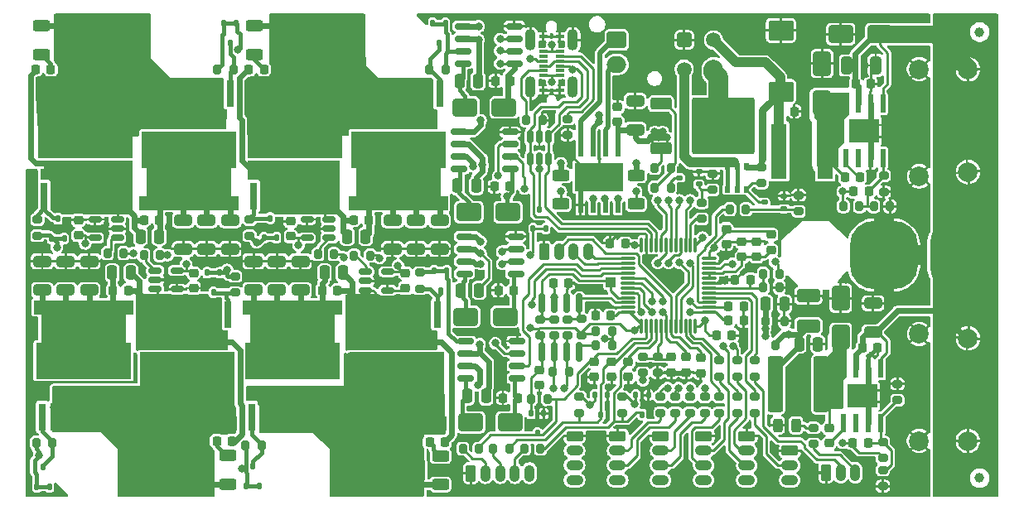
<source format=gtl>
%TF.GenerationSoftware,KiCad,Pcbnew,9.0.2*%
%TF.CreationDate,2025-07-16T05:03:16+03:00*%
%TF.ProjectId,dcesc-ga25,64636573-632d-4676-9132-352e6b696361,rev?*%
%TF.SameCoordinates,Original*%
%TF.FileFunction,Copper,L1,Top*%
%TF.FilePolarity,Positive*%
%FSLAX45Y45*%
G04 Gerber Fmt 4.5, Leading zero omitted, Abs format (unit mm)*
G04 Created by KiCad (PCBNEW 9.0.2) date 2025-07-16 05:03:16*
%MOMM*%
%LPD*%
G01*
G04 APERTURE LIST*
G04 Aperture macros list*
%AMRoundRect*
0 Rectangle with rounded corners*
0 $1 Rounding radius*
0 $2 $3 $4 $5 $6 $7 $8 $9 X,Y pos of 4 corners*
0 Add a 4 corners polygon primitive as box body*
4,1,4,$2,$3,$4,$5,$6,$7,$8,$9,$2,$3,0*
0 Add four circle primitives for the rounded corners*
1,1,$1+$1,$2,$3*
1,1,$1+$1,$4,$5*
1,1,$1+$1,$6,$7*
1,1,$1+$1,$8,$9*
0 Add four rect primitives between the rounded corners*
20,1,$1+$1,$2,$3,$4,$5,0*
20,1,$1+$1,$4,$5,$6,$7,0*
20,1,$1+$1,$6,$7,$8,$9,0*
20,1,$1+$1,$8,$9,$2,$3,0*%
%AMFreePoly0*
4,1,30,0.400000,-4.000000,-0.400000,-4.000000,-2.400000,-4.000000,-2.400000,-3.200000,-0.400000,-3.200000,-0.400000,-2.800000,-2.400000,-2.800000,-2.400000,-2.000000,-0.400000,-2.000000,-0.400000,-1.600000,-2.400000,-1.600000,-2.400000,-0.800000,-0.400000,-0.800000,-0.400000,-0.400000,-2.400000,-0.400000,-2.400000,0.400000,-0.400000,0.400000,-0.400000,0.800000,-2.400000,0.800000,-2.400000,1.600000,
-0.400000,1.600000,-0.400000,2.000000,-2.400000,2.000000,-2.400000,2.800000,-0.400000,2.800000,-0.400000,3.200000,-2.400000,3.200000,-2.400000,4.000000,0.400000,4.000000,0.400000,-4.000000,0.400000,-4.000000,$1*%
%AMFreePoly1*
4,1,13,2.850000,-5.050000,1.450000,-5.050000,1.450000,-4.350000,-1.450000,-4.350000,-1.450000,-4.850000,-5.150000,-4.850000,-5.150000,4.850000,-1.450000,4.850000,-1.450000,4.350000,1.450000,4.350000,1.450000,5.050000,2.850000,5.050000,2.850000,-5.050000,2.850000,-5.050000,$1*%
G04 Aperture macros list end*
%TA.AperFunction,ComponentPad*%
%ADD10RoundRect,1.000000X0.000010X0.000010X-0.000010X0.000010X-0.000010X-0.000010X0.000010X-0.000010X0*%
%TD*%
%TA.AperFunction,ComponentPad*%
%ADD11C,2.000000*%
%TD*%
%TA.AperFunction,SMDPad,CuDef*%
%ADD12RoundRect,0.112500X0.237500X-0.112500X0.237500X0.112500X-0.237500X0.112500X-0.237500X-0.112500X0*%
%TD*%
%TA.AperFunction,ComponentPad*%
%ADD13RoundRect,2.249998X-1.250002X-1.250002X1.250002X-1.250002X1.250002X1.250002X-1.250002X1.250002X0*%
%TD*%
%TA.AperFunction,SMDPad,CuDef*%
%ADD14RoundRect,0.250000X-0.325000X-0.650000X0.325000X-0.650000X0.325000X0.650000X-0.325000X0.650000X0*%
%TD*%
%TA.AperFunction,SMDPad,CuDef*%
%ADD15RoundRect,0.200000X0.275000X-0.200000X0.275000X0.200000X-0.275000X0.200000X-0.275000X-0.200000X0*%
%TD*%
%TA.AperFunction,SMDPad,CuDef*%
%ADD16RoundRect,0.250000X0.250000X0.475000X-0.250000X0.475000X-0.250000X-0.475000X0.250000X-0.475000X0*%
%TD*%
%TA.AperFunction,SMDPad,CuDef*%
%ADD17RoundRect,0.150000X0.675000X0.150000X-0.675000X0.150000X-0.675000X-0.150000X0.675000X-0.150000X0*%
%TD*%
%TA.AperFunction,SMDPad,CuDef*%
%ADD18RoundRect,0.112500X-0.112500X-0.237500X0.112500X-0.237500X0.112500X0.237500X-0.112500X0.237500X0*%
%TD*%
%TA.AperFunction,SMDPad,CuDef*%
%ADD19RoundRect,0.200000X0.200000X0.275000X-0.200000X0.275000X-0.200000X-0.275000X0.200000X-0.275000X0*%
%TD*%
%TA.AperFunction,SMDPad,CuDef*%
%ADD20RoundRect,0.150000X-0.512500X-0.150000X0.512500X-0.150000X0.512500X0.150000X-0.512500X0.150000X0*%
%TD*%
%TA.AperFunction,ComponentPad*%
%ADD21RoundRect,0.250000X-0.265000X-0.615000X0.265000X-0.615000X0.265000X0.615000X-0.265000X0.615000X0*%
%TD*%
%TA.AperFunction,ComponentPad*%
%ADD22O,1.030000X1.730000*%
%TD*%
%TA.AperFunction,SMDPad,CuDef*%
%ADD23RoundRect,0.225000X0.250000X-0.225000X0.250000X0.225000X-0.250000X0.225000X-0.250000X-0.225000X0*%
%TD*%
%TA.AperFunction,SMDPad,CuDef*%
%ADD24RoundRect,0.200000X-0.275000X0.200000X-0.275000X-0.200000X0.275000X-0.200000X0.275000X0.200000X0*%
%TD*%
%TA.AperFunction,SMDPad,CuDef*%
%ADD25RoundRect,0.200000X-0.200000X-0.275000X0.200000X-0.275000X0.200000X0.275000X-0.200000X0.275000X0*%
%TD*%
%TA.AperFunction,SMDPad,CuDef*%
%ADD26RoundRect,0.150000X-0.150000X0.512500X-0.150000X-0.512500X0.150000X-0.512500X0.150000X0.512500X0*%
%TD*%
%TA.AperFunction,SMDPad,CuDef*%
%ADD27RoundRect,0.250000X0.650000X-1.000000X0.650000X1.000000X-0.650000X1.000000X-0.650000X-1.000000X0*%
%TD*%
%TA.AperFunction,SMDPad,CuDef*%
%ADD28RoundRect,0.150000X-0.150000X0.825000X-0.150000X-0.825000X0.150000X-0.825000X0.150000X0.825000X0*%
%TD*%
%TA.AperFunction,SMDPad,CuDef*%
%ADD29RoundRect,0.250000X-1.000000X-0.650000X1.000000X-0.650000X1.000000X0.650000X-1.000000X0.650000X0*%
%TD*%
%TA.AperFunction,ComponentPad*%
%ADD30RoundRect,0.250001X-0.499999X-0.499999X0.499999X-0.499999X0.499999X0.499999X-0.499999X0.499999X0*%
%TD*%
%TA.AperFunction,ComponentPad*%
%ADD31C,1.500000*%
%TD*%
%TA.AperFunction,SMDPad,CuDef*%
%ADD32R,0.510000X0.700000*%
%TD*%
%TA.AperFunction,SMDPad,CuDef*%
%ADD33RoundRect,0.250000X-0.250000X-0.475000X0.250000X-0.475000X0.250000X0.475000X-0.250000X0.475000X0*%
%TD*%
%TA.AperFunction,SMDPad,CuDef*%
%ADD34RoundRect,0.250000X0.625000X-0.312500X0.625000X0.312500X-0.625000X0.312500X-0.625000X-0.312500X0*%
%TD*%
%TA.AperFunction,SMDPad,CuDef*%
%ADD35RoundRect,0.225000X-0.250000X0.225000X-0.250000X-0.225000X0.250000X-0.225000X0.250000X0.225000X0*%
%TD*%
%TA.AperFunction,SMDPad,CuDef*%
%ADD36RoundRect,0.225000X0.225000X0.250000X-0.225000X0.250000X-0.225000X-0.250000X0.225000X-0.250000X0*%
%TD*%
%TA.AperFunction,SMDPad,CuDef*%
%ADD37RoundRect,0.250000X1.000000X0.650000X-1.000000X0.650000X-1.000000X-0.650000X1.000000X-0.650000X0*%
%TD*%
%TA.AperFunction,SMDPad,CuDef*%
%ADD38R,0.610000X1.910000*%
%TD*%
%TA.AperFunction,SMDPad,CuDef*%
%ADD39R,1.550000X1.205000*%
%TD*%
%TA.AperFunction,SMDPad,CuDef*%
%ADD40RoundRect,0.225000X-0.225000X-0.250000X0.225000X-0.250000X0.225000X0.250000X-0.225000X0.250000X0*%
%TD*%
%TA.AperFunction,SMDPad,CuDef*%
%ADD41RoundRect,0.250000X-0.650000X0.325000X-0.650000X-0.325000X0.650000X-0.325000X0.650000X0.325000X0*%
%TD*%
%TA.AperFunction,ComponentPad*%
%ADD42RoundRect,1.400000X0.800000X-0.800000X0.800000X0.800000X-0.800000X0.800000X-0.800000X-0.800000X0*%
%TD*%
%TA.AperFunction,SMDPad,CuDef*%
%ADD43RoundRect,0.250000X0.550000X2.600000X-0.550000X2.600000X-0.550000X-2.600000X0.550000X-2.600000X0*%
%TD*%
%TA.AperFunction,ComponentPad*%
%ADD44RoundRect,0.250000X-0.615000X0.265000X-0.615000X-0.265000X0.615000X-0.265000X0.615000X0.265000X0*%
%TD*%
%TA.AperFunction,ComponentPad*%
%ADD45O,1.730000X1.030000*%
%TD*%
%TA.AperFunction,SMDPad,CuDef*%
%ADD46RoundRect,0.150000X0.512500X0.150000X-0.512500X0.150000X-0.512500X-0.150000X0.512500X-0.150000X0*%
%TD*%
%TA.AperFunction,SMDPad,CuDef*%
%ADD47R,0.800000X2.800000*%
%TD*%
%TA.AperFunction,SMDPad,CuDef*%
%ADD48FreePoly0,270.000000*%
%TD*%
%TA.AperFunction,SMDPad,CuDef*%
%ADD49FreePoly1,270.000000*%
%TD*%
%TA.AperFunction,SMDPad,CuDef*%
%ADD50RoundRect,0.250000X0.650000X-0.325000X0.650000X0.325000X-0.650000X0.325000X-0.650000X-0.325000X0*%
%TD*%
%TA.AperFunction,SMDPad,CuDef*%
%ADD51FreePoly0,90.000000*%
%TD*%
%TA.AperFunction,SMDPad,CuDef*%
%ADD52FreePoly1,90.000000*%
%TD*%
%TA.AperFunction,SMDPad,CuDef*%
%ADD53RoundRect,0.250000X1.045000X-0.785000X1.045000X0.785000X-1.045000X0.785000X-1.045000X-0.785000X0*%
%TD*%
%TA.AperFunction,SMDPad,CuDef*%
%ADD54R,1.000000X1.000000*%
%TD*%
%TA.AperFunction,SMDPad,CuDef*%
%ADD55RoundRect,0.112500X0.112500X0.237500X-0.112500X0.237500X-0.112500X-0.237500X0.112500X-0.237500X0*%
%TD*%
%TA.AperFunction,SMDPad,CuDef*%
%ADD56C,1.000000*%
%TD*%
%TA.AperFunction,SMDPad,CuDef*%
%ADD57RoundRect,0.250000X-0.625000X0.312500X-0.625000X-0.312500X0.625000X-0.312500X0.625000X0.312500X0*%
%TD*%
%TA.AperFunction,SMDPad,CuDef*%
%ADD58RoundRect,0.218750X0.256250X-0.218750X0.256250X0.218750X-0.256250X0.218750X-0.256250X-0.218750X0*%
%TD*%
%TA.AperFunction,SMDPad,CuDef*%
%ADD59R,0.500000X1.600000*%
%TD*%
%TA.AperFunction,ComponentPad*%
%ADD60C,0.630000*%
%TD*%
%TA.AperFunction,SMDPad,CuDef*%
%ADD61R,4.900000X2.950000*%
%TD*%
%TA.AperFunction,SMDPad,CuDef*%
%ADD62RoundRect,0.250000X0.945000X-0.420000X0.945000X0.420000X-0.945000X0.420000X-0.945000X-0.420000X0*%
%TD*%
%TA.AperFunction,SMDPad,CuDef*%
%ADD63R,0.870000X0.300000*%
%TD*%
%TA.AperFunction,ComponentPad*%
%ADD64O,1.100000X2.200000*%
%TD*%
%TA.AperFunction,SMDPad,CuDef*%
%ADD65RoundRect,0.243750X-0.243750X-0.456250X0.243750X-0.456250X0.243750X0.456250X-0.243750X0.456250X0*%
%TD*%
%TA.AperFunction,ComponentPad*%
%ADD66RoundRect,0.250000X-0.750000X0.600000X-0.750000X-0.600000X0.750000X-0.600000X0.750000X0.600000X0*%
%TD*%
%TA.AperFunction,ComponentPad*%
%ADD67O,2.000000X1.700000*%
%TD*%
%TA.AperFunction,ComponentPad*%
%ADD68RoundRect,2.559998X-0.940002X-0.940002X0.940002X-0.940002X0.940002X0.940002X-0.940002X0.940002X0*%
%TD*%
%TA.AperFunction,ComponentPad*%
%ADD69RoundRect,1.000000X0.000011X0.000009X-0.000009X0.000011X-0.000011X-0.000009X0.000009X-0.000011X0*%
%TD*%
%TA.AperFunction,SMDPad,CuDef*%
%ADD70RoundRect,0.250000X-0.850000X-0.350000X0.850000X-0.350000X0.850000X0.350000X-0.850000X0.350000X0*%
%TD*%
%TA.AperFunction,SMDPad,CuDef*%
%ADD71RoundRect,0.249997X-2.950003X-2.650003X2.950003X-2.650003X2.950003X2.650003X-2.950003X2.650003X0*%
%TD*%
%TA.AperFunction,SMDPad,CuDef*%
%ADD72RoundRect,0.075000X0.075000X-0.662500X0.075000X0.662500X-0.075000X0.662500X-0.075000X-0.662500X0*%
%TD*%
%TA.AperFunction,SMDPad,CuDef*%
%ADD73RoundRect,0.075000X0.662500X-0.075000X0.662500X0.075000X-0.662500X0.075000X-0.662500X-0.075000X0*%
%TD*%
%TA.AperFunction,ComponentPad*%
%ADD74RoundRect,1.000000X0.000009X0.000011X-0.000011X0.000009X-0.000009X-0.000011X0.000011X-0.000009X0*%
%TD*%
%TA.AperFunction,SMDPad,CuDef*%
%ADD75RoundRect,0.200000X0.200000X0.300000X-0.200000X0.300000X-0.200000X-0.300000X0.200000X-0.300000X0*%
%TD*%
%TA.AperFunction,SMDPad,CuDef*%
%ADD76R,1.600000X5.700000*%
%TD*%
%TA.AperFunction,ComponentPad*%
%ADD77RoundRect,1.400000X-0.800000X0.800000X-0.800000X-0.800000X0.800000X-0.800000X0.800000X0.800000X0*%
%TD*%
%TA.AperFunction,ViaPad*%
%ADD78C,0.800000*%
%TD*%
%TA.AperFunction,Conductor*%
%ADD79C,0.250000*%
%TD*%
%TA.AperFunction,Conductor*%
%ADD80C,0.600000*%
%TD*%
%TA.AperFunction,Conductor*%
%ADD81C,1.800000*%
%TD*%
%TA.AperFunction,Conductor*%
%ADD82C,0.500000*%
%TD*%
%TA.AperFunction,Conductor*%
%ADD83C,0.400000*%
%TD*%
%TA.AperFunction,Conductor*%
%ADD84C,1.000000*%
%TD*%
%TA.AperFunction,Conductor*%
%ADD85C,0.800000*%
%TD*%
%TA.AperFunction,Conductor*%
%ADD86C,2.000000*%
%TD*%
G04 APERTURE END LIST*
D10*
%TO.P,C65,1*%
%TO.N,+VM*%
X19660000Y-5600000D03*
D11*
%TO.P,C65,2*%
%TO.N,GND*%
X19160000Y-5600000D03*
%TD*%
D12*
%TO.P,T9,1,B*%
%TO.N,Net-(T9-B)*%
X17780000Y-7025000D03*
%TO.P,T9,2,E*%
%TO.N,GND*%
X17780000Y-6895000D03*
%TO.P,T9,3,C*%
%TO.N,Net-(T11-G)*%
X17580000Y-6960000D03*
%TD*%
D13*
%TO.P,J18,1,Pin_1*%
%TO.N,+VM*%
X19620000Y-7500000D03*
%TD*%
D14*
%TO.P,C1,1*%
%TO.N,+VM*%
X18422500Y-5560000D03*
%TO.P,C1,2*%
%TO.N,GND*%
X18717500Y-5560000D03*
%TD*%
D15*
%TO.P,R30,1*%
%TO.N,Net-(X9-Pin_2)*%
X17480000Y-9112500D03*
%TO.P,R30,2*%
%TO.N,/PPM2*%
X17480000Y-8947500D03*
%TD*%
D16*
%TO.P,C51,1*%
%TO.N,+VM*%
X11395000Y-7310000D03*
%TO.P,C51,2*%
%TO.N,/M2.1/PGND*%
X11205000Y-7310000D03*
%TD*%
D17*
%TO.P,U12,1,VCC*%
%TO.N,+12V*%
X15025000Y-5540500D03*
%TO.P,U12,2,IN*%
%TO.N,/M4_H*%
X15025000Y-5413500D03*
%TO.P,U12,3,~{SD}*%
%TO.N,/M4_L*%
X15025000Y-5286500D03*
%TO.P,U12,4,COM*%
%TO.N,GND*%
X15025000Y-5159500D03*
%TO.P,U12,5,LO*%
%TO.N,Net-(U12-LO)*%
X14500000Y-5159500D03*
%TO.P,U12,6,VS*%
%TO.N,/M2.2/OUT*%
X14500000Y-5286500D03*
%TO.P,U12,7,HO*%
%TO.N,Net-(U12-HO)*%
X14500000Y-5413500D03*
%TO.P,U12,8,VB*%
%TO.N,Net-(D18-K)*%
X14500000Y-5540500D03*
%TD*%
D18*
%TO.P,D9,1*%
%TO.N,Net-(U10-HO)*%
X12285000Y-9860000D03*
%TO.P,D9,2*%
X12415000Y-9860000D03*
%TO.P,D9,3*%
%TO.N,Net-(T3-G)*%
X12350000Y-9660000D03*
%TD*%
D19*
%TO.P,R43,1*%
%TO.N,Net-(T1-G)*%
X10302500Y-9420000D03*
%TO.P,R43,2*%
%TO.N,Net-(U9-HO)*%
X10137500Y-9420000D03*
%TD*%
D15*
%TO.P,R31,1*%
%TO.N,Net-(X6-Pin_3)*%
X17300000Y-9112500D03*
%TO.P,R31,2*%
%TO.N,/USART3_TX*%
X17300000Y-8947500D03*
%TD*%
D20*
%TO.P,U6,1*%
%TO.N,Net-(R38-Pad2)*%
X13501250Y-7670000D03*
%TO.P,U6,2,GND*%
%TO.N,GND*%
X13501250Y-7765000D03*
%TO.P,U6,3,+*%
%TO.N,/M1.2/PGND*%
X13501250Y-7860000D03*
%TO.P,U6,4,-*%
%TO.N,GND*%
X13728750Y-7860000D03*
%TO.P,U6,5,V+*%
%TO.N,+3.3V*%
X13728750Y-7670000D03*
%TD*%
D21*
%TO.P,X8,1,Pin_1*%
%TO.N,GND*%
X18210000Y-9725000D03*
D22*
%TO.P,X8,2,Pin_2*%
%TO.N,Net-(X8-Pin_2)*%
X18360000Y-9725000D03*
%TO.P,X8,3,Pin_3*%
%TO.N,+5V*%
X18510000Y-9725000D03*
%TD*%
D23*
%TO.P,C25,1*%
%TO.N,/VDDA*%
X17500000Y-7517500D03*
%TO.P,C25,2*%
%TO.N,GND*%
X17500000Y-7362500D03*
%TD*%
D24*
%TO.P,R2,1*%
%TO.N,Net-(U1-FB)*%
X18800000Y-6687500D03*
%TO.P,R2,2*%
%TO.N,GND*%
X18800000Y-6852500D03*
%TD*%
D25*
%TO.P,R13,1*%
%TO.N,/P12V*%
X17227500Y-7030000D03*
%TO.P,R13,2*%
%TO.N,Net-(T9-B)*%
X17392500Y-7030000D03*
%TD*%
D26*
%TO.P,U15,1,I/O1*%
%TO.N,/USB_DP*%
X15375000Y-6290000D03*
%TO.P,U15,2,GND*%
%TO.N,GND*%
X15280000Y-6290000D03*
%TO.P,U15,3,I/O2*%
%TO.N,/USB_DM*%
X15185000Y-6290000D03*
%TO.P,U15,4,I/O2*%
X15185000Y-6517500D03*
%TO.P,U15,5,VBUS*%
%TO.N,/VBUS*%
X15280000Y-6517500D03*
%TO.P,U15,6,I/O1*%
%TO.N,/USB_DP*%
X15375000Y-6517500D03*
%TD*%
D27*
%TO.P,D2,1,K*%
%TO.N,/SW1*%
X18170000Y-5940000D03*
%TO.P,D2,2,A*%
%TO.N,GND*%
X18170000Y-5540000D03*
%TD*%
D28*
%TO.P,U14,1,TXD*%
%TO.N,/FDCAN1_TX*%
X15690500Y-7992500D03*
%TO.P,U14,2,VSS*%
%TO.N,GND*%
X15563500Y-7992500D03*
%TO.P,U14,3,VDD*%
%TO.N,+5V*%
X15436500Y-7992500D03*
%TO.P,U14,4,RXD*%
%TO.N,/FDCAN1_RX*%
X15309500Y-7992500D03*
%TO.P,U14,5,Vio*%
%TO.N,+3.3V*%
X15309500Y-8487500D03*
%TO.P,U14,6,CANL*%
%TO.N,/CANL*%
X15436500Y-8487500D03*
%TO.P,U14,7,CANH*%
%TO.N,/CANH*%
X15563500Y-8487500D03*
%TO.P,U14,8,STBY*%
%TO.N,/CAN_STBY*%
X15690500Y-8487500D03*
%TD*%
D29*
%TO.P,D17,1,K*%
%TO.N,Net-(D17-K)*%
X14560000Y-7060000D03*
%TO.P,D17,2,A*%
%TO.N,+12V*%
X14960000Y-7060000D03*
%TD*%
D30*
%TO.P,X1,1,Pin_1*%
%TO.N,GND*%
X16760000Y-5300000D03*
D31*
%TO.P,X1,2,Pin_2*%
%TO.N,+12V*%
X17060000Y-5300000D03*
%TO.P,X1,3,Pin_3*%
%TO.N,/+12V_ALT*%
X16760000Y-5600000D03*
%TO.P,X1,4,Pin_4*%
%TO.N,/+24V_ALT*%
X17060000Y-5600000D03*
%TD*%
D18*
%TO.P,D14,1*%
%TO.N,Net-(U12-LO)*%
X12465000Y-7322500D03*
%TO.P,D14,2*%
X12595000Y-7322500D03*
%TO.P,D14,3*%
%TO.N,Net-(T8-G)*%
X12530000Y-7122500D03*
%TD*%
D19*
%TO.P,R19,1*%
%TO.N,/IN2*%
X14972500Y-9480000D03*
%TO.P,R19,2*%
%TO.N,Net-(X10-Pin_3)*%
X14807500Y-9480000D03*
%TD*%
D32*
%TO.P,T11,1,D*%
%TO.N,/+12V_ALT*%
X17205000Y-6826000D03*
%TO.P,T11,2,D*%
X17300000Y-6826000D03*
%TO.P,T11,3,G*%
%TO.N,Net-(T11-G)*%
X17395000Y-6826000D03*
%TO.P,T11,4,S*%
%TO.N,+12V*%
X17395000Y-6594000D03*
%TO.P,T11,5,D*%
%TO.N,/+12V_ALT*%
X17300000Y-6594000D03*
%TO.P,T11,6,D*%
X17205000Y-6594000D03*
%TD*%
D33*
%TO.P,C50,1*%
%TO.N,+VM*%
X13085000Y-7680000D03*
%TO.P,C50,2*%
%TO.N,/M1.2/PGND*%
X13275000Y-7680000D03*
%TD*%
D34*
%TO.P,R54,1*%
%TO.N,Net-(C72-Pad1)*%
X12370000Y-5446250D03*
%TO.P,R54,2*%
%TO.N,/M2.2/OUT*%
X12370000Y-5153750D03*
%TD*%
D15*
%TO.P,R56,1*%
%TO.N,GND*%
X15570000Y-6272500D03*
%TO.P,R56,2*%
%TO.N,Net-(X12-CC2)*%
X15570000Y-6107500D03*
%TD*%
D23*
%TO.P,C15,1*%
%TO.N,+VM*%
X16080000Y-6140000D03*
%TO.P,C15,2*%
%TO.N,GND*%
X16080000Y-5985000D03*
%TD*%
D35*
%TO.P,C44,1*%
%TO.N,/IC4*%
X16780000Y-8542500D03*
%TO.P,C44,2*%
%TO.N,GND*%
X16780000Y-8697500D03*
%TD*%
D15*
%TO.P,R12,1*%
%TO.N,Net-(T9-B)*%
X17930000Y-7052500D03*
%TO.P,R12,2*%
%TO.N,GND*%
X17930000Y-6887500D03*
%TD*%
D36*
%TO.P,C21,1*%
%TO.N,+3.3V*%
X16157500Y-7380000D03*
%TO.P,C21,2*%
%TO.N,GND*%
X16002500Y-7380000D03*
%TD*%
D37*
%TO.P,D1,1,A1*%
%TO.N,+VM*%
X18760000Y-5240000D03*
%TO.P,D1,2,A2*%
%TO.N,GND*%
X18360000Y-5240000D03*
%TD*%
D38*
%TO.P,U2,1,BOOT*%
%TO.N,Net-(U2-BOOT)*%
X18389500Y-9218000D03*
%TO.P,U2,2,PG*%
%TO.N,unconnected-(U2-PG-Pad2)*%
X18516500Y-9218000D03*
%TO.P,U2,3,~{EN1}*%
%TO.N,GND*%
X18643500Y-9218000D03*
%TO.P,U2,4,FB*%
%TO.N,Net-(U2-FB)*%
X18770500Y-9218000D03*
%TO.P,U2,5,EN2*%
%TO.N,+VM*%
X18770500Y-8662000D03*
%TO.P,U2,6,GND*%
%TO.N,GND*%
X18643500Y-8662000D03*
%TO.P,U2,7,VIN*%
%TO.N,+VM*%
X18516500Y-8662000D03*
%TO.P,U2,8,SW*%
%TO.N,/SW2*%
X18389500Y-8662000D03*
D39*
%TO.P,U2,9,PADGND*%
%TO.N,GND*%
X18502500Y-9000250D03*
X18657500Y-9000250D03*
X18502500Y-8879750D03*
X18657500Y-8879750D03*
%TD*%
D33*
%TO.P,C13,1*%
%TO.N,+3.3V*%
X17595000Y-8000000D03*
%TO.P,C13,2*%
%TO.N,GND*%
X17785000Y-8000000D03*
%TD*%
D36*
%TO.P,C5,1*%
%TO.N,Net-(U1-BOOT)*%
X18557500Y-6700000D03*
%TO.P,C5,2*%
%TO.N,/SW1*%
X18402500Y-6700000D03*
%TD*%
D40*
%TO.P,C4,1*%
%TO.N,+VM*%
X18582500Y-8450250D03*
%TO.P,C4,2*%
%TO.N,GND*%
X18737500Y-8450250D03*
%TD*%
D41*
%TO.P,C62,1*%
%TO.N,+VM*%
X14260000Y-7142500D03*
%TO.P,C62,2*%
%TO.N,GND*%
X14260000Y-7437500D03*
%TD*%
D19*
%TO.P,R45,1*%
%TO.N,Net-(T3-G)*%
X12442500Y-9450000D03*
%TO.P,R45,2*%
%TO.N,Net-(U10-HO)*%
X12277500Y-9450000D03*
%TD*%
D42*
%TO.P,J7,1,Pin_1*%
%TO.N,/M2.1/OUT*%
X11080000Y-5300000D03*
%TD*%
%TO.P,J5,1,Pin_1*%
%TO.N,/M1.2/OUT*%
X13380000Y-9700000D03*
%TD*%
D16*
%TO.P,C52,1*%
%TO.N,+VM*%
X13505000Y-7310000D03*
%TO.P,C52,2*%
%TO.N,/M2.2/PGND*%
X13315000Y-7310000D03*
%TD*%
D43*
%TO.P,L2,1,1*%
%TO.N,/SW2*%
X18160000Y-8820000D03*
%TO.P,L2,2,2*%
%TO.N,+5V*%
X17690000Y-8820000D03*
%TD*%
D44*
%TO.P,X5,1,Pin_1*%
%TO.N,GND*%
X16960000Y-9350000D03*
D45*
%TO.P,X5,2,Pin_2*%
%TO.N,Net-(X5-Pin_2)*%
X16960000Y-9500000D03*
%TO.P,X5,3,Pin_3*%
%TO.N,Net-(X5-Pin_3)*%
X16960000Y-9650000D03*
%TO.P,X5,4,Pin_4*%
%TO.N,+5V*%
X16960000Y-9800000D03*
%TD*%
D34*
%TO.P,R53,1*%
%TO.N,Net-(C71-Pad1)*%
X10190000Y-5446250D03*
%TO.P,R53,2*%
%TO.N,/M2.1/OUT*%
X10190000Y-5153750D03*
%TD*%
D25*
%TO.P,R1,1*%
%TO.N,+12V*%
X18387500Y-7000000D03*
%TO.P,R1,2*%
%TO.N,Net-(U1-FB)*%
X18552500Y-7000000D03*
%TD*%
%TO.P,R9,1*%
%TO.N,Net-(T12-G)*%
X16457500Y-6810000D03*
%TO.P,R9,2*%
%TO.N,Net-(T10-C)*%
X16622500Y-6810000D03*
%TD*%
D38*
%TO.P,U1,1,BOOT*%
%TO.N,Net-(U1-BOOT)*%
X18409500Y-6508000D03*
%TO.P,U1,2,PG*%
%TO.N,unconnected-(U1-PG-Pad2)*%
X18536500Y-6508000D03*
%TO.P,U1,3,~{EN1}*%
%TO.N,GND*%
X18663500Y-6508000D03*
%TO.P,U1,4,FB*%
%TO.N,Net-(U1-FB)*%
X18790500Y-6508000D03*
%TO.P,U1,5,EN2*%
%TO.N,+VM*%
X18790500Y-5952000D03*
%TO.P,U1,6,GND*%
%TO.N,GND*%
X18663500Y-5952000D03*
%TO.P,U1,7,VIN*%
%TO.N,+VM*%
X18536500Y-5952000D03*
%TO.P,U1,8,SW*%
%TO.N,/SW1*%
X18409500Y-5952000D03*
D39*
%TO.P,U1,9,PADGND*%
%TO.N,GND*%
X18522500Y-6290250D03*
X18677500Y-6290250D03*
X18522500Y-6169750D03*
X18677500Y-6169750D03*
%TD*%
D42*
%TO.P,J4,1,Pin_1*%
%TO.N,/M1.1/OUT*%
X11210000Y-9700000D03*
%TD*%
D46*
%TO.P,U7,1*%
%TO.N,Net-(R39-Pad2)*%
X10967500Y-7325000D03*
%TO.P,U7,2,GND*%
%TO.N,GND*%
X10967500Y-7230000D03*
%TO.P,U7,3,+*%
%TO.N,/M2.1/PGND*%
X10967500Y-7135000D03*
%TO.P,U7,4,-*%
%TO.N,GND*%
X10740000Y-7135000D03*
%TO.P,U7,5,V+*%
%TO.N,+3.3V*%
X10740000Y-7325000D03*
%TD*%
D12*
%TO.P,T10,1,B*%
%TO.N,Net-(T10-B)*%
X16910000Y-6775000D03*
%TO.P,T10,2,E*%
%TO.N,GND*%
X16910000Y-6645000D03*
%TO.P,T10,3,C*%
%TO.N,Net-(T10-C)*%
X16710000Y-6710000D03*
%TD*%
D47*
%TO.P,T7,1,G*%
%TO.N,Net-(T7-G)*%
X14260000Y-5845000D03*
D48*
%TO.P,T7,2,S*%
%TO.N,/M2.2/OUT*%
X13780000Y-5945000D03*
D49*
%TO.P,T7,3,D*%
%TO.N,+VM*%
X13840000Y-6750000D03*
%TD*%
D40*
%TO.P,C42,1*%
%TO.N,/IC2*%
X17092500Y-8320000D03*
%TO.P,C42,2*%
%TO.N,GND*%
X17247500Y-8320000D03*
%TD*%
D33*
%TO.P,C46,1*%
%TO.N,Net-(D16-K)*%
X14545000Y-8940000D03*
%TO.P,C46,2*%
%TO.N,/M1.2/OUT*%
X14735000Y-8940000D03*
%TD*%
D25*
%TO.P,R42,1*%
%TO.N,+3.3V*%
X15857500Y-8280000D03*
%TO.P,R42,2*%
%TO.N,/NRST*%
X16022500Y-8280000D03*
%TD*%
D50*
%TO.P,C55,1*%
%TO.N,+VM*%
X10680000Y-7857500D03*
%TO.P,C55,2*%
%TO.N,GND*%
X10680000Y-7562500D03*
%TD*%
D47*
%TO.P,T3,1,G*%
%TO.N,Net-(T3-G)*%
X12340000Y-9155000D03*
D51*
%TO.P,T3,2,S*%
%TO.N,/M1.2/OUT*%
X12820000Y-9055000D03*
D52*
%TO.P,T3,3,D*%
%TO.N,+VM*%
X12760000Y-8250000D03*
%TD*%
D44*
%TO.P,X6,1,Pin_1*%
%TO.N,GND*%
X17400000Y-9350000D03*
D45*
%TO.P,X6,2,Pin_2*%
%TO.N,Net-(X6-Pin_2)*%
X17400000Y-9500000D03*
%TO.P,X6,3,Pin_3*%
%TO.N,Net-(X6-Pin_3)*%
X17400000Y-9650000D03*
%TO.P,X6,4,Pin_4*%
%TO.N,+5V*%
X17400000Y-9800000D03*
%TD*%
D19*
%TO.P,R38,1*%
%TO.N,/IC2*%
X13552500Y-7505000D03*
%TO.P,R38,2*%
%TO.N,Net-(R38-Pad2)*%
X13387500Y-7505000D03*
%TD*%
D18*
%TO.P,D12,1*%
%TO.N,Net-(U11-LO)*%
X10295000Y-7330000D03*
%TO.P,D12,2*%
X10425000Y-7330000D03*
%TO.P,D12,3*%
%TO.N,Net-(T6-G)*%
X10360000Y-7130000D03*
%TD*%
D36*
%TO.P,C29,1*%
%TO.N,+12V*%
X15062500Y-8960000D03*
%TO.P,C29,2*%
%TO.N,GND*%
X14907500Y-8960000D03*
%TD*%
D23*
%TO.P,C35,1*%
%TO.N,+3.3V*%
X10570000Y-7297500D03*
%TO.P,C35,2*%
%TO.N,GND*%
X10570000Y-7142500D03*
%TD*%
D24*
%TO.P,R11,1*%
%TO.N,+12V*%
X17550000Y-6597500D03*
%TO.P,R11,2*%
%TO.N,Net-(T11-G)*%
X17550000Y-6762500D03*
%TD*%
D50*
%TO.P,C57,1*%
%TO.N,+VM*%
X12600000Y-7857500D03*
%TO.P,C57,2*%
%TO.N,GND*%
X12600000Y-7562500D03*
%TD*%
D15*
%TO.P,R44,1*%
%TO.N,Net-(T2-G)*%
X12170000Y-7882500D03*
%TO.P,R44,2*%
%TO.N,Net-(U9-LO)*%
X12170000Y-7717500D03*
%TD*%
D19*
%TO.P,R41,1*%
%TO.N,/NRST*%
X16022500Y-8420000D03*
%TO.P,R41,2*%
%TO.N,/CAN_STBY*%
X15857500Y-8420000D03*
%TD*%
D53*
%TO.P,C9,1*%
%TO.N,+12V*%
X17750000Y-5827000D03*
%TO.P,C9,2*%
%TO.N,GND*%
X17750000Y-5203000D03*
%TD*%
D40*
%TO.P,C37,1*%
%TO.N,+VM*%
X10922500Y-7860000D03*
%TO.P,C37,2*%
%TO.N,/M1.1/PGND*%
X11077500Y-7860000D03*
%TD*%
D54*
%TO.P,TP1,1,1*%
%TO.N,/FDCAN1_RX*%
X16010000Y-7780000D03*
%TD*%
D55*
%TO.P,D11,1*%
%TO.N,Net-(U11-HO)*%
X12185000Y-5130000D03*
%TO.P,D11,2*%
X12055000Y-5130000D03*
%TO.P,D11,3*%
%TO.N,Net-(T5-G)*%
X12120000Y-5330000D03*
%TD*%
D27*
%TO.P,D3,1,K*%
%TO.N,/SW2*%
X18360000Y-8340000D03*
%TO.P,D3,2,A*%
%TO.N,GND*%
X18360000Y-7940000D03*
%TD*%
D17*
%TO.P,U10,1,VCC*%
%TO.N,+12V*%
X15052500Y-8760500D03*
%TO.P,U10,2,IN*%
%TO.N,/M2_H*%
X15052500Y-8633500D03*
%TO.P,U10,3,~{SD}*%
%TO.N,/M2_L*%
X15052500Y-8506500D03*
%TO.P,U10,4,COM*%
%TO.N,GND*%
X15052500Y-8379500D03*
%TO.P,U10,5,LO*%
%TO.N,Net-(U10-LO)*%
X14527500Y-8379500D03*
%TO.P,U10,6,VS*%
%TO.N,/M1.2/OUT*%
X14527500Y-8506500D03*
%TO.P,U10,7,HO*%
%TO.N,Net-(U10-HO)*%
X14527500Y-8633500D03*
%TO.P,U10,8,VB*%
%TO.N,Net-(D16-K)*%
X14527500Y-8760500D03*
%TD*%
D15*
%TO.P,R27,1*%
%TO.N,Net-(X8-Pin_2)*%
X17480000Y-8742500D03*
%TO.P,R27,2*%
%TO.N,/PPM1*%
X17480000Y-8577500D03*
%TD*%
D47*
%TO.P,T8,1,G*%
%TO.N,Net-(T8-G)*%
X12360000Y-6895000D03*
D51*
%TO.P,T8,2,S*%
%TO.N,/M2.2/PGND*%
X12840000Y-6795000D03*
D52*
%TO.P,T8,3,D*%
%TO.N,/M2.2/OUT*%
X12780000Y-5990000D03*
%TD*%
D19*
%TO.P,R37,1*%
%TO.N,/IC1*%
X11402500Y-7500000D03*
%TO.P,R37,2*%
%TO.N,Net-(R37-Pad2)*%
X11237500Y-7500000D03*
%TD*%
D56*
%TO.P,FID2,*%
%TO.N,*%
X19780000Y-5220000D03*
%TD*%
D41*
%TO.P,C61,1*%
%TO.N,+VM*%
X11640000Y-7142500D03*
%TO.P,C61,2*%
%TO.N,GND*%
X11640000Y-7437500D03*
%TD*%
D35*
%TO.P,C20,1*%
%TO.N,+3.3V*%
X17190000Y-7232500D03*
%TO.P,C20,2*%
%TO.N,GND*%
X17190000Y-7387500D03*
%TD*%
D10*
%TO.P,C68,1*%
%TO.N,+VM*%
X19660000Y-9400000D03*
D11*
%TO.P,C68,2*%
%TO.N,GND*%
X19160000Y-9400000D03*
%TD*%
D18*
%TO.P,D7,1*%
%TO.N,Net-(U9-HO)*%
X10145000Y-9870000D03*
%TO.P,D7,2*%
X10275000Y-9870000D03*
%TO.P,D7,3*%
%TO.N,Net-(T1-G)*%
X10210000Y-9670000D03*
%TD*%
D40*
%TO.P,C69,1*%
%TO.N,Net-(C69-Pad1)*%
X11982500Y-9400000D03*
%TO.P,C69,2*%
%TO.N,/M1.1/PGND*%
X12137500Y-9400000D03*
%TD*%
D35*
%TO.P,C34,1*%
%TO.N,+3.3V*%
X13910000Y-7682500D03*
%TO.P,C34,2*%
%TO.N,GND*%
X13910000Y-7837500D03*
%TD*%
D36*
%TO.P,C30,1*%
%TO.N,+12V*%
X14977500Y-6800000D03*
%TO.P,C30,2*%
%TO.N,GND*%
X14822500Y-6800000D03*
%TD*%
D24*
%TO.P,R50,1*%
%TO.N,Net-(T8-G)*%
X12320000Y-7137500D03*
%TO.P,R50,2*%
%TO.N,Net-(U12-LO)*%
X12320000Y-7302500D03*
%TD*%
D35*
%TO.P,C33,1*%
%TO.N,+3.3V*%
X11746250Y-7682500D03*
%TO.P,C33,2*%
%TO.N,GND*%
X11746250Y-7837500D03*
%TD*%
D15*
%TO.P,R4,1*%
%TO.N,+5V*%
X18790000Y-9575000D03*
%TO.P,R4,2*%
%TO.N,Net-(U2-FB)*%
X18790000Y-9410000D03*
%TD*%
D42*
%TO.P,J10,1,Pin_1*%
%TO.N,/M2.2/OUT*%
X13250000Y-5300000D03*
%TD*%
D15*
%TO.P,R23,1*%
%TO.N,/IN2*%
X15690000Y-9112500D03*
%TO.P,R23,2*%
%TO.N,+3.3V*%
X15690000Y-8947500D03*
%TD*%
D36*
%TO.P,C31,1*%
%TO.N,+12V*%
X14987500Y-5720000D03*
%TO.P,C31,2*%
%TO.N,GND*%
X14832500Y-5720000D03*
%TD*%
D23*
%TO.P,C26,1*%
%TO.N,/VDDA*%
X17350000Y-7517500D03*
%TO.P,C26,2*%
%TO.N,GND*%
X17350000Y-7362500D03*
%TD*%
D57*
%TO.P,R52,1*%
%TO.N,Net-(C70-Pad1)*%
X14270000Y-9553750D03*
%TO.P,R52,2*%
%TO.N,/M1.2/OUT*%
X14270000Y-9846250D03*
%TD*%
D58*
%TO.P,FB1,1*%
%TO.N,/VDDA*%
X17650000Y-7448750D03*
%TO.P,FB1,2*%
%TO.N,+3.3V*%
X17650000Y-7291250D03*
%TD*%
D24*
%TO.P,R17,1*%
%TO.N,/VOUT*%
X16340000Y-8537500D03*
%TO.P,R17,2*%
%TO.N,+VM*%
X16340000Y-8702500D03*
%TD*%
D15*
%TO.P,R5,1*%
%TO.N,Net-(U2-FB)*%
X18940000Y-8982500D03*
%TO.P,R5,2*%
%TO.N,GND*%
X18940000Y-8817500D03*
%TD*%
D24*
%TO.P,R33,1*%
%TO.N,/PPM4*%
X16520000Y-8947500D03*
%TO.P,R33,2*%
%TO.N,Net-(X7-Pin_2)*%
X16520000Y-9112500D03*
%TD*%
D57*
%TO.P,R14,1*%
%TO.N,Net-(U13-ISEN)*%
X15500000Y-6683750D03*
%TO.P,R14,2*%
%TO.N,Net-(J1-A)*%
X15500000Y-6976250D03*
%TD*%
D35*
%TO.P,C18,1*%
%TO.N,/VOUT*%
X16630000Y-8542500D03*
%TO.P,C18,2*%
%TO.N,GND*%
X16630000Y-8697500D03*
%TD*%
D40*
%TO.P,C16,1*%
%TO.N,+5V*%
X15422500Y-7785997D03*
%TO.P,C16,2*%
%TO.N,GND*%
X15577500Y-7785997D03*
%TD*%
D20*
%TO.P,U5,1*%
%TO.N,Net-(R37-Pad2)*%
X11352500Y-7657500D03*
%TO.P,U5,2,GND*%
%TO.N,GND*%
X11352500Y-7752500D03*
%TO.P,U5,3,+*%
%TO.N,/M1.1/PGND*%
X11352500Y-7847500D03*
%TO.P,U5,4,-*%
%TO.N,GND*%
X11580000Y-7847500D03*
%TO.P,U5,5,V+*%
%TO.N,+3.3V*%
X11580000Y-7657500D03*
%TD*%
D36*
%TO.P,C72,1*%
%TO.N,Net-(C72-Pad1)*%
X12467500Y-5600000D03*
%TO.P,C72,2*%
%TO.N,/M2.2/PGND*%
X12312500Y-5600000D03*
%TD*%
D33*
%TO.P,C12,1*%
%TO.N,+5V*%
X17935000Y-8410000D03*
%TO.P,C12,2*%
%TO.N,GND*%
X18125000Y-8410000D03*
%TD*%
D36*
%TO.P,C40,1*%
%TO.N,+VM*%
X13537500Y-7140000D03*
%TO.P,C40,2*%
%TO.N,/M2.2/PGND*%
X13382500Y-7140000D03*
%TD*%
D24*
%TO.P,R63,1*%
%TO.N,/FDCAN1_TX*%
X15570000Y-8157500D03*
%TO.P,R63,2*%
%TO.N,/CANH*%
X15570000Y-8322500D03*
%TD*%
D33*
%TO.P,C48,1*%
%TO.N,Net-(D18-K)*%
X14465000Y-5720000D03*
%TO.P,C48,2*%
%TO.N,/M2.2/OUT*%
X14655000Y-5720000D03*
%TD*%
D47*
%TO.P,T5,1,G*%
%TO.N,Net-(T5-G)*%
X12120000Y-5845000D03*
D48*
%TO.P,T5,2,S*%
%TO.N,/M2.1/OUT*%
X11640000Y-5945000D03*
D49*
%TO.P,T5,3,D*%
%TO.N,+VM*%
X11700000Y-6750000D03*
%TD*%
D44*
%TO.P,X4,1,Pin_1*%
%TO.N,GND*%
X16520000Y-9350000D03*
D45*
%TO.P,X4,2,Pin_2*%
%TO.N,Net-(X4-Pin_2)*%
X16520000Y-9500000D03*
%TO.P,X4,3,Pin_3*%
%TO.N,Net-(X4-Pin_3)*%
X16520000Y-9650000D03*
%TO.P,X4,4,Pin_4*%
%TO.N,+5V*%
X16520000Y-9800000D03*
%TD*%
D50*
%TO.P,C54,1*%
%TO.N,+VM*%
X10440000Y-7857500D03*
%TO.P,C54,2*%
%TO.N,GND*%
X10440000Y-7562500D03*
%TD*%
D15*
%TO.P,R46,1*%
%TO.N,Net-(T4-G)*%
X14060000Y-7842500D03*
%TO.P,R46,2*%
%TO.N,Net-(U10-LO)*%
X14060000Y-7677500D03*
%TD*%
D21*
%TO.P,X11,1,Pin_1*%
%TO.N,GND*%
X15330000Y-7465000D03*
D22*
%TO.P,X11,2,Pin_2*%
%TO.N,/NRST*%
X15480000Y-7465000D03*
%TO.P,X11,3,Pin_3*%
%TO.N,/SWCLK*%
X15630000Y-7465000D03*
%TO.P,X11,4,Pin_4*%
%TO.N,/SWDIO*%
X15780000Y-7465000D03*
%TD*%
D19*
%TO.P,R47,1*%
%TO.N,Net-(T5-G)*%
X12155000Y-5600000D03*
%TO.P,R47,2*%
%TO.N,Net-(U11-HO)*%
X11990000Y-5600000D03*
%TD*%
D15*
%TO.P,R26,1*%
%TO.N,Net-(X4-Pin_2)*%
X16820000Y-9112500D03*
%TO.P,R26,2*%
%TO.N,/USART1_RX*%
X16820000Y-8947500D03*
%TD*%
D41*
%TO.P,C63,1*%
%TO.N,+VM*%
X14020000Y-7142500D03*
%TO.P,C63,2*%
%TO.N,GND*%
X14020000Y-7437500D03*
%TD*%
D55*
%TO.P,D4,1,A*%
%TO.N,GND*%
X16395000Y-8930000D03*
%TO.P,D4,2,K*%
%TO.N,+3.3V*%
X16265000Y-8930000D03*
%TO.P,D4,3,COM*%
%TO.N,/IN3*%
X16330000Y-9130000D03*
%TD*%
D44*
%TO.P,X9,1,Pin_1*%
%TO.N,GND*%
X17840000Y-9500000D03*
D45*
%TO.P,X9,2,Pin_2*%
%TO.N,Net-(X9-Pin_2)*%
X17840000Y-9650000D03*
%TO.P,X9,3,Pin_3*%
%TO.N,+5V*%
X17840000Y-9800000D03*
%TD*%
D40*
%TO.P,C41,1*%
%TO.N,/IC1*%
X17212500Y-8170000D03*
%TO.P,C41,2*%
%TO.N,GND*%
X17367500Y-8170000D03*
%TD*%
D15*
%TO.P,R25,1*%
%TO.N,Net-(X4-Pin_3)*%
X16970000Y-9112500D03*
%TO.P,R25,2*%
%TO.N,/USART1_TX*%
X16970000Y-8947500D03*
%TD*%
D50*
%TO.P,C56,1*%
%TO.N,+VM*%
X12360000Y-7857500D03*
%TO.P,C56,2*%
%TO.N,GND*%
X12360000Y-7562500D03*
%TD*%
D24*
%TO.P,R21,1*%
%TO.N,/VOUT*%
X16490000Y-8537500D03*
%TO.P,R21,2*%
%TO.N,GND*%
X16490000Y-8702500D03*
%TD*%
D33*
%TO.P,C45,1*%
%TO.N,Net-(D15-K)*%
X14475000Y-7860000D03*
%TO.P,C45,2*%
%TO.N,/M1.1/OUT*%
X14665000Y-7860000D03*
%TD*%
D29*
%TO.P,D18,1,K*%
%TO.N,Net-(D18-K)*%
X14520000Y-5990000D03*
%TO.P,D18,2,A*%
%TO.N,+12V*%
X14920000Y-5990000D03*
%TD*%
D59*
%TO.P,U13,1,GND*%
%TO.N,GND*%
X15699500Y-6987500D03*
%TO.P,U13,2,IN2*%
%TO.N,/MOT2*%
X15826500Y-6987500D03*
%TO.P,U13,3,IN1*%
%TO.N,/MOT1*%
X15953500Y-6987500D03*
%TO.P,U13,4,VREF*%
%TO.N,+3.3V*%
X16080500Y-6987500D03*
%TO.P,U13,5,VM*%
%TO.N,+VM*%
X16080500Y-6412500D03*
%TO.P,U13,6,OUT1*%
%TO.N,Net-(U13-OUT1)*%
X15953500Y-6412500D03*
%TO.P,U13,7,ISEN*%
%TO.N,Net-(U13-ISEN)*%
X15826500Y-6412500D03*
%TO.P,U13,8,OUT2*%
%TO.N,Net-(U13-OUT2)*%
X15699500Y-6412500D03*
D60*
%TO.P,U13,9,GND*%
%TO.N,GND*%
X15760000Y-6765000D03*
X15890000Y-6765000D03*
X16020000Y-6765000D03*
D61*
X15890000Y-6700000D03*
D60*
X15760000Y-6635000D03*
X15890000Y-6635000D03*
X16020000Y-6635000D03*
%TD*%
D62*
%TO.P,C11,1*%
%TO.N,+5V*%
X18030000Y-8224000D03*
%TO.P,C11,2*%
%TO.N,GND*%
X18030000Y-7916000D03*
%TD*%
D50*
%TO.P,C53,1*%
%TO.N,+VM*%
X10200000Y-7857500D03*
%TO.P,C53,2*%
%TO.N,GND*%
X10200000Y-7562500D03*
%TD*%
D55*
%TO.P,D5,1,A*%
%TO.N,GND*%
X15975000Y-8930000D03*
%TO.P,D5,2,K*%
%TO.N,+3.3V*%
X15845000Y-8930000D03*
%TO.P,D5,3,COM*%
%TO.N,/IN2*%
X15910000Y-9130000D03*
%TD*%
D63*
%TO.P,X12,A1,GND_A*%
%TO.N,GND*%
X15318500Y-5815000D03*
%TO.P,X12,A4,VBUS_A*%
%TO.N,/VBUS*%
X15318500Y-5665000D03*
%TO.P,X12,A5,CC1*%
%TO.N,Net-(X12-CC1)*%
X15318500Y-5615000D03*
%TO.P,X12,A6,D1+*%
%TO.N,/USB_DP*%
X15318500Y-5565000D03*
%TO.P,X12,A7,D1-*%
%TO.N,/USB_DM*%
X15318500Y-5515000D03*
%TO.P,X12,A8,SBU1*%
%TO.N,unconnected-(X12-SBU1-PadA8)*%
X15318500Y-5465000D03*
%TO.P,X12,A9,VBUS_A*%
%TO.N,/VBUS*%
X15318500Y-5415000D03*
%TO.P,X12,A12,GND_A*%
%TO.N,GND*%
X15318500Y-5265000D03*
%TO.P,X12,B1,GND_B*%
X15491500Y-5265000D03*
%TO.P,X12,B4,VBUS_B*%
%TO.N,/VBUS*%
X15491500Y-5415000D03*
%TO.P,X12,B5,CC2*%
%TO.N,Net-(X12-CC2)*%
X15491500Y-5465000D03*
%TO.P,X12,B6,D2+*%
%TO.N,/USB_DP*%
X15491500Y-5515000D03*
%TO.P,X12,B7,D2-*%
%TO.N,/USB_DM*%
X15491500Y-5565000D03*
%TO.P,X12,B8,SBU2*%
%TO.N,unconnected-(X12-SBU2-PadB8)*%
X15491500Y-5615000D03*
%TO.P,X12,B9,VBUS_B*%
%TO.N,/VBUS*%
X15491500Y-5665000D03*
%TO.P,X12,B12,GND_B*%
%TO.N,GND*%
X15491500Y-5815000D03*
D64*
%TO.P,X12,S1,SHIELD*%
X15190000Y-5780000D03*
%TO.P,X12,S2,SHIELD*%
X15620000Y-5780000D03*
%TO.P,X12,S3,SHIELD*%
X15190000Y-5300000D03*
%TO.P,X12,S4,SHIELD*%
X15620000Y-5300000D03*
%TD*%
D33*
%TO.P,C47,1*%
%TO.N,Net-(D17-K)*%
X14445000Y-6790000D03*
%TO.P,C47,2*%
%TO.N,/M2.1/OUT*%
X14635000Y-6790000D03*
%TD*%
D25*
%TO.P,R49,1*%
%TO.N,Net-(T7-G)*%
X14155000Y-5600000D03*
%TO.P,R49,2*%
%TO.N,Net-(U12-HO)*%
X14320000Y-5600000D03*
%TD*%
D19*
%TO.P,R18,1*%
%TO.N,/IN3*%
X15292500Y-9480000D03*
%TO.P,R18,2*%
%TO.N,Net-(X10-Pin_4)*%
X15127500Y-9480000D03*
%TD*%
D65*
%TO.P,D20,1,K*%
%TO.N,GND*%
X17716250Y-9240000D03*
%TO.P,D20,2,A*%
%TO.N,Net-(D20-A)*%
X17903750Y-9240000D03*
%TD*%
D57*
%TO.P,R15,1*%
%TO.N,Net-(U13-ISEN)*%
X16270000Y-6683750D03*
%TO.P,R15,2*%
%TO.N,Net-(J2-A)*%
X16270000Y-6976250D03*
%TD*%
D40*
%TO.P,C10,1*%
%TO.N,+12V*%
X17732500Y-6030000D03*
%TO.P,C10,2*%
%TO.N,GND*%
X17887500Y-6030000D03*
%TD*%
D19*
%TO.P,R20,1*%
%TO.N,/IN1*%
X14662500Y-9480000D03*
%TO.P,R20,2*%
%TO.N,Net-(X10-Pin_2)*%
X14497500Y-9480000D03*
%TD*%
D40*
%TO.P,C70,1*%
%TO.N,Net-(C70-Pad1)*%
X14160000Y-9410000D03*
%TO.P,C70,2*%
%TO.N,/M1.2/PGND*%
X14315000Y-9410000D03*
%TD*%
D41*
%TO.P,C60,1*%
%TO.N,+VM*%
X11880000Y-7142500D03*
%TO.P,C60,2*%
%TO.N,GND*%
X11880000Y-7437500D03*
%TD*%
D36*
%TO.P,C39,1*%
%TO.N,+VM*%
X11397500Y-7140000D03*
%TO.P,C39,2*%
%TO.N,/M2.1/PGND*%
X11242500Y-7140000D03*
%TD*%
D47*
%TO.P,T1,1,G*%
%TO.N,Net-(T1-G)*%
X10200000Y-9155000D03*
D51*
%TO.P,T1,2,S*%
%TO.N,/M1.1/OUT*%
X10680000Y-9055000D03*
D52*
%TO.P,T1,3,D*%
%TO.N,+VM*%
X10620000Y-8250000D03*
%TD*%
D40*
%TO.P,C7,1*%
%TO.N,+12V*%
X18492500Y-6850000D03*
%TO.P,C7,2*%
%TO.N,Net-(U1-FB)*%
X18647500Y-6850000D03*
%TD*%
D55*
%TO.P,D10,1*%
%TO.N,Net-(U10-LO)*%
X14335000Y-7660000D03*
%TO.P,D10,2*%
X14205000Y-7660000D03*
%TO.P,D10,3*%
%TO.N,Net-(T4-G)*%
X14270000Y-7860000D03*
%TD*%
D44*
%TO.P,X3,1,Pin_1*%
%TO.N,GND*%
X15640000Y-9350000D03*
D45*
%TO.P,X3,2,Pin_2*%
%TO.N,/CANH*%
X15640000Y-9500000D03*
%TO.P,X3,3,Pin_3*%
%TO.N,/CANL*%
X15640000Y-9650000D03*
%TO.P,X3,4,Pin_4*%
%TO.N,+5V*%
X15640000Y-9800000D03*
%TD*%
D36*
%TO.P,C27,1*%
%TO.N,/IN_ADC*%
X17437500Y-7750000D03*
%TO.P,C27,2*%
%TO.N,GND*%
X17282500Y-7750000D03*
%TD*%
D25*
%TO.P,R36,1*%
%TO.N,/IN_ADC*%
X17567500Y-7830000D03*
%TO.P,R36,2*%
%TO.N,GND*%
X17732500Y-7830000D03*
%TD*%
D15*
%TO.P,R64,1*%
%TO.N,/CANL*%
X15430000Y-8322500D03*
%TO.P,R64,2*%
%TO.N,/FDCAN1_RX*%
X15430000Y-8157500D03*
%TD*%
D40*
%TO.P,C3,1*%
%TO.N,+VM*%
X18512500Y-5750000D03*
%TO.P,C3,2*%
%TO.N,GND*%
X18667500Y-5750000D03*
%TD*%
D66*
%TO.P,X2,1,Pin_1*%
%TO.N,Net-(U13-OUT2)*%
X16070000Y-5300000D03*
D67*
%TO.P,X2,2,Pin_2*%
%TO.N,Net-(U13-OUT1)*%
X16070000Y-5550000D03*
%TD*%
D40*
%TO.P,C8,1*%
%TO.N,+5V*%
X18482500Y-9420000D03*
%TO.P,C8,2*%
%TO.N,Net-(U2-FB)*%
X18637500Y-9420000D03*
%TD*%
D44*
%TO.P,X7,1,Pin_1*%
%TO.N,GND*%
X16080000Y-9350000D03*
D45*
%TO.P,X7,2,Pin_2*%
%TO.N,Net-(X7-Pin_2)*%
X16080000Y-9500000D03*
%TO.P,X7,3,Pin_3*%
%TO.N,Net-(X7-Pin_3)*%
X16080000Y-9650000D03*
%TO.P,X7,4,Pin_4*%
%TO.N,Net-(X7-Pin_4)*%
X16080000Y-9800000D03*
%TD*%
D15*
%TO.P,R62,1*%
%TO.N,+3.3V*%
X15290000Y-8322500D03*
%TO.P,R62,2*%
%TO.N,/FDCAN1_RX*%
X15290000Y-8157500D03*
%TD*%
D56*
%TO.P,FID1,*%
%TO.N,*%
X19780000Y-9780000D03*
%TD*%
D68*
%TO.P,J19,1,Pin_1*%
%TO.N,GND*%
X18800000Y-7500000D03*
%TD*%
D55*
%TO.P,D6,1,A*%
%TO.N,GND*%
X15325000Y-9120000D03*
%TO.P,D6,2,K*%
%TO.N,+3.3V*%
X15195000Y-9120000D03*
%TO.P,D6,3,COM*%
%TO.N,/IN1*%
X15260000Y-9320000D03*
%TD*%
D50*
%TO.P,C58,1*%
%TO.N,+VM*%
X12840000Y-7857500D03*
%TO.P,C58,2*%
%TO.N,GND*%
X12840000Y-7562500D03*
%TD*%
D33*
%TO.P,C49,1*%
%TO.N,+VM*%
X10915000Y-7680000D03*
%TO.P,C49,2*%
%TO.N,/M1.1/PGND*%
X11105000Y-7680000D03*
%TD*%
D36*
%TO.P,C71,1*%
%TO.N,Net-(C71-Pad1)*%
X10287500Y-5600000D03*
%TO.P,C71,2*%
%TO.N,/M2.1/PGND*%
X10132500Y-5600000D03*
%TD*%
D41*
%TO.P,C59,1*%
%TO.N,+VM*%
X12120000Y-7142500D03*
%TO.P,C59,2*%
%TO.N,GND*%
X12120000Y-7437500D03*
%TD*%
D69*
%TO.P,C67,1*%
%TO.N,+VM*%
X19660000Y-8350000D03*
D11*
%TO.P,C67,2*%
%TO.N,GND*%
X19161903Y-8306422D03*
%TD*%
D15*
%TO.P,R29,1*%
%TO.N,Net-(X5-Pin_2)*%
X17120000Y-8742500D03*
%TO.P,R29,2*%
%TO.N,/USART2_RX*%
X17120000Y-8577500D03*
%TD*%
D18*
%TO.P,D19,1*%
%TO.N,+5V*%
X15215000Y-7230000D03*
%TO.P,D19,2*%
X15345000Y-7230000D03*
%TO.P,D19,3*%
%TO.N,/VBUS*%
X15280000Y-7030000D03*
%TD*%
D29*
%TO.P,D15,1,K*%
%TO.N,Net-(D15-K)*%
X14530000Y-8130000D03*
%TO.P,D15,2,A*%
%TO.N,+12V*%
X14930000Y-8130000D03*
%TD*%
D55*
%TO.P,D13,1*%
%TO.N,Net-(U12-HO)*%
X14320000Y-5130000D03*
%TO.P,D13,2*%
X14190000Y-5130000D03*
%TO.P,D13,3*%
%TO.N,Net-(T7-G)*%
X14255000Y-5330000D03*
%TD*%
D23*
%TO.P,C36,1*%
%TO.N,+3.3V*%
X12740000Y-7307500D03*
%TO.P,C36,2*%
%TO.N,GND*%
X12740000Y-7152500D03*
%TD*%
D25*
%TO.P,R55,1*%
%TO.N,Net-(X12-CC1)*%
X15145000Y-6120000D03*
%TO.P,R55,2*%
%TO.N,GND*%
X15310000Y-6120000D03*
%TD*%
D70*
%TO.P,T12,1,G*%
%TO.N,Net-(T12-G)*%
X16526000Y-5952000D03*
D71*
%TO.P,T12,2,D*%
%TO.N,/+24V_ALT*%
X17156000Y-6180000D03*
D70*
%TO.P,T12,3,S*%
%TO.N,+VM*%
X16526000Y-6408000D03*
%TD*%
D24*
%TO.P,R48,1*%
%TO.N,Net-(T6-G)*%
X10150000Y-7137500D03*
%TO.P,R48,2*%
%TO.N,Net-(U11-LO)*%
X10150000Y-7302500D03*
%TD*%
D41*
%TO.P,C64,1*%
%TO.N,+VM*%
X13780000Y-7142500D03*
%TO.P,C64,2*%
%TO.N,GND*%
X13780000Y-7437500D03*
%TD*%
D42*
%TO.P,J3,1,Pin_1*%
%TO.N,/M1.1/OUT*%
X11720000Y-9700000D03*
%TD*%
D57*
%TO.P,R51,1*%
%TO.N,Net-(C69-Pad1)*%
X12100000Y-9550000D03*
%TO.P,R51,2*%
%TO.N,/M1.1/OUT*%
X12100000Y-9842500D03*
%TD*%
D19*
%TO.P,R40,1*%
%TO.N,/IC4*%
X13182500Y-7490000D03*
%TO.P,R40,2*%
%TO.N,Net-(R40-Pad2)*%
X13017500Y-7490000D03*
%TD*%
D17*
%TO.P,U11,1,VCC*%
%TO.N,+12V*%
X14982500Y-6620500D03*
%TO.P,U11,2,IN*%
%TO.N,/M3_H*%
X14982500Y-6493500D03*
%TO.P,U11,3,~{SD}*%
%TO.N,/M3_L*%
X14982500Y-6366500D03*
%TO.P,U11,4,COM*%
%TO.N,GND*%
X14982500Y-6239500D03*
%TO.P,U11,5,LO*%
%TO.N,Net-(U11-LO)*%
X14457500Y-6239500D03*
%TO.P,U11,6,VS*%
%TO.N,/M2.1/OUT*%
X14457500Y-6366500D03*
%TO.P,U11,7,HO*%
%TO.N,Net-(U11-HO)*%
X14457500Y-6493500D03*
%TO.P,U11,8,VB*%
%TO.N,Net-(D17-K)*%
X14457500Y-6620500D03*
%TD*%
D47*
%TO.P,T4,1,G*%
%TO.N,Net-(T4-G)*%
X14240000Y-8105000D03*
D48*
%TO.P,T4,2,S*%
%TO.N,/M1.2/PGND*%
X13760000Y-8205000D03*
D49*
%TO.P,T4,3,D*%
%TO.N,/M1.2/OUT*%
X13820000Y-9010000D03*
%TD*%
D24*
%TO.P,R6,1*%
%TO.N,Net-(U2-FB)*%
X18790000Y-9697500D03*
%TO.P,R6,2*%
%TO.N,GND*%
X18790000Y-9862500D03*
%TD*%
D46*
%TO.P,U8,1*%
%TO.N,Net-(R40-Pad2)*%
X13133750Y-7325000D03*
%TO.P,U8,2,GND*%
%TO.N,GND*%
X13133750Y-7230000D03*
%TO.P,U8,3,+*%
%TO.N,/M2.2/PGND*%
X13133750Y-7135000D03*
%TO.P,U8,4,-*%
%TO.N,GND*%
X12906250Y-7135000D03*
%TO.P,U8,5,V+*%
%TO.N,+3.3V*%
X12906250Y-7325000D03*
%TD*%
D55*
%TO.P,D8,1*%
%TO.N,Net-(U9-LO)*%
X12015000Y-7680000D03*
%TO.P,D8,2*%
X11885000Y-7680000D03*
%TO.P,D8,3*%
%TO.N,Net-(T2-G)*%
X11950000Y-7880000D03*
%TD*%
D23*
%TO.P,C6,1*%
%TO.N,Net-(U2-BOOT)*%
X18240000Y-9425000D03*
%TO.P,C6,2*%
%TO.N,/SW2*%
X18240000Y-9270000D03*
%TD*%
D19*
%TO.P,R39,1*%
%TO.N,/IC3*%
X11032500Y-7480000D03*
%TO.P,R39,2*%
%TO.N,Net-(R39-Pad2)*%
X10867500Y-7480000D03*
%TD*%
D15*
%TO.P,R8,1*%
%TO.N,Net-(T10-B)*%
X17050000Y-6832500D03*
%TO.P,R8,2*%
%TO.N,GND*%
X17050000Y-6667500D03*
%TD*%
D21*
%TO.P,X10,1,Pin_1*%
%TO.N,GND*%
X14580000Y-9730000D03*
D22*
%TO.P,X10,2,Pin_2*%
%TO.N,Net-(X10-Pin_2)*%
X14730000Y-9730000D03*
%TO.P,X10,3,Pin_3*%
%TO.N,Net-(X10-Pin_3)*%
X14880000Y-9730000D03*
%TO.P,X10,4,Pin_4*%
%TO.N,Net-(X10-Pin_4)*%
X15030000Y-9730000D03*
%TO.P,X10,5,Pin_5*%
%TO.N,+5V*%
X15180000Y-9730000D03*
%TD*%
D15*
%TO.P,R7,1*%
%TO.N,/P24V*%
X16940000Y-7130000D03*
%TO.P,R7,2*%
%TO.N,Net-(T10-B)*%
X16940000Y-6965000D03*
%TD*%
D72*
%TO.P,U4,1,VBAT*%
%TO.N,+3.3V*%
X16325000Y-8226250D03*
%TO.P,U4,2,PC13*%
%TO.N,/IN1*%
X16375000Y-8226250D03*
%TO.P,U4,3,PC14*%
%TO.N,/IN2*%
X16425000Y-8226250D03*
%TO.P,U4,4,PC15*%
%TO.N,/IN3*%
X16475000Y-8226250D03*
%TO.P,U4,5,PF0*%
%TO.N,/VOUT*%
X16525000Y-8226250D03*
%TO.P,U4,6,PF1*%
%TO.N,/IC4*%
X16575000Y-8226250D03*
%TO.P,U4,7,PG10*%
%TO.N,/NRST*%
X16625000Y-8226250D03*
%TO.P,U4,8,PA0*%
%TO.N,/MOT2*%
X16675000Y-8226250D03*
%TO.P,U4,9,PA1*%
%TO.N,/MOT1*%
X16725000Y-8226250D03*
%TO.P,U4,10,PA2*%
%TO.N,/USART2_TX*%
X16775000Y-8226250D03*
%TO.P,U4,11,PA3*%
%TO.N,/USART2_RX*%
X16825000Y-8226250D03*
%TO.P,U4,12,PA4*%
%TO.N,/IC2*%
X16875000Y-8226250D03*
D73*
%TO.P,U4,13,PA5*%
%TO.N,/IC1*%
X17016250Y-8085000D03*
%TO.P,U4,14,PA6*%
%TO.N,/IC3*%
X17016250Y-8035000D03*
%TO.P,U4,15,PA7*%
%TO.N,/P12V*%
X17016250Y-7985000D03*
%TO.P,U4,16,PB0*%
%TO.N,/PPM2*%
X17016250Y-7935000D03*
%TO.P,U4,17,PB1*%
%TO.N,/PPM1*%
X17016250Y-7885000D03*
%TO.P,U4,18,PB2*%
%TO.N,/IN_ADC*%
X17016250Y-7835000D03*
%TO.P,U4,19,VSSA*%
%TO.N,GND*%
X17016250Y-7785000D03*
%TO.P,U4,20,VREF+*%
%TO.N,/VDDA*%
X17016250Y-7735000D03*
%TO.P,U4,21,VDDA*%
X17016250Y-7685000D03*
%TO.P,U4,22,PB10*%
%TO.N,/USART3_TX*%
X17016250Y-7635000D03*
%TO.P,U4,23,VSS*%
%TO.N,GND*%
X17016250Y-7585000D03*
%TO.P,U4,24,VDD*%
%TO.N,+3.3V*%
X17016250Y-7535000D03*
D72*
%TO.P,U4,25,PB11*%
%TO.N,/USART3_RX*%
X16875000Y-7393750D03*
%TO.P,U4,26,PB12*%
%TO.N,/P24V*%
X16825000Y-7393750D03*
%TO.P,U4,27,PB13*%
%TO.N,/M4_L*%
X16775000Y-7393750D03*
%TO.P,U4,28,PB14*%
%TO.N,/M1_L*%
X16725000Y-7393750D03*
%TO.P,U4,29,PB15*%
%TO.N,/M3_L*%
X16675000Y-7393750D03*
%TO.P,U4,30,PA8*%
%TO.N,/M4_H*%
X16625000Y-7393750D03*
%TO.P,U4,31,PA9*%
%TO.N,/M1_H*%
X16575000Y-7393750D03*
%TO.P,U4,32,PA10*%
%TO.N,/M3_H*%
X16525000Y-7393750D03*
%TO.P,U4,33,PA11*%
%TO.N,/USB_DP*%
X16475000Y-7393750D03*
%TO.P,U4,34,PA12*%
%TO.N,/USB_DM*%
X16425000Y-7393750D03*
%TO.P,U4,35,VSS*%
%TO.N,GND*%
X16375000Y-7393750D03*
%TO.P,U4,36,VDD*%
%TO.N,+3.3V*%
X16325000Y-7393750D03*
D73*
%TO.P,U4,37,PA13*%
%TO.N,/SWDIO*%
X16183750Y-7535000D03*
%TO.P,U4,38,PA14*%
%TO.N,/SWCLK*%
X16183750Y-7585000D03*
%TO.P,U4,39,PA15*%
%TO.N,/M2_H*%
X16183750Y-7635000D03*
%TO.P,U4,40,PB3*%
%TO.N,/M2_L*%
X16183750Y-7685000D03*
%TO.P,U4,41,PB4*%
%TO.N,/PPM3*%
X16183750Y-7735000D03*
%TO.P,U4,42,PB5*%
%TO.N,/PPM4*%
X16183750Y-7785000D03*
%TO.P,U4,43,PB6*%
%TO.N,/USART1_TX*%
X16183750Y-7835000D03*
%TO.P,U4,44,PB7*%
%TO.N,/USART1_RX*%
X16183750Y-7885000D03*
%TO.P,U4,45,PB8*%
%TO.N,/FDCAN1_RX*%
X16183750Y-7935000D03*
%TO.P,U4,46,PB9*%
%TO.N,/FDCAN1_TX*%
X16183750Y-7985000D03*
%TO.P,U4,47,VSS*%
%TO.N,GND*%
X16183750Y-8035000D03*
%TO.P,U4,48,VDD*%
%TO.N,+3.3V*%
X16183750Y-8085000D03*
%TD*%
D15*
%TO.P,R61,1*%
%TO.N,+3.3V*%
X15710000Y-8317500D03*
%TO.P,R61,2*%
%TO.N,/FDCAN1_TX*%
X15710000Y-8152500D03*
%TD*%
D25*
%TO.P,R3,1*%
%TO.N,Net-(U1-FB)*%
X18697500Y-7000000D03*
%TO.P,R3,2*%
%TO.N,GND*%
X18862500Y-7000000D03*
%TD*%
D40*
%TO.P,C43,1*%
%TO.N,/IC3*%
X17212500Y-8020000D03*
%TO.P,C43,2*%
%TO.N,GND*%
X17367500Y-8020000D03*
%TD*%
D42*
%TO.P,J6,1,Pin_1*%
%TO.N,/M1.2/OUT*%
X13890000Y-9700000D03*
%TD*%
D74*
%TO.P,C66,1*%
%TO.N,+VM*%
X19660000Y-6650000D03*
D11*
%TO.P,C66,2*%
%TO.N,GND*%
X19161903Y-6693578D03*
%TD*%
D15*
%TO.P,R57,1*%
%TO.N,+5V*%
X18080000Y-9432500D03*
%TO.P,R57,2*%
%TO.N,Net-(D20-A)*%
X18080000Y-9267500D03*
%TD*%
D50*
%TO.P,C14,1*%
%TO.N,+VM*%
X16260000Y-6217500D03*
%TO.P,C14,2*%
%TO.N,GND*%
X16260000Y-5922500D03*
%TD*%
D17*
%TO.P,U9,1,VCC*%
%TO.N,+12V*%
X15040000Y-7690500D03*
%TO.P,U9,2,IN*%
%TO.N,/M1_H*%
X15040000Y-7563500D03*
%TO.P,U9,3,~{SD}*%
%TO.N,/M1_L*%
X15040000Y-7436500D03*
%TO.P,U9,4,COM*%
%TO.N,GND*%
X15040000Y-7309500D03*
%TO.P,U9,5,LO*%
%TO.N,Net-(U9-LO)*%
X14515000Y-7309500D03*
%TO.P,U9,6,VS*%
%TO.N,/M1.1/OUT*%
X14515000Y-7436500D03*
%TO.P,U9,7,HO*%
%TO.N,Net-(U9-HO)*%
X14515000Y-7563500D03*
%TO.P,U9,8,VB*%
%TO.N,Net-(D15-K)*%
X14515000Y-7690500D03*
%TD*%
D35*
%TO.P,C17,1*%
%TO.N,+3.3V*%
X15280000Y-8672500D03*
%TO.P,C17,2*%
%TO.N,GND*%
X15280000Y-8827500D03*
%TD*%
D47*
%TO.P,T6,1,G*%
%TO.N,Net-(T6-G)*%
X10220000Y-6895000D03*
D51*
%TO.P,T6,2,S*%
%TO.N,/M2.1/PGND*%
X10700000Y-6795000D03*
D52*
%TO.P,T6,3,D*%
%TO.N,/M2.1/OUT*%
X10640000Y-5990000D03*
%TD*%
D35*
%TO.P,C32,1*%
%TO.N,/NRST*%
X16930000Y-8552500D03*
%TO.P,C32,2*%
%TO.N,GND*%
X16930000Y-8707500D03*
%TD*%
D36*
%TO.P,C19,1*%
%TO.N,+3.3V*%
X16007500Y-8120000D03*
%TO.P,C19,2*%
%TO.N,GND*%
X15852500Y-8120000D03*
%TD*%
D35*
%TO.P,C22,1*%
%TO.N,/IN3*%
X16190000Y-8592500D03*
%TO.P,C22,2*%
%TO.N,GND*%
X16190000Y-8747500D03*
%TD*%
D15*
%TO.P,R32,1*%
%TO.N,Net-(X6-Pin_2)*%
X17300000Y-8742500D03*
%TO.P,R32,2*%
%TO.N,/USART3_RX*%
X17300000Y-8577500D03*
%TD*%
D19*
%TO.P,R24,1*%
%TO.N,/IN1*%
X15362500Y-8970000D03*
%TO.P,R24,2*%
%TO.N,+3.3V*%
X15197500Y-8970000D03*
%TD*%
D36*
%TO.P,C28,1*%
%TO.N,+12V*%
X15017500Y-7860000D03*
%TO.P,C28,2*%
%TO.N,GND*%
X14862500Y-7860000D03*
%TD*%
D29*
%TO.P,D16,1,K*%
%TO.N,Net-(D16-K)*%
X14580000Y-9210000D03*
%TO.P,D16,2,A*%
%TO.N,+12V*%
X14980000Y-9210000D03*
%TD*%
D50*
%TO.P,C2,1*%
%TO.N,+VM*%
X18690000Y-8287500D03*
%TO.P,C2,2*%
%TO.N,GND*%
X18690000Y-7992500D03*
%TD*%
D25*
%TO.P,R10,1*%
%TO.N,+VM*%
X16457500Y-6610000D03*
%TO.P,R10,2*%
%TO.N,Net-(T12-G)*%
X16622500Y-6610000D03*
%TD*%
D75*
%TO.P,U3,1,GND*%
%TO.N,GND*%
X17785000Y-8175000D03*
%TO.P,U3,2,VO*%
%TO.N,+3.3V*%
X17595000Y-8175000D03*
%TO.P,U3,3,VI*%
%TO.N,+5V*%
X17690000Y-8425000D03*
%TD*%
D15*
%TO.P,R28,1*%
%TO.N,Net-(X5-Pin_3)*%
X17120000Y-9112500D03*
%TO.P,R28,2*%
%TO.N,/USART2_TX*%
X17120000Y-8947500D03*
%TD*%
D42*
%TO.P,J8,1,Pin_1*%
%TO.N,/M2.1/OUT*%
X10570000Y-5300000D03*
%TD*%
D25*
%TO.P,R35,1*%
%TO.N,/IN_ADC*%
X17567500Y-7690000D03*
%TO.P,R35,2*%
%TO.N,Net-(X7-Pin_4)*%
X17732500Y-7690000D03*
%TD*%
D35*
%TO.P,C23,1*%
%TO.N,/IN2*%
X16020000Y-8592500D03*
%TO.P,C23,2*%
%TO.N,GND*%
X16020000Y-8747500D03*
%TD*%
D15*
%TO.P,R22,1*%
%TO.N,/IN3*%
X16130000Y-9112500D03*
%TO.P,R22,2*%
%TO.N,+3.3V*%
X16130000Y-8947500D03*
%TD*%
D40*
%TO.P,C38,1*%
%TO.N,+VM*%
X13062500Y-7860000D03*
%TO.P,C38,2*%
%TO.N,/M1.2/PGND*%
X13217500Y-7860000D03*
%TD*%
D76*
%TO.P,L1,1,1*%
%TO.N,/SW1*%
X18200000Y-6440000D03*
%TO.P,L1,2,2*%
%TO.N,+12V*%
X17730000Y-6440000D03*
%TD*%
D35*
%TO.P,C24,1*%
%TO.N,/IN1*%
X15840000Y-8592500D03*
%TO.P,C24,2*%
%TO.N,GND*%
X15840000Y-8747500D03*
%TD*%
D77*
%TO.P,J9,1,Pin_1*%
%TO.N,/M2.2/OUT*%
X12740000Y-5300000D03*
%TD*%
D19*
%TO.P,R16,1*%
%TO.N,/CANH*%
X15582500Y-8690000D03*
%TO.P,R16,2*%
%TO.N,/CANL*%
X15417500Y-8690000D03*
%TD*%
D47*
%TO.P,T2,1,G*%
%TO.N,Net-(T2-G)*%
X12100000Y-8105000D03*
D48*
%TO.P,T2,2,S*%
%TO.N,/M1.1/PGND*%
X11620000Y-8205000D03*
D49*
%TO.P,T2,3,D*%
%TO.N,/M1.1/OUT*%
X11680000Y-9010000D03*
%TD*%
D24*
%TO.P,R34,1*%
%TO.N,/PPM3*%
X16670000Y-8947500D03*
%TO.P,R34,2*%
%TO.N,Net-(X7-Pin_3)*%
X16670000Y-9112500D03*
%TD*%
D78*
%TO.N,+5V*%
X15190000Y-7500000D03*
X15435000Y-7930000D03*
X18380000Y-9420000D03*
X17830000Y-8310000D03*
%TO.N,+VM*%
X11940000Y-6540000D03*
X13960000Y-6540000D03*
X19430000Y-8550000D03*
X11700000Y-6420000D03*
X13000000Y-8220000D03*
X12060000Y-6540000D03*
X14200000Y-6300000D03*
X11580000Y-6540000D03*
X10380000Y-8220000D03*
X14200000Y-6420000D03*
X12520000Y-8580000D03*
X19650000Y-6450000D03*
X13720000Y-6300000D03*
X13000000Y-8100000D03*
X12880000Y-8220000D03*
X13120000Y-8700000D03*
X12640000Y-8580000D03*
X10640000Y-8100000D03*
X12060000Y-6660000D03*
X13840000Y-6300000D03*
X10740000Y-8580000D03*
X19600000Y-6350000D03*
X10260000Y-8220000D03*
X10860000Y-8220000D03*
X11340000Y-6900000D03*
X13120000Y-8220000D03*
X10620000Y-8220000D03*
X10620000Y-8340000D03*
X13480000Y-6300000D03*
X10380000Y-8460000D03*
X12760000Y-8340000D03*
X10740000Y-8460000D03*
X13120000Y-8580000D03*
X13600000Y-6300000D03*
X11340000Y-6660000D03*
X11940000Y-6780000D03*
X11580000Y-6780000D03*
X11700000Y-6780000D03*
X13960000Y-6300000D03*
X10500000Y-8220000D03*
X11460000Y-6780000D03*
X16580000Y-6300000D03*
X12880000Y-8580000D03*
X10860000Y-8580000D03*
X12520000Y-8340000D03*
X11340000Y-6540000D03*
X13720000Y-6420000D03*
X12640000Y-8700000D03*
X12520000Y-8700000D03*
X12520000Y-8220000D03*
X11940000Y-6900000D03*
X12880000Y-8340000D03*
X12400000Y-8700000D03*
X12880000Y-8460000D03*
X13600000Y-6420000D03*
X11460000Y-6420000D03*
X19880000Y-6450000D03*
X12400000Y-8220000D03*
X13840000Y-6660000D03*
X12640000Y-8340000D03*
X13960000Y-6780000D03*
X19880000Y-6260000D03*
X14080000Y-6780000D03*
X14200000Y-6780000D03*
X19650000Y-8740000D03*
X10860000Y-8700000D03*
X12760000Y-8100000D03*
X19540000Y-6450000D03*
X14080000Y-6660000D03*
X12520000Y-8100000D03*
X11820000Y-6900000D03*
X12640000Y-8220000D03*
X13120000Y-8340000D03*
X10620000Y-8580000D03*
X13000000Y-8700000D03*
X19540000Y-8550000D03*
X13840000Y-6780000D03*
X10620000Y-8460000D03*
X14080000Y-6300000D03*
X19770000Y-8740000D03*
X13960000Y-6900000D03*
X10380000Y-8340000D03*
X14200000Y-6540000D03*
X19650000Y-8550000D03*
X10500000Y-8460000D03*
X11460000Y-6540000D03*
X12400000Y-8580000D03*
X13120000Y-8100000D03*
X13600000Y-6780000D03*
X14080000Y-6420000D03*
X19830000Y-6350000D03*
X19650000Y-6260000D03*
X12060000Y-6300000D03*
X10860000Y-8100000D03*
X12640000Y-8100000D03*
X11700000Y-6900000D03*
X13720000Y-6660000D03*
X11700000Y-6300000D03*
X19770000Y-6450000D03*
X13480000Y-6900000D03*
X14080000Y-6900000D03*
X19880000Y-8740000D03*
X11460000Y-6300000D03*
X10260000Y-8580000D03*
X19540000Y-6260000D03*
X16500000Y-6300000D03*
X10380000Y-8580000D03*
X13840000Y-6420000D03*
X11700000Y-6660000D03*
X12880000Y-8100000D03*
X13480000Y-6540000D03*
X11580000Y-6420000D03*
X10980000Y-8340000D03*
X13480000Y-6780000D03*
X19770000Y-6260000D03*
X11820000Y-6780000D03*
X13600000Y-6900000D03*
X11580000Y-6900000D03*
X12760000Y-8700000D03*
X11700000Y-6540000D03*
X12060000Y-6420000D03*
X11460000Y-6900000D03*
X13480000Y-6660000D03*
X13000000Y-8580000D03*
X11820000Y-6300000D03*
X11340000Y-6300000D03*
X13840000Y-6900000D03*
X12400000Y-8460000D03*
X10500000Y-8580000D03*
X14200000Y-6660000D03*
X19490000Y-6350000D03*
X19880000Y-8550000D03*
X11340000Y-6780000D03*
X10500000Y-8340000D03*
X10260000Y-8340000D03*
X12060000Y-6900000D03*
X10740000Y-8340000D03*
X10380000Y-8100000D03*
X13720000Y-6900000D03*
X19770000Y-8550000D03*
X13480000Y-6420000D03*
X13960000Y-6660000D03*
X14080000Y-6540000D03*
X12760000Y-8460000D03*
X10980000Y-8580000D03*
X10860000Y-8460000D03*
X10740000Y-8220000D03*
X10980000Y-8100000D03*
X11820000Y-6540000D03*
X13720000Y-6540000D03*
X13720000Y-6780000D03*
X10500000Y-8700000D03*
X11580000Y-6660000D03*
X16460000Y-6240000D03*
X13600000Y-6540000D03*
X14200000Y-6900000D03*
X12400000Y-8100000D03*
X16340000Y-8780000D03*
X13600000Y-6660000D03*
X11940000Y-6300000D03*
X13840000Y-6540000D03*
X19430000Y-6450000D03*
X12060000Y-6780000D03*
X16540000Y-6240000D03*
X10980000Y-8460000D03*
X10860000Y-8340000D03*
X19430000Y-8740000D03*
X13000000Y-8340000D03*
X10260000Y-8100000D03*
X10260000Y-8460000D03*
X10740000Y-8700000D03*
X12400000Y-8340000D03*
X19720000Y-8640000D03*
X12760000Y-8580000D03*
X19490000Y-8640000D03*
X11580000Y-6300000D03*
X12880000Y-8700000D03*
X12640000Y-8460000D03*
X10500000Y-8100000D03*
X11820000Y-6420000D03*
X11460000Y-6660000D03*
X11820000Y-6660000D03*
X19720000Y-6350000D03*
X12760000Y-8220000D03*
X11940000Y-6420000D03*
X19830000Y-8640000D03*
X16420000Y-6300000D03*
X12520000Y-8460000D03*
X10740000Y-8100000D03*
X10980000Y-8220000D03*
X11940000Y-6660000D03*
X19600000Y-8640000D03*
X10620000Y-8700000D03*
X19540000Y-8740000D03*
X13000000Y-8460000D03*
X13960000Y-6420000D03*
X13120000Y-8460000D03*
X11340000Y-6420000D03*
X10260000Y-8700000D03*
X19430000Y-6260000D03*
X10380000Y-8700000D03*
X10980000Y-8700000D03*
%TO.N,+3.3V*%
X17590000Y-8330000D03*
X16250000Y-9020000D03*
X13835000Y-7605000D03*
X17070000Y-7420000D03*
X12820000Y-7400000D03*
X16250000Y-7400000D03*
X16082678Y-6920000D03*
X15800000Y-9030000D03*
X10640000Y-7380000D03*
X15190000Y-8240000D03*
X17590000Y-8250000D03*
X11670000Y-7590000D03*
X16250000Y-8270000D03*
%TO.N,+12V*%
X14880000Y-5540000D03*
X14930000Y-8130000D03*
X17740000Y-5780000D03*
X14950000Y-6900000D03*
X18380000Y-6850000D03*
X14980000Y-9210000D03*
%TO.N,/IC1*%
X11480000Y-7500000D03*
X16820000Y-8080000D03*
%TO.N,/IC2*%
X13650000Y-7530000D03*
X16970000Y-8170000D03*
%TO.N,/IC3*%
X16820000Y-7970000D03*
X11130000Y-7480000D03*
%TO.N,/IC4*%
X13285000Y-7525000D03*
X16540000Y-8080000D03*
%TO.N,Net-(U9-LO)*%
X12090000Y-7650000D03*
X14680000Y-7360000D03*
%TO.N,Net-(U9-HO)*%
X14680000Y-7590000D03*
X10170000Y-9550000D03*
%TO.N,/USART3_TX*%
X17250000Y-7590000D03*
X17160000Y-8430000D03*
%TO.N,/M1_L*%
X16600000Y-7580000D03*
X14900000Y-7465000D03*
%TO.N,/M4_H*%
X16600000Y-6940000D03*
X14880000Y-5410000D03*
%TO.N,/M2_L*%
X14830000Y-8400000D03*
X15200000Y-8010000D03*
%TO.N,/USART1_TX*%
X16970000Y-8860000D03*
X16430000Y-8080000D03*
%TO.N,/USART1_RX*%
X16820000Y-8860000D03*
X16320000Y-8080000D03*
%TO.N,/M3_H*%
X15130000Y-6820000D03*
X16490000Y-6938992D03*
%TO.N,/USART3_RX*%
X17260000Y-8430000D03*
X16950000Y-7320000D03*
%TO.N,/M3_L*%
X16710000Y-6940000D03*
X14860000Y-6690000D03*
%TO.N,/M1_H*%
X16490000Y-7580000D03*
X14900000Y-7590000D03*
%TO.N,/M4_L*%
X14880000Y-5290000D03*
X16820000Y-6940000D03*
%TO.N,Net-(U11-LO)*%
X14680000Y-6120000D03*
X10350000Y-7420000D03*
%TO.N,Net-(U11-HO)*%
X12200000Y-5400000D03*
X14600000Y-6590000D03*
%TO.N,/NRST*%
X15950000Y-8350000D03*
%TO.N,/CANH*%
X15530000Y-8860000D03*
%TO.N,/CANL*%
X15420000Y-8860000D03*
%TO.N,GND*%
X14260000Y-7290000D03*
X12000000Y-7290000D03*
X17970000Y-6670000D03*
X10560000Y-7710000D03*
X18360000Y-5400000D03*
X13900000Y-7290000D03*
X17370000Y-8350000D03*
X18000000Y-6030000D03*
X16720000Y-7725000D03*
X18020000Y-5540000D03*
X17960000Y-8050000D03*
X18210000Y-7940000D03*
X18360000Y-8130000D03*
X17750000Y-5380000D03*
X15990000Y-8850000D03*
X18610000Y-5560000D03*
X16490000Y-7160000D03*
X18195000Y-7050000D03*
X10820000Y-7230000D03*
X10320000Y-7710000D03*
X12120000Y-7290000D03*
X17550000Y-5200000D03*
X11760000Y-7290000D03*
X13780000Y-7290000D03*
X10200000Y-7710000D03*
X18045000Y-7050000D03*
X18080000Y-7105000D03*
X18080000Y-6880000D03*
X14140000Y-7290000D03*
X14870000Y-5150000D03*
X19030000Y-6110000D03*
X14770000Y-9090000D03*
X18550000Y-5240000D03*
X17100000Y-6940000D03*
X18115000Y-7050000D03*
X11480000Y-7750000D03*
X18170000Y-5240000D03*
X14020000Y-7290000D03*
X14720000Y-6000000D03*
X15760000Y-8840000D03*
X13635000Y-7770000D03*
X17830000Y-7190000D03*
X18275000Y-7050000D03*
X11640000Y-7750000D03*
X11640000Y-7290000D03*
X18670000Y-6690000D03*
X16260000Y-5740000D03*
X18950000Y-6110000D03*
X17770000Y-7240000D03*
X11880000Y-7290000D03*
X18410000Y-7750000D03*
X18580000Y-8940000D03*
X17850000Y-7820000D03*
X18235000Y-7105000D03*
X16260000Y-6070000D03*
X18870000Y-6110000D03*
X17720000Y-6800000D03*
X12840000Y-7230000D03*
X17950000Y-5200000D03*
X16370000Y-7530000D03*
X18100000Y-8050000D03*
X16610000Y-5390000D03*
X10440000Y-7710000D03*
X12600000Y-7710000D03*
X10680000Y-7710000D03*
X17310000Y-7145000D03*
X15400000Y-6060000D03*
X18820000Y-8970000D03*
X15820000Y-7850000D03*
X16610000Y-5300000D03*
X18820000Y-8900000D03*
X14810000Y-7360000D03*
X15920000Y-8020000D03*
X18315000Y-7105000D03*
X12480000Y-7710000D03*
X14920000Y-8300000D03*
X17770000Y-7160000D03*
X16610000Y-5200000D03*
X12360000Y-7710000D03*
X12720000Y-7710000D03*
X18155000Y-7105000D03*
X13810000Y-7770000D03*
X13000000Y-7230000D03*
X16190000Y-8850000D03*
X18385000Y-7145000D03*
X10680000Y-7230000D03*
X15320000Y-9220000D03*
X18530000Y-7940000D03*
X17160000Y-7510000D03*
X12840000Y-7710000D03*
X17180000Y-7760000D03*
X17980000Y-9090000D03*
X18690000Y-8120000D03*
%TO.N,/USB_DM*%
X15620000Y-5600000D03*
X15190000Y-5490000D03*
%TO.N,/MOT1*%
X15950000Y-6920000D03*
X16820000Y-7580000D03*
%TO.N,/PPM3*%
X16700000Y-8860000D03*
X16540000Y-7970000D03*
%TO.N,/MOT2*%
X16710000Y-7578844D03*
X15830000Y-6920000D03*
%TO.N,/PPM4*%
X16590000Y-8860000D03*
X16430000Y-7970000D03*
%TO.N,/VBUS*%
X15280000Y-6620000D03*
X15410000Y-5350000D03*
X15410000Y-5730000D03*
%TO.N,/M1.1/PGND*%
X11640000Y-8390000D03*
X11480000Y-8390000D03*
X11760000Y-8320000D03*
X12040000Y-8390000D03*
X11840000Y-8320000D03*
X11800000Y-8390000D03*
X11280000Y-8320000D03*
X11600000Y-8320000D03*
X11520000Y-8320000D03*
X11880000Y-8390000D03*
X11960000Y-8390000D03*
X11320000Y-8390000D03*
X11440000Y-8320000D03*
X11400000Y-8390000D03*
X11720000Y-8390000D03*
X12000000Y-8320000D03*
X11920000Y-8320000D03*
X11680000Y-8320000D03*
X11560000Y-8390000D03*
X11360000Y-8320000D03*
%TO.N,/M1.2/PGND*%
X13760000Y-8390000D03*
X13400000Y-8320000D03*
X13920000Y-8390000D03*
X13560000Y-8320000D03*
X13720000Y-8320000D03*
X14000000Y-8390000D03*
X13480000Y-8320000D03*
X13680000Y-8390000D03*
X13440000Y-8390000D03*
X14160000Y-8390000D03*
X13600000Y-8390000D03*
X13840000Y-8390000D03*
X13520000Y-8390000D03*
X14080000Y-8390000D03*
X14120000Y-8320000D03*
X13960000Y-8320000D03*
X13880000Y-8320000D03*
X14040000Y-8320000D03*
X13640000Y-8320000D03*
X13800000Y-8320000D03*
%TO.N,/M2.1/PGND*%
X11060000Y-6670000D03*
X10420000Y-6670000D03*
X11020000Y-6600000D03*
X10300000Y-6600000D03*
X10620000Y-6600000D03*
X10540000Y-6600000D03*
X10660000Y-6670000D03*
X10820000Y-6670000D03*
X10940000Y-6600000D03*
X10500000Y-6670000D03*
X10700000Y-6600000D03*
X10460000Y-6600000D03*
X10580000Y-6670000D03*
X10780000Y-6600000D03*
X10380000Y-6600000D03*
X10860000Y-6600000D03*
X10340000Y-6670000D03*
X10900000Y-6670000D03*
X10980000Y-6670000D03*
X10740000Y-6670000D03*
%TO.N,/M2.2/PGND*%
X12940000Y-6680000D03*
X12780000Y-6680000D03*
X12860000Y-6680000D03*
X12700000Y-6680000D03*
X12580000Y-6610000D03*
X12540000Y-6680000D03*
X12420000Y-6610000D03*
X13140000Y-6610000D03*
X13020000Y-6680000D03*
X12500000Y-6610000D03*
X12980000Y-6610000D03*
X12460000Y-6680000D03*
X13100000Y-6680000D03*
X12660000Y-6610000D03*
X12900000Y-6610000D03*
X13180000Y-6680000D03*
X12620000Y-6680000D03*
X12820000Y-6610000D03*
X12740000Y-6610000D03*
X13060000Y-6610000D03*
%TO.N,/M1.1/OUT*%
X10620000Y-8980000D03*
X11680000Y-9040000D03*
X10500000Y-8980000D03*
X10740000Y-8980000D03*
X11440000Y-9040000D03*
X11920000Y-9040000D03*
X11440000Y-9160000D03*
X11920000Y-8920000D03*
X12040000Y-9040000D03*
X11560000Y-9160000D03*
X10380000Y-8980000D03*
X11920000Y-9160000D03*
X11320000Y-9160000D03*
X12040000Y-8920000D03*
X11800000Y-9160000D03*
X11440000Y-8920000D03*
X12040000Y-9160000D03*
X11800000Y-8920000D03*
X14680000Y-7480000D03*
X11320000Y-9040000D03*
X10560000Y-9060000D03*
X10920000Y-9060000D03*
X11680000Y-8920000D03*
X11800000Y-9040000D03*
X10800000Y-9060000D03*
X11680000Y-9160000D03*
X11040000Y-9060000D03*
X10680000Y-9060000D03*
X10980000Y-8980000D03*
X11560000Y-9040000D03*
X10440000Y-9060000D03*
X11320000Y-8920000D03*
X10320000Y-9060000D03*
X11560000Y-8920000D03*
X10860000Y-8980000D03*
%TO.N,/M1.2/OUT*%
X13460000Y-9040000D03*
X13120000Y-8980000D03*
X14060000Y-8920000D03*
X13820000Y-9160000D03*
X14180000Y-9040000D03*
X12760000Y-8980000D03*
X14180000Y-8920000D03*
X14060000Y-9050000D03*
X14060000Y-9160000D03*
X13060000Y-9060000D03*
X12880000Y-8980000D03*
X13700000Y-9160000D03*
X12820000Y-9060000D03*
X13700000Y-8920000D03*
X14670000Y-8410000D03*
X13000000Y-8980000D03*
X13940000Y-9160000D03*
X13580000Y-8920000D03*
X12460000Y-9060000D03*
X12940000Y-9060000D03*
X13180000Y-9060000D03*
X13820000Y-9040000D03*
X14180000Y-9160000D03*
X13460000Y-8920000D03*
X12580000Y-9060000D03*
X12520000Y-8980000D03*
X13820000Y-8920000D03*
X12700000Y-9060000D03*
X13940000Y-9040000D03*
X13940000Y-8920000D03*
X13460000Y-9160000D03*
X12640000Y-8980000D03*
X13700000Y-9040000D03*
X13580000Y-9160000D03*
X13580000Y-9040000D03*
%TO.N,/M2.1/OUT*%
X10760000Y-6080000D03*
X11000000Y-6080000D03*
X10880000Y-5960000D03*
X11000000Y-5960000D03*
X10520000Y-5960000D03*
X10640000Y-5960000D03*
X14700000Y-6580000D03*
X10760000Y-5960000D03*
X11520000Y-5940000D03*
X11580000Y-6020000D03*
X12000000Y-5940000D03*
X11820000Y-6020000D03*
X10640000Y-6080000D03*
X10760000Y-5840000D03*
X11760000Y-5940000D03*
X11700000Y-6020000D03*
X10280000Y-6080000D03*
X10880000Y-5840000D03*
X10640000Y-5840000D03*
X10520000Y-5840000D03*
X10400000Y-5960000D03*
X11340000Y-6020000D03*
X11000000Y-5840000D03*
X11280000Y-5940000D03*
X10400000Y-6080000D03*
X11640000Y-5940000D03*
X10520000Y-6080000D03*
X10880000Y-6080000D03*
X11880000Y-5940000D03*
X10280000Y-5840000D03*
X10400000Y-5840000D03*
X11400000Y-5940000D03*
X10280000Y-5960000D03*
X11460000Y-6020000D03*
X11940000Y-6020000D03*
%TO.N,/M2.2/OUT*%
X12420000Y-6080000D03*
X12900000Y-5960000D03*
X13840000Y-6020000D03*
X13600000Y-6020000D03*
X12780000Y-6080000D03*
X12780000Y-5840000D03*
X12420000Y-5840000D03*
X14080000Y-6020000D03*
X14020000Y-5940000D03*
X13900000Y-5940000D03*
X12420000Y-5960000D03*
X12900000Y-5840000D03*
X13720000Y-6020000D03*
X12900000Y-6080000D03*
X13020000Y-6080000D03*
X13660000Y-5940000D03*
X13780000Y-5940000D03*
X13540000Y-5940000D03*
X12660000Y-6080000D03*
X13140000Y-5960000D03*
X12660000Y-5840000D03*
X12540000Y-6080000D03*
X12540000Y-5960000D03*
X12660000Y-5960000D03*
X13140000Y-5840000D03*
X14660000Y-5300000D03*
X13480000Y-6020000D03*
X12540000Y-5840000D03*
X13020000Y-5960000D03*
X14140000Y-5940000D03*
X13140000Y-6080000D03*
X13960000Y-6020000D03*
X13020000Y-5840000D03*
X13420000Y-5940000D03*
X12780000Y-5960000D03*
%TO.N,Net-(U10-HO)*%
X14650000Y-8830000D03*
X12240000Y-9680000D03*
%TO.N,Net-(U12-LO)*%
X12390000Y-7370000D03*
X14660000Y-5160000D03*
%TO.N,Net-(J1-A)*%
X15500000Y-6850000D03*
%TO.N,Net-(J2-A)*%
X16270000Y-6850000D03*
%TO.N,Net-(U13-ISEN)*%
X15890000Y-6140000D03*
X15500000Y-6560000D03*
X16270000Y-6560000D03*
X15890000Y-6070000D03*
%TO.N,Net-(X7-Pin_4)*%
X17690000Y-7570000D03*
%TD*%
D79*
%TO.N,+5V*%
X18510000Y-9700000D02*
X18510000Y-9725000D01*
X15422500Y-7841267D02*
X15422500Y-7785997D01*
X18350000Y-9540000D02*
X18510000Y-9700000D01*
X15345000Y-7230000D02*
X15215000Y-7230000D01*
D80*
X17935000Y-8310000D02*
X17935000Y-8425000D01*
D79*
X15436500Y-7992500D02*
X15430000Y-7986000D01*
D80*
X17830000Y-8310000D02*
X17944000Y-8310000D01*
D79*
X15430000Y-7848767D02*
X15422500Y-7841267D01*
D80*
X17935000Y-8425000D02*
X17695000Y-8665000D01*
X17690000Y-8400000D02*
X17690000Y-8425000D01*
D79*
X18742500Y-9520000D02*
X18545000Y-9520000D01*
D80*
X18010000Y-8204000D02*
X18010000Y-8209000D01*
X17944000Y-8310000D02*
X18030000Y-8224000D01*
X17695000Y-8665000D02*
X17695000Y-8980000D01*
D79*
X18140000Y-9540000D02*
X18350000Y-9540000D01*
D80*
X18010000Y-8209000D02*
X18025000Y-8224000D01*
D79*
X18790000Y-9567500D02*
X18742500Y-9520000D01*
D80*
X18030000Y-8224000D02*
X18010000Y-8204000D01*
D79*
X15430000Y-7986000D02*
X15430000Y-7848767D01*
X18080000Y-9432500D02*
X18080000Y-9480000D01*
X15215000Y-7475000D02*
X15190000Y-7500000D01*
D80*
X18025000Y-8224000D02*
X18030000Y-8224000D01*
D79*
X18080000Y-9480000D02*
X18140000Y-9540000D01*
D80*
X17780000Y-8310000D02*
X17690000Y-8400000D01*
D79*
X18545000Y-9520000D02*
X18475000Y-9450000D01*
X18482500Y-9420000D02*
X18380000Y-9420000D01*
D80*
X17830000Y-8310000D02*
X17780000Y-8310000D01*
D79*
X15215000Y-7230000D02*
X15215000Y-7475000D01*
%TO.N,+VM*%
X16482500Y-6408000D02*
X16526000Y-6408000D01*
D80*
X10915000Y-7680000D02*
X10920000Y-7685000D01*
D81*
X18760000Y-5240000D02*
X19320000Y-5240000D01*
D82*
X16080500Y-6412500D02*
X16080500Y-6140500D01*
D80*
X16260000Y-6217500D02*
X16260000Y-6300000D01*
D79*
X16340000Y-8702500D02*
X16340000Y-8780000D01*
X16430000Y-6355500D02*
X16482500Y-6408000D01*
X18830000Y-8500000D02*
X18830000Y-8380000D01*
D80*
X16540000Y-6240000D02*
X16460000Y-6240000D01*
D79*
X18760000Y-5350000D02*
X18760000Y-5240000D01*
X16516000Y-6398000D02*
X16526000Y-6408000D01*
D80*
X18710000Y-5240000D02*
X18760000Y-5240000D01*
X13065000Y-7785000D02*
X13065000Y-7822500D01*
X13065000Y-8015000D02*
X13060000Y-8020000D01*
X16390000Y-6330000D02*
X16420000Y-6300000D01*
X12120000Y-7105000D02*
X12120000Y-6960000D01*
X13065000Y-7822500D02*
X13062500Y-7825000D01*
X13062500Y-7895000D02*
X13065000Y-7897500D01*
X11880000Y-7105000D02*
X11880000Y-6960000D01*
X18422500Y-5560000D02*
X18500000Y-5560000D01*
D79*
X18790500Y-5952000D02*
X18790500Y-5799500D01*
D80*
X11395000Y-7250000D02*
X11400000Y-7245000D01*
X18582500Y-8335000D02*
X18630000Y-8287500D01*
X12600000Y-7887500D02*
X12600000Y-8040000D01*
X18582500Y-8450250D02*
X18582500Y-8335000D01*
D79*
X18770500Y-8559500D02*
X18830000Y-8500000D01*
D80*
X18536500Y-5952000D02*
X18536500Y-5774000D01*
X11400000Y-7245000D02*
X11400000Y-6960000D01*
X13085000Y-7765000D02*
X13065000Y-7785000D01*
D79*
X18840000Y-5430000D02*
X18760000Y-5350000D01*
D80*
X16500000Y-6300000D02*
X16580000Y-6300000D01*
X18630000Y-8287500D02*
X18690000Y-8287500D01*
D79*
X16430000Y-6320000D02*
X16430000Y-6355500D01*
D80*
X10200000Y-7887500D02*
X10200000Y-8020000D01*
D79*
X16526000Y-6408000D02*
X16542000Y-6408000D01*
X18730000Y-8280000D02*
X18697500Y-8280000D01*
D80*
X18940000Y-8070000D02*
X19360000Y-8070000D01*
X19360000Y-8070000D02*
X19650000Y-8360000D01*
X18510000Y-5747500D02*
X18510000Y-5570000D01*
X13062500Y-7825000D02*
X13062500Y-7860000D01*
D81*
X19320000Y-5240000D02*
X19660000Y-5580000D01*
D80*
X18510000Y-5570000D02*
X18510000Y-5440000D01*
X18510000Y-5440000D02*
X18710000Y-5240000D01*
X16420000Y-6300000D02*
X16500000Y-6300000D01*
X19650000Y-8360000D02*
X19660000Y-8360000D01*
X14020000Y-7112500D02*
X14020000Y-6960000D01*
X18536500Y-5774000D02*
X18512500Y-5750000D01*
X18690000Y-8287500D02*
X18722500Y-8287500D01*
D79*
X18830000Y-8380000D02*
X18730000Y-8280000D01*
D80*
X11395000Y-7310000D02*
X11395000Y-7250000D01*
X12360000Y-7887500D02*
X12360000Y-8040000D01*
D79*
X18790500Y-5799500D02*
X18840000Y-5750000D01*
D80*
X18516500Y-8516250D02*
X18582500Y-8450250D01*
X13062500Y-7860000D02*
X13062500Y-7895000D01*
X16097500Y-6217500D02*
X16090000Y-6210000D01*
X18722500Y-8287500D02*
X18940000Y-8070000D01*
D79*
X18770500Y-8662000D02*
X18770500Y-8559500D01*
D82*
X16080500Y-6140500D02*
X16080000Y-6140000D01*
D80*
X12840000Y-7887500D02*
X12840000Y-8040000D01*
X18512500Y-5750000D02*
X18510000Y-5747500D01*
X13065000Y-7897500D02*
X13065000Y-8015000D01*
X14260000Y-7112500D02*
X14260000Y-6960000D01*
X13780000Y-7112500D02*
X13780000Y-6960000D01*
X10920000Y-7685000D02*
X10920000Y-8040000D01*
X11640000Y-7105000D02*
X11640000Y-6960000D01*
X10440000Y-7887500D02*
X10440000Y-8020000D01*
D79*
X18697500Y-8280000D02*
X18690000Y-8287500D01*
D80*
X16290000Y-6330000D02*
X16390000Y-6330000D01*
X16260000Y-6300000D02*
X16290000Y-6330000D01*
D79*
X16580000Y-6370000D02*
X16580000Y-6300000D01*
D80*
X18500000Y-5560000D02*
X18510000Y-5570000D01*
D79*
X18840000Y-5750000D02*
X18840000Y-5430000D01*
D80*
X13505000Y-7310000D02*
X13540000Y-7275000D01*
X16260000Y-6217500D02*
X16097500Y-6217500D01*
X18516500Y-8662000D02*
X18516500Y-8516250D01*
X10680000Y-7887500D02*
X10680000Y-8020000D01*
X13085000Y-7680000D02*
X13085000Y-7765000D01*
D79*
X16526000Y-6541500D02*
X16526000Y-6408000D01*
X16542000Y-6408000D02*
X16580000Y-6370000D01*
D80*
X13540000Y-7275000D02*
X13540000Y-6960000D01*
D79*
X16457500Y-6610000D02*
X16526000Y-6541500D01*
%TO.N,+3.3V*%
X17030000Y-7450000D02*
X17016250Y-7463750D01*
X16080500Y-6922178D02*
X16080500Y-6987500D01*
X17190000Y-7252500D02*
X17190000Y-7232500D01*
X13850000Y-7620000D02*
X13850000Y-7670000D01*
X16265000Y-9005000D02*
X16250000Y-9020000D01*
X11695000Y-7657500D02*
X11720000Y-7682500D01*
X12820000Y-7322500D02*
X12820000Y-7400000D01*
X16265000Y-8930000D02*
X16265000Y-9005000D01*
X15710000Y-8285000D02*
X15710000Y-8317500D01*
X17611250Y-7252500D02*
X17650000Y-7291250D01*
D80*
X17595000Y-8175000D02*
X17595000Y-8000000D01*
X17590000Y-8250000D02*
X17590000Y-8330000D01*
D79*
X10637500Y-7297500D02*
X10650000Y-7310000D01*
X11670000Y-7657500D02*
X11670000Y-7590000D01*
X17210000Y-7252500D02*
X17611250Y-7252500D01*
X13835000Y-7605000D02*
X13850000Y-7620000D01*
X16060000Y-8120000D02*
X16007500Y-8120000D01*
X10725000Y-7310000D02*
X10740000Y-7325000D01*
X10570000Y-7297500D02*
X10637500Y-7297500D01*
X16183750Y-8085000D02*
X16133750Y-8085000D01*
X16170000Y-8270000D02*
X16100000Y-8200000D01*
X15845000Y-8985000D02*
X15800000Y-9030000D01*
X16150000Y-8927500D02*
X16130000Y-8947500D01*
X15309500Y-8487500D02*
X15309500Y-8643000D01*
X15285000Y-8240000D02*
X15640000Y-8240000D01*
X15270000Y-8292500D02*
X15270000Y-8255000D01*
X15710000Y-8310000D02*
X15710000Y-8317500D01*
X16100000Y-8200000D02*
X15795000Y-8200000D01*
X17016250Y-7463750D02*
X17016250Y-7535000D01*
X16205000Y-8085000D02*
X16183750Y-8085000D01*
X15857500Y-8290000D02*
X15847500Y-8300000D01*
X16250000Y-8270000D02*
X16170000Y-8270000D01*
X16250000Y-8270000D02*
X16293750Y-8226250D01*
X13905000Y-7670000D02*
X13910000Y-7675000D01*
X16293750Y-8226250D02*
X16325000Y-8226250D01*
X16082678Y-6920000D02*
X16080500Y-6922178D01*
X16095000Y-8085000D02*
X16060000Y-8120000D01*
X17147500Y-7295000D02*
X17190000Y-7252500D01*
X15845000Y-8930000D02*
X15845000Y-8985000D01*
X16157500Y-8927500D02*
X16150000Y-8927500D01*
X15640000Y-8240000D02*
X15710000Y-8310000D01*
X15309500Y-8368540D02*
X15263460Y-8322500D01*
X16135000Y-8947500D02*
X16130000Y-8947500D01*
X15309500Y-8487500D02*
X15309500Y-8368540D01*
X15727500Y-8300000D02*
X15710000Y-8317500D01*
X15197500Y-8970000D02*
X15197500Y-8755000D01*
X16137500Y-8945000D02*
X16135000Y-8947500D01*
X16140000Y-8945000D02*
X16137500Y-8945000D01*
X17070000Y-7420000D02*
X17040000Y-7450000D01*
X11553750Y-7657500D02*
X11670000Y-7657500D01*
X12820000Y-7322500D02*
X12755000Y-7322500D01*
X15290000Y-8312500D02*
X15270000Y-8292500D01*
X16256250Y-7393750D02*
X16325000Y-7393750D01*
X15197500Y-8755000D02*
X15280000Y-8672500D01*
X11670000Y-7657500D02*
X11695000Y-7657500D01*
X16250000Y-7400000D02*
X16230000Y-7380000D01*
X15263460Y-8322500D02*
X15263460Y-8319040D01*
X15795000Y-9030000D02*
X15710000Y-8945000D01*
X10650000Y-7310000D02*
X10725000Y-7310000D01*
X15857500Y-8280000D02*
X15857500Y-8290000D01*
X15847500Y-8300000D02*
X15727500Y-8300000D01*
X15270000Y-8255000D02*
X15205000Y-8255000D01*
X15800000Y-9030000D02*
X15795000Y-9030000D01*
X17070000Y-7420000D02*
X17070000Y-7380000D01*
X15270000Y-8255000D02*
X15285000Y-8240000D01*
X17190000Y-7232500D02*
X17210000Y-7252500D01*
X17070000Y-7380000D02*
X17147500Y-7302500D01*
X17040000Y-7450000D02*
X17030000Y-7450000D01*
X15195000Y-9120000D02*
X15195000Y-8972500D01*
X15270000Y-8312500D02*
X15290000Y-8312500D01*
X17147500Y-7302500D02*
X17147500Y-7295000D01*
X15263460Y-8319040D02*
X15270000Y-8312500D01*
X12906250Y-7322500D02*
X12820000Y-7322500D01*
X13728750Y-7670000D02*
X13905000Y-7670000D01*
X15309500Y-8643000D02*
X15280000Y-8672500D01*
X15195000Y-8972500D02*
X15197500Y-8970000D01*
X16250000Y-9020000D02*
X16157500Y-8927500D01*
X15795000Y-8200000D02*
X15710000Y-8285000D01*
X12755000Y-7322500D02*
X12740000Y-7307500D01*
X16250000Y-7400000D02*
X16256250Y-7393750D01*
X16230000Y-7380000D02*
X16157500Y-7380000D01*
X16183750Y-8085000D02*
X16095000Y-8085000D01*
X13910000Y-7675000D02*
X13910000Y-7685000D01*
X10640000Y-7380000D02*
X10640000Y-7300000D01*
X15205000Y-8255000D02*
X15190000Y-8240000D01*
X16325000Y-8226250D02*
X16325000Y-8205000D01*
X16325000Y-8205000D02*
X16205000Y-8085000D01*
D83*
%TO.N,+12V*%
X15025000Y-8982500D02*
X15025000Y-9165000D01*
D84*
X17740000Y-5680000D02*
X17590000Y-5530000D01*
D83*
X15017500Y-7885000D02*
X15017500Y-8117500D01*
D79*
X14880500Y-5540500D02*
X14880000Y-5540000D01*
X14960000Y-7060000D02*
X14950000Y-7050000D01*
D83*
X15047500Y-8960000D02*
X15025000Y-8937500D01*
D79*
X15025000Y-8125000D02*
X15020000Y-8130000D01*
D80*
X14960000Y-5960000D02*
X14960000Y-5722500D01*
D79*
X15000000Y-6797500D02*
X14997500Y-6800000D01*
D80*
X14962500Y-5720000D02*
X14987500Y-5720000D01*
D79*
X15025000Y-8760500D02*
X15052500Y-8760500D01*
D80*
X17740000Y-5780000D02*
X17740000Y-5817000D01*
D83*
X15047500Y-8960000D02*
X15025000Y-8982500D01*
D79*
X15002500Y-6620500D02*
X15000000Y-6623000D01*
D83*
X15017500Y-7800000D02*
X15020000Y-7797500D01*
D79*
X14992500Y-6630500D02*
X14982500Y-6620500D01*
D83*
X15020000Y-7797500D02*
X15020000Y-7710500D01*
X15025000Y-8937500D02*
X15025000Y-8760500D01*
D84*
X17590000Y-5530000D02*
X17290000Y-5530000D01*
D80*
X15025000Y-5540500D02*
X15025000Y-5595000D01*
D83*
X15000000Y-6623000D02*
X15000000Y-6797500D01*
D80*
X15025000Y-5595000D02*
X14960000Y-5660000D01*
D83*
X15000000Y-6850000D02*
X15000000Y-6802500D01*
D80*
X17740000Y-5817000D02*
X17750000Y-5827000D01*
X14960000Y-5660000D02*
X14960000Y-5717500D01*
D85*
X17560000Y-6520000D02*
X17560000Y-6017000D01*
D84*
X17730000Y-5847000D02*
X17750000Y-5827000D01*
D80*
X17521000Y-6599000D02*
X17530000Y-6590000D01*
X14920000Y-5990000D02*
X14930000Y-5980000D01*
X17400000Y-6599000D02*
X17521000Y-6599000D01*
X17550000Y-6530000D02*
X17560000Y-6520000D01*
X17550000Y-6590000D02*
X17550000Y-6530000D01*
D79*
X15020000Y-8130000D02*
X14930000Y-8130000D01*
X18492500Y-6850000D02*
X18380000Y-6850000D01*
D80*
X14930000Y-5980000D02*
X14940000Y-5980000D01*
D83*
X15062500Y-8960000D02*
X15047500Y-8960000D01*
D80*
X14960000Y-5717500D02*
X14962500Y-5720000D01*
D83*
X15025000Y-7877500D02*
X15017500Y-7885000D01*
D80*
X14940000Y-5980000D02*
X14960000Y-5960000D01*
D83*
X14950000Y-7050000D02*
X14950000Y-6900000D01*
D79*
X18380000Y-6850000D02*
X18380000Y-6992500D01*
D80*
X14960000Y-5722500D02*
X14962500Y-5720000D01*
D83*
X15020000Y-7710500D02*
X15040000Y-7690500D01*
D79*
X14930000Y-8130000D02*
X14980000Y-8180000D01*
X15025000Y-5540500D02*
X14880500Y-5540500D01*
D84*
X17290000Y-5530000D02*
X17060000Y-5300000D01*
D83*
X15017500Y-8117500D02*
X15025000Y-8125000D01*
D80*
X17530000Y-6590000D02*
X17550000Y-6590000D01*
D79*
X15025000Y-9165000D02*
X14980000Y-9210000D01*
X15017500Y-7870000D02*
X15025000Y-7877500D01*
X15017500Y-7860000D02*
X15017500Y-7870000D01*
D84*
X17740000Y-5780000D02*
X17740000Y-5680000D01*
D79*
X15047500Y-9142500D02*
X14980000Y-9210000D01*
D83*
X14950000Y-6900000D02*
X15000000Y-6850000D01*
D79*
X14982500Y-6620500D02*
X15002500Y-6620500D01*
D83*
X15017500Y-7860000D02*
X15017500Y-7800000D01*
D84*
X17730000Y-6440000D02*
X17730000Y-5847000D01*
D79*
X15000000Y-6802500D02*
X14997500Y-6800000D01*
X18380000Y-6992500D02*
X18387500Y-7000000D01*
D85*
X17560000Y-6017000D02*
X17750000Y-5827000D01*
D79*
X14997500Y-6800000D02*
X14977500Y-6800000D01*
%TO.N,/VDDA*%
X17016250Y-7735000D02*
X17016250Y-7685000D01*
X17170000Y-7670000D02*
X17155000Y-7685000D01*
X17350000Y-7517500D02*
X17352500Y-7520000D01*
X17342097Y-7607903D02*
X17280000Y-7670000D01*
X17497500Y-7520000D02*
X17500000Y-7517500D01*
X17350000Y-7517500D02*
X17350000Y-7547500D01*
X17280000Y-7670000D02*
X17170000Y-7670000D01*
X17350000Y-7547500D02*
X17342097Y-7555403D01*
X17581250Y-7517500D02*
X17650000Y-7448750D01*
X17342097Y-7555403D02*
X17342097Y-7607903D01*
X17500000Y-7517500D02*
X17581250Y-7517500D01*
X17352500Y-7520000D02*
X17497500Y-7520000D01*
X17155000Y-7685000D02*
X17016250Y-7685000D01*
%TO.N,/IC1*%
X17016250Y-8085000D02*
X17085000Y-8085000D01*
X11412500Y-7490000D02*
X11470000Y-7490000D01*
X16835000Y-8085000D02*
X17016250Y-8085000D01*
X17160000Y-8160000D02*
X17212500Y-8160000D01*
X16830000Y-8080000D02*
X16835000Y-8085000D01*
X11470000Y-7490000D02*
X11480000Y-7500000D01*
X16820000Y-8080000D02*
X16830000Y-8080000D01*
X17085000Y-8085000D02*
X17160000Y-8160000D01*
X11402500Y-7500000D02*
X11412500Y-7490000D01*
%TO.N,/IC2*%
X13557500Y-7500000D02*
X13620000Y-7500000D01*
X16970000Y-8170000D02*
X16970000Y-8270000D01*
X13552500Y-7505000D02*
X13557500Y-7500000D01*
X17020000Y-8320000D02*
X17092500Y-8320000D01*
X16970000Y-8270000D02*
X17020000Y-8320000D01*
X13620000Y-7500000D02*
X13650000Y-7530000D01*
X16913750Y-8226250D02*
X16875000Y-8226250D01*
X16970000Y-8170000D02*
X16913750Y-8226250D01*
%TO.N,/IC3*%
X17016250Y-8035000D02*
X17197500Y-8035000D01*
X17016250Y-8035000D02*
X16885000Y-8035000D01*
X11032500Y-7480000D02*
X11130000Y-7480000D01*
X17197500Y-8035000D02*
X17212500Y-8020000D01*
X16885000Y-8035000D02*
X16820000Y-7970000D01*
%TO.N,/IC4*%
X13285000Y-7505000D02*
X13270000Y-7490000D01*
X16540000Y-8080000D02*
X16575000Y-8115000D01*
X16780000Y-8490000D02*
X16780000Y-8542500D01*
X13270000Y-7490000D02*
X13182500Y-7490000D01*
X16575000Y-8115000D02*
X16575000Y-8226250D01*
X16620000Y-8390000D02*
X16680000Y-8390000D01*
X16575000Y-8226250D02*
X16575000Y-8345000D01*
X16680000Y-8390000D02*
X16780000Y-8490000D01*
X13285000Y-7525000D02*
X13285000Y-7505000D01*
X16575000Y-8345000D02*
X16620000Y-8390000D01*
D83*
%TO.N,Net-(U9-LO)*%
X12090000Y-7650000D02*
X12090000Y-7710000D01*
X12060000Y-7680000D02*
X12015000Y-7680000D01*
X12015000Y-7680000D02*
X11885000Y-7680000D01*
D79*
X14515500Y-7310000D02*
X14515000Y-7309500D01*
D83*
X12100000Y-7720000D02*
X12167500Y-7720000D01*
X12167500Y-7720000D02*
X12170000Y-7717500D01*
X12090000Y-7710000D02*
X12100000Y-7720000D01*
D80*
X14630000Y-7310000D02*
X14515500Y-7310000D01*
X14680000Y-7360000D02*
X14630000Y-7310000D01*
D83*
X12090000Y-7650000D02*
X12060000Y-7680000D01*
%TO.N,Net-(U9-HO)*%
X10170000Y-9515000D02*
X10137500Y-9482500D01*
X10137500Y-9482500D02*
X10137500Y-9420000D01*
D80*
X14680000Y-7590000D02*
X14630000Y-7590000D01*
D83*
X10170000Y-9550000D02*
X10170000Y-9515000D01*
X10120000Y-9720000D02*
X10145000Y-9745000D01*
X10170000Y-9550000D02*
X10120000Y-9600000D01*
D80*
X14603500Y-7563500D02*
X14515000Y-7563500D01*
D83*
X10120000Y-9600000D02*
X10120000Y-9720000D01*
X10275000Y-9870000D02*
X10145000Y-9870000D01*
X10145000Y-9745000D02*
X10145000Y-9870000D01*
D80*
X14630000Y-7590000D02*
X14603500Y-7563500D01*
D79*
%TO.N,/USART3_TX*%
X17250000Y-7590000D02*
X17175000Y-7590000D01*
X17160000Y-8440000D02*
X17210000Y-8490000D01*
X17210000Y-8799181D02*
X17300000Y-8889181D01*
X17130000Y-7635000D02*
X17016250Y-7635000D01*
X17210000Y-8490000D02*
X17210000Y-8799181D01*
X17160000Y-8430000D02*
X17160000Y-8440000D01*
X17300000Y-8889181D02*
X17300000Y-8947500D01*
X17175000Y-7590000D02*
X17130000Y-7635000D01*
%TO.N,/M2_H*%
X15180000Y-8340000D02*
X15180000Y-8613000D01*
X15180000Y-8613000D02*
X15159500Y-8633500D01*
X15895000Y-7650000D02*
X15720000Y-7650000D01*
X15159500Y-8633500D02*
X15052500Y-8633500D01*
X15720000Y-7650000D02*
X15660000Y-7590000D01*
X15660000Y-7590000D02*
X15325000Y-7590000D01*
X16183750Y-7635000D02*
X15910000Y-7635000D01*
X15325000Y-7590000D02*
X15170000Y-7745000D01*
X15170000Y-7745000D02*
X15170000Y-7895000D01*
X15910000Y-7635000D02*
X15895000Y-7650000D01*
X15110000Y-8270000D02*
X15180000Y-8340000D01*
X15170000Y-7895000D02*
X15110000Y-7955000D01*
X15110000Y-7955000D02*
X15110000Y-8270000D01*
%TO.N,/PPM1*%
X17480000Y-8520000D02*
X17480000Y-8577500D01*
X17500000Y-7940000D02*
X17500000Y-8500000D01*
X17445000Y-7885000D02*
X17500000Y-7940000D01*
X17500000Y-8500000D02*
X17480000Y-8520000D01*
X17016250Y-7885000D02*
X17445000Y-7885000D01*
%TO.N,/IN1*%
X15450000Y-8970000D02*
X15450000Y-9200000D01*
X15670000Y-8830000D02*
X15530000Y-8970000D01*
X16360000Y-8350000D02*
X16230000Y-8350000D01*
X16070000Y-8510000D02*
X15880000Y-8510000D01*
X16375000Y-8335000D02*
X16360000Y-8350000D01*
X15670000Y-8710000D02*
X15670000Y-8830000D01*
X16230000Y-8350000D02*
X16070000Y-8510000D01*
X14782500Y-9340000D02*
X14652500Y-9470000D01*
X15362500Y-8970000D02*
X15450000Y-8970000D01*
X15880000Y-8510000D02*
X15840000Y-8550000D01*
X15530000Y-8970000D02*
X15450000Y-8970000D01*
X15840000Y-8592500D02*
X15787500Y-8592500D01*
X16375000Y-8226250D02*
X16375000Y-8335000D01*
X15310000Y-9340000D02*
X14782500Y-9340000D01*
X15840000Y-8550000D02*
X15840000Y-8592500D01*
X15450000Y-9200000D02*
X15310000Y-9340000D01*
X15787500Y-8592500D02*
X15670000Y-8710000D01*
%TO.N,/IN_ADC*%
X17570000Y-7687500D02*
X17567500Y-7690000D01*
X17430000Y-7835000D02*
X17542500Y-7835000D01*
X17430000Y-7757500D02*
X17437500Y-7750000D01*
X17570000Y-7827500D02*
X17570000Y-7687500D01*
X17430000Y-7835000D02*
X17430000Y-7757500D01*
X17542500Y-7835000D02*
X17547500Y-7830000D01*
X17567500Y-7830000D02*
X17570000Y-7827500D01*
X17567500Y-7810000D02*
X17567500Y-7830000D01*
X17547500Y-7830000D02*
X17567500Y-7830000D01*
X17016250Y-7835000D02*
X17430000Y-7835000D01*
%TO.N,/M1_L*%
X16660000Y-7500000D02*
X16700000Y-7500000D01*
X16600000Y-7560000D02*
X16660000Y-7500000D01*
X16725000Y-7475000D02*
X16725000Y-7393750D01*
X16700000Y-7500000D02*
X16725000Y-7475000D01*
X16600000Y-7580000D02*
X16600000Y-7560000D01*
X14900000Y-7440000D02*
X14903500Y-7436500D01*
X14903500Y-7436500D02*
X15040000Y-7436500D01*
X14900000Y-7465000D02*
X14900000Y-7440000D01*
%TO.N,/M4_H*%
X15025000Y-5413500D02*
X14883500Y-5413500D01*
X16625000Y-7015000D02*
X16625000Y-7393750D01*
X16600000Y-6990000D02*
X16625000Y-7015000D01*
X14883500Y-5413500D02*
X14880000Y-5410000D01*
X16600000Y-6940000D02*
X16600000Y-6990000D01*
%TO.N,/PPM2*%
X17480000Y-8880000D02*
X17480000Y-8947500D01*
X17390000Y-8530000D02*
X17390000Y-8790000D01*
X17390000Y-8790000D02*
X17480000Y-8880000D01*
X17450000Y-7970000D02*
X17450000Y-8470000D01*
X17415000Y-7935000D02*
X17450000Y-7970000D01*
X17016250Y-7935000D02*
X17415000Y-7935000D01*
X17450000Y-8470000D02*
X17390000Y-8530000D01*
%TO.N,/M2_L*%
X16183750Y-7685000D02*
X15935000Y-7685000D01*
X15910000Y-7710000D02*
X15709289Y-7710000D01*
X15200000Y-8010000D02*
X15200000Y-7960000D01*
X14830000Y-8410000D02*
X14926500Y-8506500D01*
X15935000Y-7685000D02*
X15910000Y-7710000D01*
X15200000Y-7960000D02*
X15230000Y-7930000D01*
X14830000Y-8400000D02*
X14830000Y-8410000D01*
X15350000Y-7640000D02*
X15640000Y-7640000D01*
X15230000Y-7760000D02*
X15350000Y-7640000D01*
X15230000Y-7930000D02*
X15230000Y-7760000D01*
X14926500Y-8506500D02*
X15052500Y-8506500D01*
X15709289Y-7710000D02*
X15639289Y-7640000D01*
%TO.N,/SWDIO*%
X15850000Y-7535000D02*
X15780000Y-7465000D01*
X16183750Y-7535000D02*
X15850000Y-7535000D01*
%TO.N,/USART1_TX*%
X16350000Y-7880000D02*
X16305000Y-7835000D01*
X16970000Y-8860000D02*
X16970000Y-8947500D01*
X16350000Y-8000000D02*
X16350000Y-7880000D01*
X16430000Y-8080000D02*
X16350000Y-8000000D01*
X16305000Y-7835000D02*
X16183750Y-7835000D01*
%TO.N,/FDCAN1_TX*%
X15690500Y-8152500D02*
X15710000Y-8152500D01*
X15690500Y-7940000D02*
X15690500Y-7992500D01*
X15570000Y-8157500D02*
X15575000Y-8152500D01*
X16055000Y-7985000D02*
X16010000Y-7940000D01*
X15690500Y-7992500D02*
X15690500Y-8152500D01*
X16183750Y-7985000D02*
X16055000Y-7985000D01*
X16010000Y-7940000D02*
X15690500Y-7940000D01*
X15575000Y-8152500D02*
X15710000Y-8152500D01*
%TO.N,/USART1_RX*%
X16300000Y-8060000D02*
X16300000Y-7910000D01*
X16275000Y-7885000D02*
X16183750Y-7885000D01*
X16820000Y-8860000D02*
X16820000Y-8947500D01*
X16300000Y-7910000D02*
X16275000Y-7885000D01*
X16320000Y-8080000D02*
X16300000Y-8060000D01*
%TO.N,/IN2*%
X16250000Y-8400000D02*
X16057500Y-8592500D01*
X16057500Y-8592500D02*
X16020000Y-8592500D01*
X15930000Y-8800000D02*
X15930000Y-8660000D01*
X15340000Y-9390000D02*
X15520000Y-9210000D01*
X15690000Y-9112500D02*
X15690000Y-9210000D01*
X16380000Y-8400000D02*
X16250000Y-8400000D01*
X14975000Y-9470000D02*
X15055000Y-9390000D01*
X15910000Y-9130000D02*
X15910000Y-8820000D01*
X15520000Y-9210000D02*
X15870000Y-9210000D01*
X15930000Y-8660000D02*
X15997500Y-8592500D01*
X15997500Y-8592500D02*
X16020000Y-8592500D01*
X14952500Y-9470000D02*
X14975000Y-9470000D01*
X16425000Y-8355000D02*
X16380000Y-8400000D01*
X15870000Y-9210000D02*
X15910000Y-9170000D01*
X15055000Y-9390000D02*
X15340000Y-9390000D01*
X16425000Y-8226250D02*
X16425000Y-8355000D01*
X15910000Y-9170000D02*
X15910000Y-9130000D01*
X15910000Y-8820000D02*
X15930000Y-8800000D01*
%TO.N,/VOUT*%
X16525000Y-8226250D02*
X16525000Y-8395000D01*
X16495000Y-8562500D02*
X16490000Y-8557500D01*
X16630000Y-8542500D02*
X16610000Y-8562500D01*
X16490000Y-8557500D02*
X16490000Y-8537500D01*
X16360000Y-8557500D02*
X16470000Y-8557500D01*
X16525000Y-8395000D02*
X16490000Y-8430000D01*
X16490000Y-8430000D02*
X16490000Y-8537500D01*
X16610000Y-8562500D02*
X16495000Y-8562500D01*
X16340000Y-8537500D02*
X16360000Y-8557500D01*
X16470000Y-8557500D02*
X16490000Y-8537500D01*
%TO.N,/USART2_RX*%
X16825000Y-8310000D02*
X16865000Y-8350000D01*
X16865000Y-8350000D02*
X16950000Y-8350000D01*
X16950000Y-8350000D02*
X17120000Y-8520000D01*
X16825000Y-8226250D02*
X16825000Y-8310000D01*
X17120000Y-8520000D02*
X17120000Y-8577500D01*
%TO.N,/M3_H*%
X16575000Y-7075000D02*
X16575000Y-7245000D01*
X14982500Y-6493500D02*
X15043500Y-6493500D01*
X15110000Y-6690000D02*
X15130000Y-6710000D01*
X15110000Y-6560000D02*
X15110000Y-6690000D01*
X15043500Y-6493500D02*
X15110000Y-6560000D01*
X16525000Y-7295000D02*
X16525000Y-7393750D01*
X16490000Y-6990000D02*
X16575000Y-7075000D01*
X14982500Y-6513500D02*
X14982500Y-6493500D01*
X15130000Y-6710000D02*
X15130000Y-6820000D01*
X16490000Y-6938992D02*
X16490000Y-6990000D01*
X16575000Y-7245000D02*
X16525000Y-7295000D01*
%TO.N,/USART3_RX*%
X17260000Y-8430000D02*
X17270000Y-8430000D01*
X16948750Y-7320000D02*
X16875000Y-7393750D01*
X17270000Y-8430000D02*
X17300000Y-8460000D01*
X17300000Y-8460000D02*
X17300000Y-8577500D01*
X16950000Y-7320000D02*
X16948750Y-7320000D01*
%TO.N,/SWCLK*%
X15875000Y-7595000D02*
X15745000Y-7595000D01*
X15745000Y-7595000D02*
X15630000Y-7480000D01*
X15630000Y-7480000D02*
X15630000Y-7465000D01*
X16183750Y-7585000D02*
X15885000Y-7585000D01*
X15885000Y-7585000D02*
X15875000Y-7595000D01*
%TO.N,/M3_L*%
X16710000Y-6940000D02*
X16710000Y-6990000D01*
X14883500Y-6366500D02*
X14982500Y-6366500D01*
X16710000Y-6990000D02*
X16675000Y-7025000D01*
X14860000Y-6390000D02*
X14883500Y-6366500D01*
X14860000Y-6690000D02*
X14860000Y-6390000D01*
X16675000Y-7025000D02*
X16675000Y-7393750D01*
%TO.N,/USART2_TX*%
X16920000Y-8400000D02*
X17030000Y-8510000D01*
X16775000Y-8226250D02*
X16775000Y-8330000D01*
X17120000Y-8880000D02*
X17120000Y-8947500D01*
X17030000Y-8790000D02*
X17120000Y-8880000D01*
X17030000Y-8510000D02*
X17030000Y-8790000D01*
X16775000Y-8330000D02*
X16845000Y-8400000D01*
X16845000Y-8400000D02*
X16920000Y-8400000D01*
%TO.N,/FDCAN1_RX*%
X16005355Y-7760000D02*
X15690000Y-7760000D01*
X16010000Y-7860000D02*
X16010000Y-7780000D01*
X15430000Y-8157500D02*
X15425000Y-8152500D01*
X15309500Y-7760500D02*
X15309500Y-7992500D01*
X15290000Y-8147500D02*
X15263460Y-8147500D01*
X15690000Y-7760000D02*
X15620000Y-7690000D01*
X15295000Y-8152500D02*
X15290000Y-8147500D01*
X16183750Y-7935000D02*
X16085000Y-7935000D01*
X15380000Y-7690000D02*
X15309500Y-7760500D01*
X15263460Y-8147500D02*
X15309500Y-8101460D01*
X15309500Y-8101460D02*
X15309500Y-7992500D01*
X16085000Y-7935000D02*
X16010000Y-7860000D01*
X15620000Y-7690000D02*
X15380000Y-7690000D01*
X16022678Y-7777322D02*
X16005355Y-7760000D01*
X15425000Y-8152500D02*
X15295000Y-8152500D01*
%TO.N,/IN3*%
X15550000Y-9260000D02*
X15980000Y-9260000D01*
X16110000Y-8840000D02*
X16110000Y-8680000D01*
X16330000Y-9130000D02*
X16330000Y-9120000D01*
X16320000Y-9110000D02*
X16270000Y-9110000D01*
X16400000Y-8450000D02*
X16290000Y-8450000D01*
X16130000Y-9200000D02*
X16050000Y-9200000D01*
X16270000Y-9110000D02*
X16180000Y-9200000D01*
X16180000Y-9200000D02*
X16130000Y-9200000D01*
X16040000Y-8910000D02*
X16110000Y-8840000D01*
X16050000Y-9200000D02*
X16040000Y-9190000D01*
X16475000Y-8226250D02*
X16475000Y-8375000D01*
X16110000Y-8680000D02*
X16190000Y-8600000D01*
X15980000Y-9260000D02*
X16040000Y-9200000D01*
X16190000Y-8600000D02*
X16190000Y-8592500D01*
X16475000Y-8375000D02*
X16400000Y-8450000D01*
X16190000Y-8550000D02*
X16190000Y-8592500D01*
X16130000Y-9200000D02*
X16130000Y-9112500D01*
X16330000Y-9120000D02*
X16320000Y-9110000D01*
X15292500Y-9480000D02*
X15330000Y-9480000D01*
X16040000Y-9190000D02*
X16040000Y-8910000D01*
X16040000Y-9200000D02*
X16050000Y-9200000D01*
X15330000Y-9480000D02*
X15550000Y-9260000D01*
X16290000Y-8450000D02*
X16190000Y-8550000D01*
%TO.N,/M1_H*%
X16490000Y-7580000D02*
X16490000Y-7570000D01*
X16575000Y-7485000D02*
X16575000Y-7393750D01*
X14900000Y-7590000D02*
X14900000Y-7570000D01*
X14906500Y-7563500D02*
X15040000Y-7563500D01*
X14900000Y-7570000D02*
X14906500Y-7563500D01*
X16490000Y-7570000D02*
X16575000Y-7485000D01*
%TO.N,/M4_L*%
X15025000Y-5286500D02*
X14883500Y-5286500D01*
X14883500Y-5286500D02*
X14880000Y-5290000D01*
X16775000Y-7040000D02*
X16775000Y-7393750D01*
X16820000Y-6940000D02*
X16820000Y-6995000D01*
X16820000Y-6995000D02*
X16775000Y-7040000D01*
%TO.N,/SW1*%
X18402500Y-6700000D02*
X18200000Y-6497500D01*
X18182000Y-5952000D02*
X18170000Y-5940000D01*
D84*
X18200000Y-5970000D02*
X18170000Y-5940000D01*
D79*
X18409500Y-5952000D02*
X18182000Y-5952000D01*
X18200000Y-6497500D02*
X18200000Y-6440000D01*
D84*
X18200000Y-6440000D02*
X18200000Y-5970000D01*
D83*
%TO.N,Net-(U11-LO)*%
X10350000Y-7370000D02*
X10272500Y-7292500D01*
X10350000Y-7420000D02*
X10350000Y-7370000D01*
D80*
X14610500Y-6239500D02*
X14457500Y-6239500D01*
X14680000Y-6120000D02*
X14680000Y-6170000D01*
D83*
X10272500Y-7292500D02*
X10160000Y-7292500D01*
D80*
X14680000Y-6170000D02*
X14610500Y-6239500D01*
D83*
X10295000Y-7330000D02*
X10425000Y-7330000D01*
X10160000Y-7292500D02*
X10150000Y-7302500D01*
%TO.N,Net-(U11-HO)*%
X11990000Y-5600000D02*
X12040000Y-5550000D01*
D80*
X14600000Y-6560000D02*
X14533500Y-6493500D01*
D83*
X12220000Y-5380000D02*
X12220000Y-5240000D01*
X12200000Y-5400000D02*
X12220000Y-5380000D01*
D80*
X14600000Y-6590000D02*
X14600000Y-6560000D01*
D83*
X12055000Y-5130000D02*
X12185000Y-5130000D01*
X12190000Y-5210000D02*
X12190000Y-5140000D01*
X12190000Y-5140000D02*
X12180000Y-5130000D01*
D79*
X14457500Y-6493500D02*
X14467500Y-6503500D01*
D83*
X12220000Y-5240000D02*
X12190000Y-5210000D01*
X12040000Y-5250000D02*
X12055000Y-5235000D01*
X12040000Y-5550000D02*
X12040000Y-5250000D01*
X12055000Y-5235000D02*
X12055000Y-5130000D01*
D80*
X14533500Y-6493500D02*
X14457500Y-6493500D01*
D79*
%TO.N,/NRST*%
X16295000Y-7505000D02*
X16295000Y-7595000D01*
X16930000Y-8490000D02*
X16930000Y-8552500D01*
X15480000Y-7465000D02*
X15480000Y-7440000D01*
X15950000Y-8350000D02*
X16022500Y-8350000D01*
X16710000Y-8340000D02*
X16820000Y-8450000D01*
X16295000Y-7595000D02*
X16625000Y-7925000D01*
X15960000Y-7480000D02*
X16270000Y-7480000D01*
X16022500Y-8350000D02*
X16022500Y-8280000D01*
X15820000Y-7340000D02*
X15960000Y-7480000D01*
X16625000Y-8315000D02*
X16650000Y-8340000D01*
X16625000Y-8226250D02*
X16625000Y-8315000D01*
X16820000Y-8450000D02*
X16890000Y-8450000D01*
X16270000Y-7480000D02*
X16295000Y-7505000D01*
X16650000Y-8340000D02*
X16710000Y-8340000D01*
X16625000Y-7925000D02*
X16625000Y-8226250D01*
X15580000Y-7340000D02*
X15820000Y-7340000D01*
X15480000Y-7440000D02*
X15580000Y-7340000D01*
X16022500Y-8350000D02*
X16022500Y-8420000D01*
X16890000Y-8450000D02*
X16930000Y-8490000D01*
%TO.N,/CANH*%
X15563500Y-8487500D02*
X15563500Y-8643500D01*
X15560000Y-8830000D02*
X15560000Y-8722500D01*
X15582500Y-8662500D02*
X15582500Y-8690000D01*
X15565000Y-8322500D02*
X15570000Y-8322500D01*
X15530000Y-8860000D02*
X15560000Y-8830000D01*
X15563500Y-8324000D02*
X15565000Y-8322500D01*
X15582500Y-8700000D02*
X15582500Y-8690000D01*
X15560000Y-8722500D02*
X15582500Y-8700000D01*
X15563500Y-8487500D02*
X15563500Y-8324000D01*
X15563500Y-8643500D02*
X15582500Y-8662500D01*
%TO.N,/CANL*%
X15435000Y-8322500D02*
X15430000Y-8322500D01*
X15437500Y-8680000D02*
X15436500Y-8679000D01*
X15437500Y-8680000D02*
X15427500Y-8680000D01*
X15420000Y-8697500D02*
X15437500Y-8680000D01*
X15436500Y-8324000D02*
X15435000Y-8322500D01*
X15436500Y-8487500D02*
X15436500Y-8324000D01*
X15420000Y-8860000D02*
X15420000Y-8697500D01*
X15427500Y-8680000D02*
X15417500Y-8690000D01*
X15436500Y-8679000D02*
X15436500Y-8487500D01*
%TO.N,GND*%
X15400000Y-6060000D02*
X15400000Y-6120000D01*
X17155000Y-7755000D02*
X17125000Y-7785000D01*
X16440000Y-8800000D02*
X16480000Y-8800000D01*
X11480000Y-7750000D02*
X11455000Y-7750000D01*
X11452500Y-7752500D02*
X11312500Y-7752500D01*
X17175000Y-7755000D02*
X17155000Y-7755000D01*
X16480000Y-8800000D02*
X16490000Y-8790000D01*
X17950000Y-9500000D02*
X18060000Y-9610000D01*
X11455000Y-7750000D02*
X11452500Y-7752500D01*
X18060000Y-9680000D02*
X18105000Y-9725000D01*
X13630000Y-7765000D02*
X13635000Y-7770000D01*
X15280000Y-6150000D02*
X15310000Y-6120000D01*
X13887500Y-7860000D02*
X13910000Y-7837500D01*
D82*
X15699500Y-6987500D02*
X15699500Y-6825500D01*
D79*
X16375000Y-7393750D02*
X16375000Y-7295000D01*
X16910000Y-6645000D02*
X17027500Y-6645000D01*
X17370000Y-8350000D02*
X17370000Y-8320000D01*
X16490000Y-8790000D02*
X16490000Y-8702500D01*
X15570000Y-6445000D02*
X15760000Y-6635000D01*
X15700000Y-7850000D02*
X15820000Y-7850000D01*
X17016250Y-7585000D02*
X17105000Y-7585000D01*
X16002500Y-7360000D02*
X16002500Y-7380000D01*
X15635997Y-7785997D02*
X15700000Y-7850000D01*
X13501250Y-7765000D02*
X13630000Y-7765000D01*
D83*
X18643500Y-8544250D02*
X18737500Y-8450250D01*
D79*
X16760000Y-8717500D02*
X16650000Y-8717500D01*
X17282500Y-7750000D02*
X17282500Y-7747500D01*
X11487500Y-7847500D02*
X11540000Y-7847500D01*
X17105000Y-7585000D02*
X17160000Y-7530000D01*
X17125000Y-7785000D02*
X17016250Y-7785000D01*
X17282500Y-7747500D02*
X17370000Y-7660000D01*
X18667500Y-5750000D02*
X18667500Y-5610000D01*
X18060000Y-9610000D02*
X18060000Y-9680000D01*
D83*
X18643500Y-8865750D02*
X18657500Y-8879750D01*
D79*
X18667500Y-5610000D02*
X18717500Y-5560000D01*
X13131250Y-7230000D02*
X13000000Y-7230000D01*
X18105000Y-9725000D02*
X18210000Y-9725000D01*
X11480000Y-7840000D02*
X11487500Y-7847500D01*
X16375000Y-7525000D02*
X16370000Y-7530000D01*
X15570000Y-6272500D02*
X15570000Y-6445000D01*
D80*
X18663500Y-6155750D02*
X18677500Y-6169750D01*
D79*
X15840000Y-8840000D02*
X15840000Y-8747500D01*
X18643500Y-9014250D02*
X18657500Y-9000250D01*
X15400000Y-6120000D02*
X15310000Y-6120000D01*
X16375000Y-7393750D02*
X16375000Y-7525000D01*
X17195000Y-7750000D02*
X17282500Y-7750000D01*
D83*
X18643500Y-8662000D02*
X18643500Y-8544250D01*
D80*
X18663500Y-6508000D02*
X18663500Y-6304250D01*
D79*
X17840000Y-9500000D02*
X17950000Y-9500000D01*
X16360000Y-7280000D02*
X16082500Y-7280000D01*
X15580000Y-7830767D02*
X15580000Y-7788497D01*
X17180000Y-7760000D02*
X17175000Y-7755000D01*
X15563500Y-7992500D02*
X15563500Y-7847267D01*
X18663500Y-6304250D02*
X18677500Y-6290250D01*
X15577500Y-7785997D02*
X15635997Y-7785997D01*
X15563500Y-7847267D02*
X15580000Y-7830767D01*
X17350000Y-7362500D02*
X17215000Y-7362500D01*
X17370000Y-8320000D02*
X17247500Y-8320000D01*
X16395000Y-8845000D02*
X16440000Y-8800000D01*
X16395000Y-8930000D02*
X16395000Y-8845000D01*
X15760000Y-8840000D02*
X15840000Y-8840000D01*
X16780000Y-8697500D02*
X16760000Y-8717500D01*
X15280000Y-6290000D02*
X15280000Y-6150000D01*
D80*
X18663500Y-5952000D02*
X18663500Y-6155750D01*
D79*
X17215000Y-7362500D02*
X17190000Y-7387500D01*
X16010000Y-8850000D02*
X16020000Y-8840000D01*
D80*
X18643500Y-9218000D02*
X18643500Y-9014250D01*
D79*
X16375000Y-7295000D02*
X16360000Y-7280000D01*
X16650000Y-8717500D02*
X16630000Y-8697500D01*
X17160000Y-7530000D02*
X17160000Y-7510000D01*
D80*
X18643500Y-8662000D02*
X18643500Y-8865750D01*
D79*
X15990000Y-8850000D02*
X16010000Y-8850000D01*
X15580000Y-7788497D02*
X15577500Y-7785997D01*
X16190000Y-8747500D02*
X16190000Y-8850000D01*
X11480000Y-7750000D02*
X11480000Y-7840000D01*
X17180000Y-7760000D02*
X17185000Y-7760000D01*
X16020000Y-8840000D02*
X16020000Y-8747500D01*
X15699500Y-6825500D02*
X15760000Y-6765000D01*
X17185000Y-7760000D02*
X17195000Y-7750000D01*
X13728750Y-7860000D02*
X13887500Y-7860000D01*
X16082500Y-7280000D02*
X16002500Y-7360000D01*
X17027500Y-6645000D02*
X17050000Y-6667500D01*
%TO.N,Net-(U1-BOOT)*%
X18540000Y-6700000D02*
X18557500Y-6700000D01*
X18409500Y-6508000D02*
X18409500Y-6569500D01*
X18409500Y-6569500D02*
X18540000Y-6700000D01*
D83*
%TO.N,Net-(D18-K)*%
X14520000Y-5960000D02*
X14520000Y-5870000D01*
X14530000Y-5980000D02*
X14540000Y-5980000D01*
X14465000Y-5815000D02*
X14465000Y-5720000D01*
X14520000Y-5870000D02*
X14465000Y-5815000D01*
D79*
X14500000Y-5685000D02*
X14465000Y-5720000D01*
D83*
X14540000Y-5980000D02*
X14520000Y-5960000D01*
X14520000Y-5990000D02*
X14530000Y-5980000D01*
X14500000Y-5540500D02*
X14500000Y-5685000D01*
D79*
%TO.N,Net-(U1-FB)*%
X18647500Y-6840000D02*
X18800000Y-6687500D01*
X18647500Y-6850000D02*
X18647500Y-6840000D01*
X18630000Y-6867500D02*
X18647500Y-6850000D01*
X18790500Y-6508000D02*
X18790500Y-6678000D01*
X18630000Y-7000000D02*
X18630000Y-6867500D01*
X18552500Y-7000000D02*
X18630000Y-7000000D01*
X18630000Y-7000000D02*
X18697500Y-7000000D01*
X18790500Y-6678000D02*
X18800000Y-6687500D01*
D83*
%TO.N,/+12V_ALT*%
X17300000Y-6826000D02*
X17300000Y-6594000D01*
D82*
X17270000Y-6550000D02*
X17269000Y-6551000D01*
D83*
X17205000Y-6826000D02*
X17205000Y-6594000D01*
D84*
X17270000Y-6550000D02*
X16820000Y-6550000D01*
D82*
X17269000Y-6551000D02*
X17269000Y-6563000D01*
D84*
X16820000Y-6550000D02*
X16760000Y-6490000D01*
X16760000Y-6490000D02*
X16760000Y-5600000D01*
D82*
X17269000Y-6563000D02*
X17300000Y-6594000D01*
D86*
%TO.N,/+24V_ALT*%
X17060000Y-5630000D02*
X17060000Y-5600000D01*
X17112500Y-5682500D02*
X17060000Y-5630000D01*
X17156000Y-6180000D02*
X17146000Y-6180000D01*
X17112500Y-6146500D02*
X17112500Y-5682500D01*
X17146000Y-6180000D02*
X17112500Y-6146500D01*
D79*
%TO.N,/CAN_STBY*%
X15694503Y-8483497D02*
X15690500Y-8487500D01*
X15694503Y-8420000D02*
X15694503Y-8483497D01*
X15857500Y-8420000D02*
X15694503Y-8420000D01*
%TO.N,/USB_DM*%
X16375000Y-7230000D02*
X15480000Y-7230000D01*
X15472784Y-5980000D02*
X15300000Y-5980000D01*
X15620000Y-5600000D02*
X15630000Y-5590000D01*
X15230000Y-6050000D02*
X15230000Y-6170000D01*
X15522784Y-5930000D02*
X15472784Y-5980000D01*
X15585000Y-5565000D02*
X15494000Y-5565000D01*
X15220000Y-6680000D02*
X15185000Y-6645000D01*
X15185000Y-6517500D02*
X15185000Y-6290000D01*
X15662500Y-5930000D02*
X15522784Y-5930000D01*
X15660000Y-5590000D02*
X15712500Y-5642500D01*
X16425000Y-7393750D02*
X16425000Y-7280000D01*
X15480000Y-7230000D02*
X15360000Y-7110000D01*
X15265000Y-5515000D02*
X15318500Y-5515000D01*
X15230000Y-6170000D02*
X15185000Y-6215000D01*
X15712500Y-5642500D02*
X15712500Y-5880000D01*
X15185000Y-6215000D02*
X15185000Y-6290000D01*
X15220000Y-7080000D02*
X15220000Y-6680000D01*
X15240000Y-5490000D02*
X15265000Y-5515000D01*
X15190000Y-5490000D02*
X15240000Y-5490000D01*
X15630000Y-5590000D02*
X15660000Y-5590000D01*
X15185000Y-6645000D02*
X15185000Y-6517500D01*
X15250000Y-7110000D02*
X15220000Y-7080000D01*
X15300000Y-5980000D02*
X15230000Y-6050000D01*
X16425000Y-7280000D02*
X16375000Y-7230000D01*
X15712500Y-5880000D02*
X15662500Y-5930000D01*
X15360000Y-7110000D02*
X15250000Y-7110000D01*
X15620000Y-5600000D02*
X15585000Y-5565000D01*
%TO.N,/USB_DP*%
X15685000Y-5980000D02*
X15770000Y-5895000D01*
X15340000Y-7010000D02*
X15340000Y-6680000D01*
X15675000Y-5515000D02*
X15491500Y-5515000D01*
X15375000Y-6265000D02*
X15480000Y-6160000D01*
X15770000Y-5895000D02*
X15770000Y-5610000D01*
X15435000Y-5515000D02*
X15489000Y-5515000D01*
X16475000Y-7393750D02*
X16475000Y-7265000D01*
X16390000Y-7180000D02*
X15510000Y-7180000D01*
X15480000Y-6160000D02*
X15480000Y-6060000D01*
X15318500Y-5565000D02*
X15385000Y-5565000D01*
X15385000Y-5565000D02*
X15435000Y-5515000D01*
X15340000Y-6680000D02*
X15375000Y-6645000D01*
X15375000Y-6645000D02*
X15375000Y-6265000D01*
X15480000Y-6060000D02*
X15560000Y-5980000D01*
X16475000Y-7265000D02*
X16390000Y-7180000D01*
X15770000Y-5610000D02*
X15675000Y-5515000D01*
X15560000Y-5980000D02*
X15685000Y-5980000D01*
X15510000Y-7180000D02*
X15340000Y-7010000D01*
%TO.N,/MOT1*%
X16850000Y-7610000D02*
X16850000Y-7820000D01*
X16820000Y-7580000D02*
X16850000Y-7610000D01*
X15953500Y-6923500D02*
X15953500Y-6987500D01*
X15950000Y-6920000D02*
X15953500Y-6923500D01*
X16850000Y-7820000D02*
X16725000Y-7945000D01*
X16725000Y-7945000D02*
X16725000Y-8226250D01*
%TO.N,/PPM3*%
X16540000Y-7970000D02*
X16540000Y-7920000D01*
X16540000Y-7920000D02*
X16355000Y-7735000D01*
X16670000Y-8890000D02*
X16670000Y-8947500D01*
X16355000Y-7735000D02*
X16183750Y-7735000D01*
X16700000Y-8860000D02*
X16670000Y-8890000D01*
%TO.N,/MOT2*%
X15830000Y-6920000D02*
X15826500Y-6923500D01*
X16800000Y-7790000D02*
X16675000Y-7915000D01*
X16710000Y-7580000D02*
X16800000Y-7670000D01*
X15826500Y-6923500D02*
X15826500Y-6987500D01*
X16710000Y-7578844D02*
X16710000Y-7580000D01*
X16675000Y-7915000D02*
X16675000Y-8226250D01*
X16800000Y-7670000D02*
X16800000Y-7790000D01*
%TO.N,/PPM4*%
X16430000Y-7890000D02*
X16325000Y-7785000D01*
X16520000Y-8890000D02*
X16520000Y-8947500D01*
X16590000Y-8860000D02*
X16550000Y-8860000D01*
X16430000Y-7970000D02*
X16430000Y-7890000D01*
X16325000Y-7785000D02*
X16183750Y-7785000D01*
X16550000Y-8860000D02*
X16520000Y-8890000D01*
%TO.N,/P24V*%
X16880000Y-7130000D02*
X16940000Y-7130000D01*
X16825000Y-7185000D02*
X16880000Y-7130000D01*
X16825000Y-7393750D02*
X16825000Y-7185000D01*
%TO.N,/P12V*%
X16900000Y-7510000D02*
X16970000Y-7440000D01*
X17080000Y-7305000D02*
X17080000Y-7100000D01*
X17080000Y-7100000D02*
X17150000Y-7030000D01*
X17150000Y-7030000D02*
X17227500Y-7030000D01*
X16900000Y-7970000D02*
X16900000Y-7510000D01*
X16970000Y-7415000D02*
X17080000Y-7305000D01*
X16915000Y-7985000D02*
X16900000Y-7970000D01*
X16970000Y-7440000D02*
X16970000Y-7415000D01*
X17016250Y-7985000D02*
X16915000Y-7985000D01*
%TO.N,/VBUS*%
X15318500Y-5415000D02*
X15410000Y-5415000D01*
X15410000Y-5730000D02*
X15410000Y-5670000D01*
X15318500Y-5665000D02*
X15491500Y-5665000D01*
X15280000Y-6620000D02*
X15280000Y-7030000D01*
X15280000Y-6620000D02*
X15280000Y-6610000D01*
X15410000Y-5415000D02*
X15491500Y-5415000D01*
X15290000Y-6486250D02*
X15280000Y-6476250D01*
X15280000Y-6620000D02*
X15290000Y-6610000D01*
X15410000Y-5415000D02*
X15410000Y-5350000D01*
%TO.N,Net-(U2-BOOT)*%
X18245000Y-9425000D02*
X18389500Y-9280500D01*
X18389500Y-9280500D02*
X18389500Y-9218000D01*
X18240000Y-9425000D02*
X18245000Y-9425000D01*
%TO.N,/SW2*%
X18165000Y-8980000D02*
X18165000Y-8886500D01*
X18390000Y-8661500D02*
X18389500Y-8662000D01*
X18390000Y-8550000D02*
X18390000Y-8661500D01*
X18165000Y-8886500D02*
X18389500Y-8662000D01*
X18330000Y-8490000D02*
X18390000Y-8550000D01*
X18240000Y-9270000D02*
X18240000Y-8900000D01*
X18240000Y-8900000D02*
X18160000Y-8820000D01*
X18330000Y-8387500D02*
X18330000Y-8490000D01*
%TO.N,Net-(U2-FB)*%
X18822500Y-9697500D02*
X18880000Y-9640000D01*
X18770500Y-9390500D02*
X18790000Y-9410000D01*
X18880000Y-9640000D02*
X18880000Y-9500000D01*
X18790000Y-9697500D02*
X18822500Y-9697500D01*
X18637500Y-9420000D02*
X18780000Y-9420000D01*
X18780000Y-9420000D02*
X18790000Y-9410000D01*
X18940000Y-8982500D02*
X18770500Y-9152000D01*
X18770500Y-9152000D02*
X18770500Y-9218000D01*
X18770500Y-9218000D02*
X18770500Y-9390500D01*
X18880000Y-9500000D02*
X18790000Y-9410000D01*
D80*
%TO.N,/M1.1/PGND*%
X12137500Y-9400000D02*
X12170000Y-9400000D01*
X11190000Y-7765000D02*
X11190000Y-7890000D01*
X12170000Y-9400000D02*
X12240000Y-9330000D01*
X11260000Y-8180000D02*
X11280000Y-8200000D01*
D79*
X11340000Y-8220000D02*
X11640000Y-8220000D01*
D80*
X11190000Y-7890000D02*
X11260000Y-7960000D01*
X12240000Y-9330000D02*
X12240000Y-9036900D01*
X11260000Y-7960000D02*
X11260000Y-8180000D01*
X11105000Y-7680000D02*
X11190000Y-7765000D01*
X12220000Y-8470000D02*
X12140000Y-8390000D01*
X11077500Y-7860000D02*
X11150000Y-7860000D01*
D79*
X11400000Y-8220000D02*
X11620000Y-8220000D01*
X11380000Y-7847500D02*
X11380000Y-8200000D01*
D80*
X12140000Y-8390000D02*
X12040000Y-8390000D01*
X11280000Y-8200000D02*
X11620000Y-8200000D01*
X12220000Y-9016900D02*
X12220000Y-8470000D01*
X11150000Y-7860000D02*
X11190000Y-7900000D01*
D79*
X11326250Y-7847500D02*
X11380000Y-7847500D01*
D80*
X12240000Y-9036900D02*
X12220000Y-9016900D01*
D79*
X11380000Y-8200000D02*
X11400000Y-8220000D01*
%TO.N,/M1.2/PGND*%
X13501250Y-7860000D02*
X13580000Y-7860000D01*
D80*
X13400000Y-7960000D02*
X13400000Y-8180000D01*
D79*
X13660000Y-8220000D02*
X13760000Y-8220000D01*
D80*
X14385000Y-8495000D02*
X14280000Y-8390000D01*
X13370000Y-7860000D02*
X13217500Y-7860000D01*
X13370000Y-7775000D02*
X13370000Y-7900000D01*
X13370000Y-7900000D02*
X13370000Y-7930000D01*
X14280000Y-8390000D02*
X14160000Y-8390000D01*
X13400000Y-8180000D02*
X13420000Y-8200000D01*
D79*
X13600000Y-7880000D02*
X13600000Y-7925000D01*
X13640000Y-8200000D02*
X13660000Y-8220000D01*
D80*
X13420000Y-8200000D02*
X13760000Y-8200000D01*
X13275000Y-7680000D02*
X13370000Y-7775000D01*
X14385000Y-9340000D02*
X14385000Y-8495000D01*
D79*
X13640000Y-7965000D02*
X13640000Y-8200000D01*
X13600000Y-7925000D02*
X13640000Y-7965000D01*
X13580000Y-7860000D02*
X13600000Y-7880000D01*
D80*
X13370000Y-7930000D02*
X13400000Y-7960000D01*
X14315000Y-9410000D02*
X14385000Y-9340000D01*
X13370000Y-7900000D02*
X13370000Y-7860000D01*
D79*
%TO.N,/M2.1/PGND*%
X10950000Y-7060000D02*
X10950000Y-6800000D01*
X10708000Y-6770000D02*
X10700000Y-6778000D01*
D80*
X10260000Y-6560000D02*
X10300000Y-6600000D01*
X10132500Y-6560000D02*
X10260000Y-6560000D01*
X11205000Y-7310000D02*
X11205000Y-7285000D01*
D79*
X10967500Y-7077500D02*
X10950000Y-7060000D01*
X10920000Y-6770000D02*
X10708000Y-6770000D01*
D80*
X11205000Y-7285000D02*
X11140000Y-7220000D01*
X11140000Y-7140000D02*
X11140000Y-7100000D01*
X10712000Y-6800000D02*
X10700000Y-6800000D01*
X11055000Y-6795000D02*
X10717000Y-6795000D01*
X10080000Y-5660000D02*
X10080000Y-6507500D01*
D79*
X10967500Y-7135000D02*
X10967500Y-7077500D01*
D80*
X11140000Y-7100000D02*
X11060000Y-7020000D01*
X11140000Y-7220000D02*
X11140000Y-7100000D01*
X10140000Y-5600000D02*
X10080000Y-5660000D01*
X10080000Y-6507500D02*
X10132500Y-6560000D01*
X11242500Y-7140000D02*
X11140000Y-7140000D01*
D79*
X10950000Y-6800000D02*
X10920000Y-6770000D01*
D80*
X11060000Y-7020000D02*
X11060000Y-6800000D01*
X10717000Y-6795000D02*
X10712000Y-6800000D01*
X11060000Y-6800000D02*
X11055000Y-6795000D01*
D79*
%TO.N,/M2.2/PGND*%
X13090000Y-6790000D02*
X13080000Y-6780000D01*
X12840000Y-6782000D02*
X12840000Y-6795000D01*
D80*
X13185000Y-6795000D02*
X12840000Y-6795000D01*
X13270000Y-7100000D02*
X13270000Y-7140000D01*
D79*
X13090000Y-7120000D02*
X13105000Y-7135000D01*
D80*
X13290000Y-7280000D02*
X13270000Y-7260000D01*
X12215000Y-5687500D02*
X12215000Y-6095000D01*
D79*
X12742000Y-6778000D02*
X12823000Y-6778000D01*
X13080000Y-6780000D02*
X12842000Y-6780000D01*
D80*
X13270000Y-7260000D02*
X13270000Y-7100000D01*
X13315000Y-7310000D02*
X13290000Y-7285000D01*
X13200000Y-6810000D02*
X13185000Y-6795000D01*
X12215000Y-6095000D02*
X12240000Y-6120000D01*
X13290000Y-7285000D02*
X13290000Y-7280000D01*
D79*
X12842000Y-6780000D02*
X12840000Y-6782000D01*
D80*
X12312500Y-5620000D02*
X12282500Y-5620000D01*
X12240000Y-6530000D02*
X12320000Y-6610000D01*
D79*
X13090000Y-7120000D02*
X13090000Y-6790000D01*
D80*
X13270000Y-7100000D02*
X13200000Y-7030000D01*
D79*
X13105000Y-7135000D02*
X13133750Y-7135000D01*
X12720000Y-6800000D02*
X12742000Y-6778000D01*
X12823000Y-6778000D02*
X12840000Y-6795000D01*
D80*
X12320000Y-6610000D02*
X12420000Y-6610000D01*
X12282500Y-5620000D02*
X12215000Y-5687500D01*
X13200000Y-7030000D02*
X13200000Y-6810000D01*
X12240000Y-6120000D02*
X12240000Y-6530000D01*
X13270000Y-7140000D02*
X13382500Y-7140000D01*
D79*
%TO.N,/M1.1/OUT*%
X14665000Y-7835000D02*
X14665000Y-7860000D01*
X14760000Y-7560000D02*
X14760000Y-7740000D01*
D80*
X14616500Y-7436500D02*
X14515000Y-7436500D01*
X11822500Y-9842500D02*
X11680000Y-9700000D01*
D79*
X14680000Y-7480000D02*
X14760000Y-7560000D01*
X14760000Y-7740000D02*
X14665000Y-7835000D01*
D80*
X12100000Y-9842500D02*
X11822500Y-9842500D01*
X14660000Y-7480000D02*
X14616500Y-7436500D01*
X14680000Y-7480000D02*
X14660000Y-7480000D01*
D83*
%TO.N,Net-(D15-K)*%
X14530000Y-7965000D02*
X14505000Y-7940000D01*
X14505000Y-7773000D02*
X14517500Y-7760500D01*
X14530000Y-8130000D02*
X14530000Y-7965000D01*
X14517500Y-7693000D02*
X14515000Y-7690500D01*
X14517500Y-7760500D02*
X14517500Y-7693000D01*
X14505000Y-7940000D02*
X14505000Y-7773000D01*
D80*
%TO.N,/M1.2/OUT*%
X14735000Y-8875000D02*
X14735000Y-8940000D01*
X14643500Y-8506500D02*
X14527500Y-8506500D01*
X14670000Y-8460000D02*
X14670000Y-8480000D01*
X14670000Y-8480000D02*
X14643500Y-8506500D01*
D79*
X14735000Y-8940000D02*
X14705000Y-8940000D01*
D80*
X14270000Y-9846250D02*
X13986250Y-9846250D01*
X13986250Y-9846250D02*
X13840000Y-9700000D01*
X14670000Y-8500000D02*
X14760000Y-8590000D01*
X14670000Y-8410000D02*
X14670000Y-8500000D01*
X14670000Y-8410000D02*
X14670000Y-8460000D01*
X14760000Y-8850000D02*
X14735000Y-8875000D01*
X14760000Y-8590000D02*
X14760000Y-8850000D01*
D83*
%TO.N,Net-(D16-K)*%
X14495000Y-8990000D02*
X14495000Y-9125000D01*
D79*
X14495000Y-9125000D02*
X14580000Y-9210000D01*
D83*
X14545000Y-8940000D02*
X14495000Y-8990000D01*
X14527500Y-8907500D02*
X14545000Y-8925000D01*
X14545000Y-8925000D02*
X14545000Y-8940000D01*
X14527500Y-8760500D02*
X14527500Y-8907500D01*
D80*
%TO.N,/M2.1/OUT*%
X14700000Y-6580000D02*
X14700000Y-6510000D01*
X10433750Y-5153750D02*
X10580000Y-5300000D01*
X14556500Y-6366500D02*
X14457500Y-6366500D01*
X14640000Y-6700000D02*
X14640000Y-6785000D01*
X10190000Y-5153750D02*
X10433750Y-5153750D01*
X14700000Y-6640000D02*
X14640000Y-6700000D01*
X14700000Y-6580000D02*
X14700000Y-6640000D01*
X14640000Y-6785000D02*
X14635000Y-6790000D01*
X14700000Y-6510000D02*
X14556500Y-6366500D01*
D83*
%TO.N,Net-(D17-K)*%
X14470000Y-6765000D02*
X14470000Y-6623000D01*
D79*
X14445000Y-6790000D02*
X14470000Y-6765000D01*
D83*
X14560000Y-7060000D02*
X14560000Y-6960000D01*
X14460000Y-6805000D02*
X14445000Y-6790000D01*
X14460000Y-6860000D02*
X14460000Y-6805000D01*
X14560000Y-6960000D02*
X14460000Y-6860000D01*
D79*
X14470000Y-6623000D02*
X14467500Y-6620500D01*
X14467500Y-6620500D02*
X14457500Y-6620500D01*
D80*
%TO.N,/M2.2/OUT*%
X14660000Y-5715000D02*
X14660000Y-5300000D01*
X12370000Y-5153750D02*
X12583750Y-5153750D01*
X14507500Y-5286500D02*
X14646500Y-5286500D01*
X12583750Y-5153750D02*
X12730000Y-5300000D01*
X14646500Y-5286500D02*
X14660000Y-5300000D01*
D79*
X14655000Y-5720000D02*
X14660000Y-5715000D01*
D83*
%TO.N,Net-(C69-Pad1)*%
X12100000Y-9550000D02*
X12080000Y-9550000D01*
X11982500Y-9452500D02*
X11982500Y-9400000D01*
X12080000Y-9550000D02*
X11982500Y-9452500D01*
%TO.N,Net-(C70-Pad1)*%
X14270000Y-9553750D02*
X14260000Y-9553750D01*
X14195000Y-9445000D02*
X14160000Y-9410000D01*
X14195000Y-9488750D02*
X14195000Y-9445000D01*
X14260000Y-9553750D02*
X14195000Y-9488750D01*
%TO.N,Net-(C71-Pad1)*%
X10287500Y-5600000D02*
X10287500Y-5543750D01*
X10287500Y-5543750D02*
X10190000Y-5446250D01*
%TO.N,Net-(C72-Pad1)*%
X12370000Y-5502500D02*
X12467500Y-5600000D01*
X12370000Y-5446250D02*
X12370000Y-5502500D01*
%TO.N,Net-(T1-G)*%
X10200000Y-9155000D02*
X10200000Y-9300000D01*
X10300000Y-9400000D02*
X10300000Y-9417500D01*
X10200000Y-9300000D02*
X10300000Y-9400000D01*
X10302500Y-9557500D02*
X10302500Y-9420000D01*
X10300000Y-9417500D02*
X10302500Y-9420000D01*
X10210000Y-9650000D02*
X10302500Y-9557500D01*
X10210000Y-9670000D02*
X10210000Y-9650000D01*
%TO.N,Net-(T2-G)*%
X12100000Y-8120000D02*
X12100000Y-7960000D01*
X12100000Y-7960000D02*
X12080000Y-7940000D01*
X12167500Y-7885000D02*
X11945000Y-7885000D01*
D79*
X11945000Y-7885000D02*
X11940000Y-7880000D01*
D83*
X12167500Y-7885000D02*
X12170000Y-7882500D01*
X12080000Y-7940000D02*
X12080000Y-7900000D01*
X12080000Y-7900000D02*
X12095000Y-7885000D01*
X12095000Y-7885000D02*
X12167500Y-7885000D01*
%TO.N,Net-(T3-G)*%
X12350000Y-9660000D02*
X12350000Y-9610000D01*
X12442500Y-9436250D02*
X12442500Y-9450000D01*
X12350000Y-9610000D02*
X12440000Y-9520000D01*
X12340000Y-9155000D02*
X12340000Y-9333750D01*
X12442500Y-9460000D02*
X12442500Y-9450000D01*
X12440000Y-9520000D02*
X12440000Y-9462500D01*
X12440000Y-9462500D02*
X12442500Y-9460000D01*
X12340000Y-9333750D02*
X12442500Y-9436250D01*
%TO.N,Net-(U10-HO)*%
X12295000Y-9735000D02*
X12280000Y-9720000D01*
X12285000Y-9860000D02*
X12295000Y-9850000D01*
X12280000Y-9720000D02*
X12280000Y-9460000D01*
D80*
X14670000Y-8810000D02*
X14670000Y-8680000D01*
X14650000Y-8830000D02*
X14670000Y-8810000D01*
X14670000Y-8680000D02*
X14623500Y-8633500D01*
D83*
X12415000Y-9860000D02*
X12285000Y-9860000D01*
D80*
X14623500Y-8633500D02*
X14527500Y-8633500D01*
D83*
X12295000Y-9850000D02*
X12295000Y-9735000D01*
%TO.N,Net-(U10-LO)*%
X14335000Y-7740000D02*
X14335000Y-7660000D01*
X14335000Y-7660000D02*
X14335000Y-7682500D01*
X14195000Y-7670000D02*
X14205000Y-7660000D01*
X14065000Y-7670000D02*
X14195000Y-7670000D01*
X14350000Y-7755000D02*
X14335000Y-7740000D01*
X14527500Y-8379500D02*
X14429500Y-8379500D01*
X14230000Y-7660000D02*
X14335000Y-7660000D01*
X14350000Y-8300000D02*
X14350000Y-7755000D01*
X14429500Y-8379500D02*
X14350000Y-8300000D01*
%TO.N,Net-(T4-G)*%
X14270000Y-7890000D02*
X14270000Y-7860000D01*
X14162500Y-7842500D02*
X14060000Y-7842500D01*
X14240000Y-7920000D02*
X14162500Y-7842500D01*
X14240000Y-7920000D02*
X14270000Y-7890000D01*
X14240000Y-7970000D02*
X14240000Y-8002500D01*
X14240000Y-7970000D02*
X14240000Y-7920000D01*
%TO.N,Net-(T5-G)*%
X12155000Y-5475000D02*
X12155000Y-5600000D01*
X12120000Y-5440000D02*
X12155000Y-5475000D01*
X12120000Y-5630000D02*
X12120000Y-5770000D01*
X12150000Y-5600000D02*
X12120000Y-5630000D01*
X12120000Y-5330000D02*
X12120000Y-5440000D01*
%TO.N,Net-(T6-G)*%
X10220000Y-7030000D02*
X10220000Y-7020000D01*
X10360000Y-7120000D02*
X10310000Y-7120000D01*
X10220000Y-7020000D02*
X10150000Y-7090000D01*
X10310000Y-7120000D02*
X10220000Y-7030000D01*
X10220000Y-6878000D02*
X10220000Y-7020000D01*
X10360000Y-7130000D02*
X10360000Y-7120000D01*
X10150000Y-7090000D02*
X10150000Y-7130000D01*
%TO.N,Net-(U12-HO)*%
X14340000Y-5240000D02*
X14320000Y-5220000D01*
X14507500Y-5413500D02*
X14340000Y-5413500D01*
X14320000Y-5440000D02*
X14340000Y-5420000D01*
X14340000Y-5420000D02*
X14340000Y-5240000D01*
X14320000Y-5600000D02*
X14320000Y-5440000D01*
X14320000Y-5220000D02*
X14320000Y-5140000D01*
X14320000Y-5140000D02*
X14190000Y-5140000D01*
%TO.N,Net-(T7-G)*%
X14260000Y-5705000D02*
X14160000Y-5605000D01*
X14255000Y-5395000D02*
X14255000Y-5340000D01*
X14260000Y-5805000D02*
X14260000Y-5705000D01*
X14160000Y-5490000D02*
X14255000Y-5395000D01*
X14160000Y-5605000D02*
X14160000Y-5490000D01*
D80*
%TO.N,Net-(U12-LO)*%
X14640000Y-5160000D02*
X14660000Y-5160000D01*
D83*
X12390000Y-7370000D02*
X12320000Y-7300000D01*
X12320000Y-7300000D02*
X12320000Y-7280000D01*
X12417500Y-7370000D02*
X12465000Y-7322500D01*
D80*
X14639500Y-5159500D02*
X14640000Y-5160000D01*
D83*
X12390000Y-7370000D02*
X12417500Y-7370000D01*
D80*
X14507500Y-5159500D02*
X14639500Y-5159500D01*
D83*
X12595000Y-7322500D02*
X12465000Y-7322500D01*
%TO.N,Net-(T8-G)*%
X12360000Y-6895000D02*
X12360000Y-7080000D01*
X12322500Y-7122500D02*
X12320000Y-7125000D01*
X12320000Y-7125000D02*
X12320000Y-7137500D01*
X12360000Y-7080000D02*
X12320000Y-7120000D01*
X12530000Y-7122500D02*
X12322500Y-7122500D01*
X12320000Y-7120000D02*
X12320000Y-7137500D01*
D79*
%TO.N,Net-(J1-A)*%
X15500000Y-6976250D02*
X15500000Y-6850000D01*
%TO.N,Net-(J2-A)*%
X16270000Y-6976250D02*
X16270000Y-6850000D01*
%TO.N,Net-(T10-B)*%
X16935000Y-6832500D02*
X16940827Y-6832500D01*
X16910000Y-6807500D02*
X16935000Y-6832500D01*
X16910000Y-6775000D02*
X16910000Y-6807500D01*
X16940000Y-6965000D02*
X16940000Y-6833327D01*
X16940000Y-6833327D02*
X16940827Y-6832500D01*
X16940827Y-6832500D02*
X17050000Y-6832500D01*
%TO.N,Net-(T10-C)*%
X16620000Y-6750000D02*
X16660000Y-6710000D01*
X16620000Y-6770000D02*
X16620000Y-6750000D01*
X16660000Y-6710000D02*
X16710000Y-6710000D01*
%TO.N,Net-(T12-G)*%
X16670000Y-6050000D02*
X16670000Y-6562500D01*
X16670000Y-6562500D02*
X16627500Y-6605000D01*
X16526000Y-5952000D02*
X16572000Y-5952000D01*
X16572000Y-5952000D02*
X16670000Y-6050000D01*
X16627500Y-6640000D02*
X16457500Y-6810000D01*
X16627500Y-6605000D02*
X16627500Y-6640000D01*
%TO.N,Net-(T11-G)*%
X17391000Y-6831000D02*
X17391000Y-6830000D01*
X17520000Y-6960000D02*
X17580000Y-6960000D01*
X17391000Y-6831000D02*
X17520000Y-6960000D01*
X17391000Y-6830000D02*
X17395000Y-6826000D01*
X17459500Y-6762500D02*
X17391000Y-6831000D01*
X17550000Y-6762500D02*
X17459500Y-6762500D01*
%TO.N,Net-(T9-B)*%
X17392500Y-7030000D02*
X17755000Y-7030000D01*
X17920000Y-7037500D02*
X17920000Y-7042500D01*
X17920000Y-7052500D02*
X17900000Y-7032500D01*
X17922500Y-7035000D02*
X17920000Y-7037500D01*
X17930000Y-7052500D02*
X17920000Y-7052500D01*
X17900000Y-7032500D02*
X17797500Y-7032500D01*
X17760000Y-7025000D02*
X17780000Y-7025000D01*
X17755000Y-7030000D02*
X17760000Y-7025000D01*
X17790000Y-7025000D02*
X17780000Y-7025000D01*
X17920000Y-7042500D02*
X17930000Y-7052500D01*
X17797500Y-7032500D02*
X17790000Y-7025000D01*
D82*
%TO.N,Net-(U13-ISEN)*%
X15826500Y-6203500D02*
X15826500Y-6412500D01*
X15890000Y-6140000D02*
X15826500Y-6203500D01*
D80*
X15500000Y-6560000D02*
X15500000Y-6683750D01*
X15890000Y-6070000D02*
X15890000Y-6140000D01*
X16270000Y-6683750D02*
X16270000Y-6560000D01*
D79*
%TO.N,Net-(X10-Pin_4)*%
X15030000Y-9730000D02*
X15030000Y-9580000D01*
X15127500Y-9482500D02*
X15127500Y-9480000D01*
X15030000Y-9580000D02*
X15127500Y-9482500D01*
%TO.N,Net-(X10-Pin_3)*%
X14810000Y-9492500D02*
X14787500Y-9470000D01*
X14810000Y-9560000D02*
X14810000Y-9492500D01*
X14880000Y-9630000D02*
X14810000Y-9560000D01*
X14880000Y-9730000D02*
X14880000Y-9630000D01*
%TO.N,Net-(X10-Pin_2)*%
X14597500Y-9580000D02*
X14497500Y-9480000D01*
X14690000Y-9580000D02*
X14597500Y-9580000D01*
X14730000Y-9730000D02*
X14730000Y-9620000D01*
X14730000Y-9620000D02*
X14690000Y-9580000D01*
%TO.N,Net-(X4-Pin_3)*%
X16720000Y-9330000D02*
X16840000Y-9210000D01*
X16520000Y-9650000D02*
X16630000Y-9650000D01*
X16970000Y-9170000D02*
X16970000Y-9112500D01*
X16840000Y-9210000D02*
X16930000Y-9210000D01*
X16630000Y-9650000D02*
X16720000Y-9560000D01*
X16720000Y-9560000D02*
X16720000Y-9330000D01*
X16930000Y-9210000D02*
X16970000Y-9170000D01*
%TO.N,Net-(X4-Pin_2)*%
X16620000Y-9500000D02*
X16660000Y-9460000D01*
X16520000Y-9500000D02*
X16620000Y-9500000D01*
X16820000Y-9140000D02*
X16820000Y-9112500D01*
X16660000Y-9300000D02*
X16820000Y-9140000D01*
X16660000Y-9460000D02*
X16660000Y-9300000D01*
%TO.N,Net-(X8-Pin_2)*%
X17990000Y-9470000D02*
X17990000Y-9440000D01*
X18360000Y-9660000D02*
X18292632Y-9592632D01*
X18112632Y-9592632D02*
X17990000Y-9470000D01*
X17570000Y-9255000D02*
X17570000Y-8890000D01*
X17715000Y-9400000D02*
X17570000Y-9255000D01*
X18292632Y-9592632D02*
X18112632Y-9592632D01*
X17480000Y-8800000D02*
X17480000Y-8742500D01*
X18360000Y-9725000D02*
X18360000Y-9660000D01*
X17990000Y-9440000D02*
X17950000Y-9400000D01*
X17950000Y-9400000D02*
X17715000Y-9400000D01*
X17570000Y-8890000D02*
X17480000Y-8800000D01*
%TO.N,Net-(X5-Pin_3)*%
X16920000Y-9650000D02*
X16840000Y-9570000D01*
X16840000Y-9570000D02*
X16840000Y-9290000D01*
X16870000Y-9260000D02*
X17040000Y-9260000D01*
X17120000Y-9180000D02*
X17120000Y-9112500D01*
X16960000Y-9650000D02*
X16920000Y-9650000D01*
X16840000Y-9290000D02*
X16870000Y-9260000D01*
X17040000Y-9260000D02*
X17120000Y-9180000D01*
%TO.N,Net-(X5-Pin_2)*%
X17170000Y-9207500D02*
X17210000Y-9167500D01*
X17122500Y-8745000D02*
X17120000Y-8742500D01*
X17060000Y-9500000D02*
X17170000Y-9390000D01*
X17210000Y-9167500D02*
X17210000Y-8890000D01*
X17122500Y-8802500D02*
X17122500Y-8745000D01*
X16960000Y-9500000D02*
X17060000Y-9500000D01*
X17210000Y-8890000D02*
X17122500Y-8802500D01*
X17170000Y-9390000D02*
X17170000Y-9207500D01*
%TO.N,Net-(X9-Pin_2)*%
X17600000Y-9355000D02*
X17480000Y-9235000D01*
X17840000Y-9650000D02*
X17720000Y-9650000D01*
X17480000Y-9235000D02*
X17480000Y-9112500D01*
X17600000Y-9530000D02*
X17600000Y-9355000D01*
X17720000Y-9650000D02*
X17600000Y-9530000D01*
%TO.N,Net-(X6-Pin_3)*%
X17220000Y-9500000D02*
X17370000Y-9650000D01*
X17300000Y-9112500D02*
X17300000Y-9170000D01*
X17370000Y-9650000D02*
X17400000Y-9650000D01*
X17220000Y-9250000D02*
X17220000Y-9500000D01*
X17300000Y-9170000D02*
X17220000Y-9250000D01*
%TO.N,Net-(X6-Pin_2)*%
X17270000Y-9290000D02*
X17390000Y-9170000D01*
X17390000Y-8891250D02*
X17300000Y-8801250D01*
X17270000Y-9430000D02*
X17270000Y-9290000D01*
X17400000Y-9500000D02*
X17340000Y-9500000D01*
X17300000Y-8801250D02*
X17300000Y-8742500D01*
X17340000Y-9500000D02*
X17270000Y-9430000D01*
X17390000Y-9170000D02*
X17390000Y-8891250D01*
%TO.N,Net-(X7-Pin_2)*%
X16080000Y-9500000D02*
X16180000Y-9500000D01*
X16220000Y-9380000D02*
X16390000Y-9210000D01*
X16490000Y-9210000D02*
X16520000Y-9180000D01*
X16180000Y-9500000D02*
X16220000Y-9460000D01*
X16520000Y-9180000D02*
X16520000Y-9112500D01*
X16220000Y-9460000D02*
X16220000Y-9380000D01*
X16390000Y-9210000D02*
X16490000Y-9210000D01*
%TO.N,Net-(X7-Pin_3)*%
X16280000Y-9390000D02*
X16410000Y-9260000D01*
X16080000Y-9650000D02*
X16180000Y-9650000D01*
X16180000Y-9650000D02*
X16280000Y-9550000D01*
X16600000Y-9260000D02*
X16670000Y-9190000D01*
X16670000Y-9190000D02*
X16670000Y-9112500D01*
X16280000Y-9550000D02*
X16280000Y-9390000D01*
X16410000Y-9260000D02*
X16600000Y-9260000D01*
%TO.N,Net-(X7-Pin_4)*%
X17715000Y-7595000D02*
X17715000Y-7672500D01*
X17715000Y-7672500D02*
X17732500Y-7690000D01*
X17690000Y-7570000D02*
X17715000Y-7595000D01*
%TO.N,Net-(R37-Pad2)*%
X11257500Y-7510000D02*
X11257500Y-7562500D01*
X11257500Y-7562500D02*
X11352500Y-7657500D01*
%TO.N,Net-(R38-Pad2)*%
X13512500Y-7615000D02*
X13397500Y-7500000D01*
X13501250Y-7670000D02*
X13512500Y-7658750D01*
X13397500Y-7500000D02*
X13392500Y-7500000D01*
X13512500Y-7658750D02*
X13512500Y-7615000D01*
X13392500Y-7500000D02*
X13387500Y-7505000D01*
%TO.N,Net-(R39-Pad2)*%
X10930000Y-7310000D02*
X10900000Y-7340000D01*
X10952500Y-7310000D02*
X10930000Y-7310000D01*
X10900000Y-7340000D02*
X10900000Y-7447500D01*
X10967500Y-7325000D02*
X10952500Y-7310000D01*
X10900000Y-7447500D02*
X10867500Y-7480000D01*
%TO.N,Net-(R40-Pad2)*%
X13133750Y-7322500D02*
X13037500Y-7418750D01*
X13037500Y-7418750D02*
X13037500Y-7470000D01*
X13037500Y-7470000D02*
X13017500Y-7490000D01*
%TO.N,Net-(X12-CC1)*%
X15145000Y-5925000D02*
X15145000Y-6120000D01*
X15318500Y-5615000D02*
X15166118Y-5615000D01*
X15166118Y-5615000D02*
X15090000Y-5691118D01*
X15090000Y-5870000D02*
X15145000Y-5925000D01*
X15090000Y-5691118D02*
X15090000Y-5870000D01*
%TO.N,Net-(X12-CC2)*%
X15710000Y-6030000D02*
X15830000Y-5910000D01*
X15570000Y-6050000D02*
X15590000Y-6030000D01*
X15700000Y-5465000D02*
X15491500Y-5465000D01*
X15590000Y-6030000D02*
X15710000Y-6030000D01*
X15830000Y-5910000D02*
X15830000Y-5595000D01*
X15830000Y-5595000D02*
X15700000Y-5465000D01*
X15570000Y-6107500D02*
X15570000Y-6050000D01*
D82*
%TO.N,Net-(U13-OUT2)*%
X15900000Y-5430000D02*
X16030000Y-5300000D01*
X15699500Y-6130500D02*
X15900000Y-5930000D01*
X15900000Y-5930000D02*
X15900000Y-5430000D01*
X15699500Y-6412500D02*
X15699500Y-6130500D01*
X16030000Y-5300000D02*
X16070000Y-5300000D01*
%TO.N,Net-(U13-OUT1)*%
X15980000Y-6190000D02*
X15980000Y-5620000D01*
X15953500Y-6412500D02*
X15953500Y-6216500D01*
X15980000Y-5620000D02*
X16050000Y-5550000D01*
X16050000Y-5550000D02*
X16070000Y-5550000D01*
X15953500Y-6216500D02*
X15980000Y-6190000D01*
D79*
%TO.N,Net-(D20-A)*%
X17980000Y-9240000D02*
X18007500Y-9267500D01*
X17903750Y-9240000D02*
X17980000Y-9240000D01*
X18007500Y-9267500D02*
X18080000Y-9267500D01*
%TD*%
%TA.AperFunction,Conductor*%
%TO.N,/SW2*%
G36*
X18414304Y-8321968D02*
G01*
X18418879Y-8327249D01*
X18420000Y-8332400D01*
X18420000Y-8744864D01*
X18418032Y-8751568D01*
X18416368Y-8753632D01*
X18390000Y-8780000D01*
X18390000Y-9057600D01*
X18388032Y-9064304D01*
X18382751Y-9068879D01*
X18377600Y-9070000D01*
X18132400Y-9070000D01*
X18125696Y-9068032D01*
X18121121Y-9062751D01*
X18120000Y-9057600D01*
X18120000Y-8645136D01*
X18121969Y-8638432D01*
X18123632Y-8636368D01*
X18280000Y-8480000D01*
X18280000Y-8332400D01*
X18281969Y-8325696D01*
X18287249Y-8321121D01*
X18292400Y-8320000D01*
X18407600Y-8320000D01*
X18414304Y-8321968D01*
G37*
%TD.AperFunction*%
%TD*%
%TA.AperFunction,Conductor*%
%TO.N,/M1.2/PGND*%
G36*
X13647428Y-7901968D02*
G01*
X13649493Y-7903632D01*
X13653665Y-7907805D01*
X13653665Y-7907805D01*
X13653666Y-7907805D01*
X13662684Y-7912400D01*
X13664970Y-7913565D01*
X13674347Y-7915050D01*
X13674348Y-7915050D01*
X13783152Y-7915050D01*
X13792530Y-7913565D01*
X13803834Y-7907805D01*
X13808007Y-7903632D01*
X13814139Y-7900283D01*
X13816775Y-7900000D01*
X13854961Y-7900000D01*
X13861155Y-7901819D01*
X13861199Y-7901738D01*
X13861571Y-7901941D01*
X13861665Y-7901968D01*
X13861825Y-7902079D01*
X13861977Y-7902162D01*
X13861977Y-7902163D01*
X13874789Y-7906941D01*
X13880451Y-7907550D01*
X13939548Y-7907550D01*
X13945211Y-7906941D01*
X13958023Y-7902163D01*
X13958024Y-7902162D01*
X13958801Y-7901738D01*
X13958933Y-7901979D01*
X13964154Y-7900032D01*
X13965039Y-7900000D01*
X14003366Y-7900000D01*
X14010070Y-7901968D01*
X14010729Y-7902423D01*
X14011212Y-7902779D01*
X14024030Y-7907265D01*
X14027073Y-7907550D01*
X14027073Y-7907550D01*
X14092927Y-7907550D01*
X14095970Y-7907265D01*
X14095970Y-7907265D01*
X14106352Y-7903632D01*
X14108788Y-7902779D01*
X14109271Y-7902423D01*
X14115834Y-7900026D01*
X14116634Y-7900000D01*
X14151153Y-7900000D01*
X14157857Y-7901968D01*
X14159922Y-7903632D01*
X14184018Y-7927728D01*
X14187367Y-7933861D01*
X14186868Y-7940830D01*
X14182681Y-7946423D01*
X14182140Y-7946806D01*
X14181940Y-7946939D01*
X14181940Y-7946940D01*
X14176403Y-7955226D01*
X14176403Y-7955226D01*
X14174950Y-7962532D01*
X14174950Y-8247468D01*
X14176403Y-8254773D01*
X14176403Y-8254774D01*
X14176403Y-8254774D01*
X14181940Y-8263060D01*
X14190226Y-8268597D01*
X14190226Y-8268597D01*
X14197532Y-8270050D01*
X14197532Y-8270050D01*
X14227600Y-8270050D01*
X14234304Y-8272018D01*
X14238879Y-8277299D01*
X14240000Y-8282450D01*
X14240000Y-8457050D01*
X14238031Y-8463754D01*
X14232751Y-8468329D01*
X14227600Y-8469450D01*
X13335000Y-8469450D01*
X13325223Y-8471395D01*
X13325222Y-8471395D01*
X13325222Y-8471395D01*
X13319289Y-8475360D01*
X13312621Y-8477447D01*
X13305883Y-8475599D01*
X13301214Y-8470401D01*
X13300000Y-8465049D01*
X13300000Y-7912400D01*
X13301968Y-7905696D01*
X13307249Y-7901121D01*
X13312400Y-7900000D01*
X13640725Y-7900000D01*
X13647428Y-7901968D01*
G37*
%TD.AperFunction*%
%TD*%
%TA.AperFunction,Conductor*%
%TO.N,/SW1*%
G36*
X18444304Y-5841968D02*
G01*
X18448879Y-5847249D01*
X18450000Y-5852400D01*
X18450000Y-6054864D01*
X18448032Y-6061568D01*
X18446368Y-6063632D01*
X18400000Y-6110000D01*
X18400000Y-6344864D01*
X18398032Y-6351568D01*
X18396368Y-6353632D01*
X18340000Y-6410000D01*
X18340000Y-6587600D01*
X18338032Y-6594304D01*
X18332751Y-6598879D01*
X18327600Y-6600000D01*
X18132400Y-6600000D01*
X18125696Y-6598031D01*
X18121121Y-6592751D01*
X18120000Y-6587600D01*
X18120000Y-6120000D01*
X18093632Y-6093632D01*
X18090283Y-6087500D01*
X18090000Y-6084864D01*
X18090000Y-6039120D01*
X18090050Y-6038869D01*
X18090050Y-6021131D01*
X18090000Y-6020879D01*
X18090000Y-5852400D01*
X18091969Y-5845696D01*
X18097249Y-5841121D01*
X18102400Y-5840000D01*
X18437600Y-5840000D01*
X18444304Y-5841968D01*
G37*
%TD.AperFunction*%
%TD*%
%TA.AperFunction,Conductor*%
%TO.N,GND*%
G36*
X10148754Y-6621968D02*
G01*
X10153329Y-6627249D01*
X10154450Y-6632400D01*
X10154450Y-6717550D01*
X10155034Y-6722981D01*
X10156154Y-6728132D01*
X10156155Y-6728132D01*
X10156396Y-6729011D01*
X10156878Y-6730769D01*
X10156878Y-6730770D01*
X10157867Y-6732507D01*
X10159474Y-6739306D01*
X10157757Y-6744465D01*
X10157813Y-6744488D01*
X10157490Y-6745267D01*
X10157402Y-6745531D01*
X10157346Y-6745615D01*
X10157345Y-6745616D01*
X10155950Y-6752631D01*
X10155950Y-7016618D01*
X10153982Y-7023322D01*
X10152318Y-7025386D01*
X10114751Y-7062952D01*
X10114751Y-7062953D01*
X10109390Y-7072239D01*
X10104333Y-7077061D01*
X10102747Y-7077743D01*
X10101685Y-7078114D01*
X10101684Y-7078115D01*
X10091000Y-7086000D01*
X10083115Y-7096684D01*
X10078729Y-7109217D01*
X10078729Y-7109218D01*
X10078450Y-7112193D01*
X10078450Y-7162807D01*
X10078729Y-7165781D01*
X10078729Y-7165783D01*
X10083115Y-7178315D01*
X10083115Y-7178316D01*
X10091000Y-7189000D01*
X10101684Y-7196885D01*
X10103260Y-7197437D01*
X10114217Y-7201271D01*
X10114218Y-7201271D01*
X10114218Y-7201271D01*
X10115706Y-7201410D01*
X10117193Y-7201550D01*
X10117193Y-7201550D01*
X10182807Y-7201550D01*
X10184129Y-7201426D01*
X10185782Y-7201271D01*
X10185782Y-7201271D01*
X10185783Y-7201271D01*
X10190684Y-7199556D01*
X10198316Y-7196885D01*
X10209000Y-7189000D01*
X10216885Y-7178316D01*
X10220313Y-7168518D01*
X10221271Y-7165783D01*
X10221271Y-7165782D01*
X10221271Y-7165782D01*
X10221550Y-7162807D01*
X10221550Y-7123782D01*
X10223519Y-7117078D01*
X10228799Y-7112503D01*
X10235715Y-7111508D01*
X10242070Y-7114411D01*
X10242718Y-7115014D01*
X10282953Y-7155249D01*
X10292997Y-7161048D01*
X10304201Y-7164050D01*
X10304201Y-7164050D01*
X10306753Y-7164050D01*
X10313456Y-7166018D01*
X10317893Y-7171004D01*
X10318355Y-7171950D01*
X10319624Y-7174546D01*
X10327954Y-7182876D01*
X10335359Y-7186496D01*
X10338538Y-7188050D01*
X10345400Y-7189050D01*
X10374600Y-7189050D01*
X10381462Y-7188050D01*
X10392046Y-7182876D01*
X10400376Y-7174546D01*
X10400376Y-7174545D01*
X10404545Y-7166018D01*
X10405550Y-7163962D01*
X10406550Y-7157100D01*
X10406550Y-7155000D01*
X10497500Y-7155000D01*
X10497500Y-7169544D01*
X10498108Y-7175201D01*
X10502881Y-7187998D01*
X10502882Y-7187998D01*
X10511067Y-7198933D01*
X10522002Y-7207118D01*
X10522002Y-7207118D01*
X10526667Y-7208858D01*
X10532260Y-7213046D01*
X10534702Y-7219592D01*
X10533217Y-7226419D01*
X10528276Y-7231360D01*
X10526429Y-7232181D01*
X10523003Y-7233380D01*
X10511712Y-7241712D01*
X10503380Y-7253003D01*
X10498745Y-7266248D01*
X10498745Y-7266248D01*
X10498450Y-7269392D01*
X10498450Y-7325606D01*
X10498450Y-7325607D01*
X10498745Y-7328752D01*
X10498745Y-7328752D01*
X10498745Y-7328752D01*
X10503142Y-7341318D01*
X10503380Y-7341997D01*
X10511712Y-7353288D01*
X10523003Y-7361620D01*
X10525803Y-7362600D01*
X10536248Y-7366255D01*
X10537068Y-7366332D01*
X10539393Y-7366550D01*
X10563550Y-7366550D01*
X10570254Y-7368518D01*
X10574829Y-7373799D01*
X10575950Y-7378950D01*
X10575950Y-7386309D01*
X10578411Y-7398682D01*
X10578412Y-7398683D01*
X10583239Y-7410339D01*
X10583240Y-7410339D01*
X10590249Y-7420829D01*
X10590249Y-7420830D01*
X10599170Y-7429751D01*
X10599171Y-7429751D01*
X10609661Y-7436760D01*
X10609661Y-7436760D01*
X10619485Y-7440830D01*
X10621317Y-7441589D01*
X10630306Y-7443377D01*
X10633691Y-7444050D01*
X10633691Y-7444050D01*
X10633692Y-7444050D01*
X10646309Y-7444050D01*
X10646309Y-7444050D01*
X10658683Y-7441589D01*
X10667726Y-7437843D01*
X10670339Y-7436760D01*
X10670339Y-7436760D01*
X10675899Y-7433046D01*
X10680830Y-7429751D01*
X10689751Y-7420829D01*
X10694906Y-7413115D01*
X10696760Y-7410339D01*
X10696761Y-7410339D01*
X10698699Y-7405659D01*
X10701589Y-7398683D01*
X10703412Y-7389514D01*
X10703509Y-7389031D01*
X10706747Y-7382840D01*
X10712819Y-7379382D01*
X10715670Y-7379050D01*
X10794324Y-7379050D01*
X10794324Y-7379050D01*
X10798895Y-7378326D01*
X10803467Y-7377602D01*
X10803467Y-7377602D01*
X10803467Y-7377602D01*
X10803468Y-7377602D01*
X10814489Y-7371986D01*
X10823236Y-7363239D01*
X10828852Y-7352217D01*
X10828852Y-7352217D01*
X10828852Y-7352217D01*
X10828852Y-7352217D01*
X10829471Y-7348305D01*
X10830300Y-7343073D01*
X10830300Y-7306927D01*
X10830300Y-7306926D01*
X10830300Y-7306926D01*
X10828852Y-7297783D01*
X10828852Y-7297783D01*
X10828852Y-7297783D01*
X10828852Y-7297782D01*
X10823236Y-7286761D01*
X10823236Y-7286761D01*
X10823235Y-7286760D01*
X10814490Y-7278014D01*
X10814489Y-7278014D01*
X10814489Y-7278014D01*
X10803468Y-7272398D01*
X10803467Y-7272398D01*
X10803467Y-7272398D01*
X10794324Y-7270950D01*
X10685676Y-7270950D01*
X10685676Y-7270950D01*
X10676533Y-7272398D01*
X10675604Y-7272700D01*
X10675564Y-7272576D01*
X10674985Y-7272948D01*
X10671491Y-7273450D01*
X10670276Y-7273450D01*
X10663572Y-7271481D01*
X10661508Y-7269818D01*
X10659942Y-7268253D01*
X10659942Y-7268253D01*
X10655775Y-7265847D01*
X10651608Y-7263441D01*
X10649010Y-7262745D01*
X10645430Y-7261785D01*
X10639464Y-7258149D01*
X10636935Y-7253903D01*
X10636620Y-7253003D01*
X10635855Y-7251966D01*
X10628288Y-7241712D01*
X10616997Y-7233380D01*
X10616997Y-7233379D01*
X10613571Y-7232181D01*
X10607894Y-7228109D01*
X10605319Y-7221613D01*
X10606664Y-7214757D01*
X10611503Y-7209717D01*
X10613333Y-7208858D01*
X10617998Y-7207119D01*
X10617998Y-7207118D01*
X10628933Y-7198933D01*
X10637118Y-7187998D01*
X10637119Y-7187998D01*
X10639357Y-7181997D01*
X10643544Y-7176403D01*
X10650091Y-7173962D01*
X10656918Y-7175447D01*
X10659743Y-7177562D01*
X10664945Y-7182764D01*
X10664945Y-7182764D01*
X10676236Y-7188517D01*
X10685601Y-7190000D01*
X10727500Y-7190000D01*
X10752500Y-7190000D01*
X10794398Y-7190000D01*
X10803765Y-7188516D01*
X10803766Y-7188516D01*
X10815054Y-7182764D01*
X10815055Y-7182764D01*
X10824014Y-7173805D01*
X10824014Y-7173805D01*
X10829767Y-7162514D01*
X10831250Y-7153149D01*
X10831250Y-7147500D01*
X10752500Y-7147500D01*
X10752500Y-7190000D01*
X10727500Y-7190000D01*
X10727500Y-7190000D01*
X10727500Y-7147500D01*
X10655500Y-7147500D01*
X10651868Y-7151132D01*
X10651661Y-7150925D01*
X10648251Y-7153879D01*
X10643100Y-7155000D01*
X10497500Y-7155000D01*
X10406550Y-7155000D01*
X10406550Y-7117950D01*
X10408518Y-7111246D01*
X10413799Y-7106671D01*
X10418950Y-7105550D01*
X10485100Y-7105550D01*
X10491804Y-7107518D01*
X10496379Y-7112799D01*
X10497500Y-7117950D01*
X10497500Y-7130000D01*
X10635750Y-7130000D01*
X10639382Y-7126368D01*
X10639589Y-7126575D01*
X10642999Y-7123621D01*
X10648150Y-7122500D01*
X10831250Y-7122500D01*
X10831250Y-7117950D01*
X10831505Y-7117081D01*
X10831376Y-7116185D01*
X10832474Y-7113781D01*
X10833218Y-7111246D01*
X10833902Y-7110653D01*
X10834279Y-7109830D01*
X10836502Y-7108401D01*
X10838499Y-7106671D01*
X10839550Y-7106442D01*
X10840156Y-7106052D01*
X10843650Y-7105550D01*
X10864800Y-7105550D01*
X10871504Y-7107518D01*
X10876079Y-7112799D01*
X10877200Y-7117950D01*
X10877200Y-7153074D01*
X10878648Y-7162217D01*
X10878648Y-7162217D01*
X10878648Y-7162217D01*
X10878648Y-7162217D01*
X10883607Y-7171950D01*
X10884264Y-7173239D01*
X10884838Y-7174029D01*
X10884678Y-7174145D01*
X10887434Y-7179192D01*
X10886935Y-7186162D01*
X10884085Y-7190596D01*
X10883486Y-7191195D01*
X10883486Y-7191195D01*
X10877733Y-7202485D01*
X10876250Y-7211851D01*
X10876250Y-7217500D01*
X11058750Y-7217500D01*
X11058750Y-7211852D01*
X11057266Y-7202485D01*
X11057266Y-7202484D01*
X11051514Y-7191196D01*
X11050915Y-7190597D01*
X11047567Y-7184464D01*
X11048065Y-7177495D01*
X11050251Y-7174093D01*
X11050162Y-7174029D01*
X11050735Y-7173240D01*
X11050736Y-7173239D01*
X11056352Y-7162217D01*
X11056352Y-7162217D01*
X11056352Y-7162217D01*
X11056352Y-7162217D01*
X11056975Y-7158283D01*
X11057800Y-7153073D01*
X11057800Y-7124174D01*
X11058424Y-7122050D01*
X11058582Y-7119841D01*
X11059389Y-7118763D01*
X11059768Y-7117470D01*
X11061442Y-7116020D01*
X11062769Y-7114248D01*
X11064031Y-7113777D01*
X11065049Y-7112895D01*
X11067241Y-7112580D01*
X11069315Y-7111806D01*
X11070631Y-7112092D01*
X11071965Y-7111901D01*
X11073979Y-7112820D01*
X11076143Y-7113291D01*
X11077915Y-7114618D01*
X11078320Y-7114803D01*
X11078968Y-7115406D01*
X11082318Y-7118756D01*
X11085667Y-7124889D01*
X11085950Y-7127524D01*
X11085950Y-7212884D01*
X11085950Y-7227116D01*
X11089068Y-7238751D01*
X11089633Y-7240862D01*
X11089634Y-7240863D01*
X11096749Y-7253187D01*
X11096749Y-7253188D01*
X11127318Y-7283756D01*
X11130667Y-7289889D01*
X11130950Y-7292524D01*
X11130950Y-7362191D01*
X11130950Y-7362192D01*
X11131578Y-7368033D01*
X11136507Y-7381248D01*
X11136507Y-7381249D01*
X11144960Y-7392540D01*
X11144960Y-7392540D01*
X11144960Y-7392540D01*
X11146930Y-7394015D01*
X11151117Y-7399608D01*
X11151615Y-7406577D01*
X11148267Y-7412710D01*
X11142134Y-7416058D01*
X11137079Y-7416103D01*
X11136309Y-7415950D01*
X11136308Y-7415950D01*
X11123692Y-7415950D01*
X11123691Y-7415950D01*
X11111318Y-7418411D01*
X11111317Y-7418411D01*
X11099661Y-7423239D01*
X11099124Y-7423527D01*
X11099003Y-7423300D01*
X11093396Y-7425050D01*
X11086660Y-7423194D01*
X11084420Y-7421420D01*
X11084000Y-7421000D01*
X11084000Y-7421000D01*
X11073316Y-7413115D01*
X11073316Y-7413115D01*
X11060783Y-7408729D01*
X11060781Y-7408729D01*
X11057807Y-7408450D01*
X11057807Y-7408450D01*
X11007193Y-7408450D01*
X11007193Y-7408450D01*
X11004219Y-7408729D01*
X11004217Y-7408729D01*
X10991684Y-7413115D01*
X10981000Y-7421000D01*
X10973115Y-7431684D01*
X10968729Y-7444217D01*
X10968729Y-7444218D01*
X10968450Y-7447193D01*
X10968450Y-7512807D01*
X10968729Y-7515781D01*
X10968729Y-7515783D01*
X10972836Y-7527518D01*
X10973115Y-7528316D01*
X10981000Y-7539000D01*
X10991684Y-7546885D01*
X10994687Y-7547936D01*
X11004217Y-7551271D01*
X11004218Y-7551271D01*
X11004218Y-7551271D01*
X11005706Y-7551410D01*
X11007193Y-7551550D01*
X11007193Y-7551550D01*
X11057807Y-7551550D01*
X11059129Y-7551426D01*
X11060782Y-7551271D01*
X11060782Y-7551271D01*
X11060783Y-7551271D01*
X11073316Y-7546885D01*
X11073316Y-7546885D01*
X11073503Y-7546747D01*
X11080492Y-7541589D01*
X11083999Y-7539000D01*
X11084000Y-7539000D01*
X11084000Y-7539000D01*
X11084000Y-7538999D01*
X11084419Y-7538581D01*
X11090551Y-7535232D01*
X11097520Y-7535730D01*
X11099091Y-7536534D01*
X11099124Y-7536473D01*
X11099662Y-7536761D01*
X11109485Y-7540830D01*
X11111317Y-7541589D01*
X11122717Y-7543856D01*
X11123691Y-7544050D01*
X11123691Y-7544050D01*
X11123692Y-7544050D01*
X11136309Y-7544050D01*
X11136309Y-7544050D01*
X11148683Y-7541589D01*
X11160216Y-7536811D01*
X11167162Y-7536065D01*
X11173410Y-7539192D01*
X11176665Y-7544172D01*
X11178115Y-7548316D01*
X11179174Y-7549751D01*
X11186000Y-7559000D01*
X11196684Y-7566885D01*
X11199595Y-7567904D01*
X11209217Y-7571271D01*
X11209218Y-7571271D01*
X11209218Y-7571271D01*
X11210706Y-7571410D01*
X11212193Y-7571550D01*
X11212193Y-7571550D01*
X11213361Y-7571550D01*
X11220065Y-7573518D01*
X11224100Y-7577750D01*
X11228253Y-7584942D01*
X11228253Y-7584942D01*
X11260714Y-7617403D01*
X11264062Y-7623536D01*
X11263773Y-7629314D01*
X11263801Y-7629318D01*
X11263760Y-7629573D01*
X11263739Y-7630003D01*
X11263648Y-7630282D01*
X11262200Y-7639426D01*
X11262200Y-7675574D01*
X11263648Y-7684717D01*
X11263648Y-7684717D01*
X11263648Y-7684717D01*
X11263648Y-7684717D01*
X11268358Y-7693962D01*
X11269264Y-7695739D01*
X11269838Y-7696529D01*
X11269678Y-7696645D01*
X11272433Y-7701692D01*
X11271935Y-7708662D01*
X11269085Y-7713096D01*
X11268486Y-7713695D01*
X11268486Y-7713695D01*
X11262733Y-7724985D01*
X11261250Y-7734351D01*
X11261212Y-7734837D01*
X11261018Y-7734822D01*
X11259281Y-7740735D01*
X11254001Y-7745310D01*
X11247085Y-7746305D01*
X11240730Y-7743402D01*
X11238111Y-7740231D01*
X11233251Y-7731813D01*
X11233251Y-7731812D01*
X11182682Y-7681243D01*
X11179333Y-7675111D01*
X11179050Y-7672475D01*
X11179050Y-7627809D01*
X11179050Y-7627808D01*
X11179020Y-7627531D01*
X11178422Y-7621966D01*
X11178416Y-7621950D01*
X11174151Y-7610514D01*
X11173493Y-7608751D01*
X11165040Y-7597460D01*
X11153749Y-7589007D01*
X11153749Y-7589007D01*
X11153749Y-7589007D01*
X11140534Y-7584078D01*
X11140534Y-7584078D01*
X11140534Y-7584078D01*
X11134692Y-7583450D01*
X11134691Y-7583450D01*
X11075309Y-7583450D01*
X11075308Y-7583450D01*
X11069466Y-7584078D01*
X11056251Y-7589007D01*
X11056251Y-7589007D01*
X11044960Y-7597460D01*
X11036507Y-7608751D01*
X11036507Y-7608751D01*
X11031584Y-7621950D01*
X11031578Y-7621966D01*
X11030950Y-7627808D01*
X11030950Y-7627809D01*
X11030950Y-7627809D01*
X11030950Y-7732191D01*
X11030950Y-7732192D01*
X11031578Y-7738033D01*
X11036507Y-7751248D01*
X11036507Y-7751249D01*
X11044960Y-7762540D01*
X11044960Y-7762540D01*
X11044960Y-7762540D01*
X11049981Y-7766299D01*
X11050637Y-7766790D01*
X11054824Y-7772384D01*
X11055323Y-7779353D01*
X11051974Y-7785485D01*
X11046881Y-7788269D01*
X11046960Y-7788496D01*
X11033003Y-7793379D01*
X11021712Y-7801712D01*
X11013380Y-7813003D01*
X11011704Y-7817791D01*
X11007632Y-7823469D01*
X11001136Y-7826043D01*
X10994280Y-7824698D01*
X10989240Y-7819859D01*
X10988296Y-7817791D01*
X10986620Y-7813003D01*
X10978288Y-7801712D01*
X10978287Y-7801712D01*
X10977682Y-7801106D01*
X10976211Y-7798413D01*
X10974552Y-7795832D01*
X10974463Y-7795211D01*
X10974333Y-7794974D01*
X10974050Y-7792338D01*
X10974050Y-7767990D01*
X10976019Y-7761286D01*
X10976523Y-7760559D01*
X10977501Y-7759253D01*
X10983493Y-7751249D01*
X10988422Y-7738033D01*
X10989050Y-7732191D01*
X10989050Y-7627809D01*
X10988422Y-7621966D01*
X10988416Y-7621950D01*
X10984151Y-7610514D01*
X10983493Y-7608751D01*
X10975040Y-7597460D01*
X10963749Y-7589007D01*
X10963749Y-7589007D01*
X10963749Y-7589007D01*
X10950534Y-7584078D01*
X10950534Y-7584078D01*
X10950534Y-7584078D01*
X10944692Y-7583450D01*
X10944691Y-7583450D01*
X10885309Y-7583450D01*
X10885308Y-7583450D01*
X10879466Y-7584078D01*
X10866251Y-7589007D01*
X10866251Y-7589007D01*
X10854960Y-7597460D01*
X10846507Y-7608751D01*
X10846507Y-7608751D01*
X10841584Y-7621950D01*
X10841578Y-7621966D01*
X10840950Y-7627808D01*
X10840950Y-7627809D01*
X10840950Y-7627809D01*
X10840950Y-7732191D01*
X10840950Y-7732192D01*
X10841578Y-7738033D01*
X10846507Y-7751248D01*
X10846507Y-7751249D01*
X10849501Y-7755249D01*
X10854960Y-7762540D01*
X10860981Y-7767048D01*
X10861255Y-7767413D01*
X10861670Y-7767603D01*
X10863329Y-7770184D01*
X10865168Y-7772641D01*
X10865270Y-7773204D01*
X10865448Y-7773481D01*
X10865950Y-7776974D01*
X10865950Y-7798665D01*
X10863982Y-7805369D01*
X10863527Y-7806028D01*
X10858380Y-7813003D01*
X10858380Y-7813003D01*
X10853745Y-7826248D01*
X10853745Y-7826248D01*
X10853450Y-7829392D01*
X10853450Y-7890606D01*
X10853450Y-7890607D01*
X10853745Y-7893752D01*
X10853745Y-7893752D01*
X10853745Y-7893752D01*
X10858380Y-7906997D01*
X10858380Y-7906997D01*
X10863363Y-7913749D01*
X10863527Y-7913971D01*
X10864273Y-7916013D01*
X10865448Y-7917841D01*
X10865777Y-7920131D01*
X10865924Y-7920534D01*
X10865950Y-7921335D01*
X10865950Y-7928050D01*
X10863982Y-7934754D01*
X10858701Y-7939329D01*
X10853550Y-7940450D01*
X10793277Y-7940450D01*
X10786573Y-7938481D01*
X10781997Y-7933201D01*
X10781003Y-7926285D01*
X10783350Y-7920619D01*
X10783627Y-7920249D01*
X10788493Y-7913749D01*
X10793422Y-7900533D01*
X10794050Y-7894691D01*
X10794050Y-7820309D01*
X10793422Y-7814466D01*
X10792590Y-7812236D01*
X10789050Y-7802745D01*
X10788493Y-7801251D01*
X10780040Y-7789960D01*
X10771540Y-7783596D01*
X10768749Y-7781507D01*
X10768749Y-7781507D01*
X10768749Y-7781507D01*
X10768749Y-7781507D01*
X10768749Y-7781507D01*
X10755534Y-7776578D01*
X10755534Y-7776578D01*
X10755534Y-7776578D01*
X10749692Y-7775950D01*
X10749691Y-7775950D01*
X10610309Y-7775950D01*
X10610308Y-7775950D01*
X10604466Y-7776578D01*
X10591251Y-7781507D01*
X10591251Y-7781507D01*
X10579960Y-7789960D01*
X10571507Y-7801251D01*
X10571082Y-7802030D01*
X10570891Y-7801925D01*
X10567431Y-7806547D01*
X10560885Y-7808988D01*
X10554057Y-7807503D01*
X10549117Y-7802563D01*
X10548645Y-7801531D01*
X10548493Y-7801251D01*
X10548493Y-7801251D01*
X10540040Y-7789960D01*
X10531540Y-7783596D01*
X10528749Y-7781507D01*
X10528749Y-7781507D01*
X10528749Y-7781507D01*
X10528749Y-7781507D01*
X10528749Y-7781507D01*
X10515534Y-7776578D01*
X10515534Y-7776578D01*
X10515534Y-7776578D01*
X10509692Y-7775950D01*
X10509691Y-7775950D01*
X10370309Y-7775950D01*
X10370308Y-7775950D01*
X10364466Y-7776578D01*
X10351251Y-7781507D01*
X10351251Y-7781507D01*
X10339960Y-7789960D01*
X10331507Y-7801251D01*
X10331082Y-7802030D01*
X10330891Y-7801925D01*
X10327431Y-7806547D01*
X10320885Y-7808988D01*
X10314057Y-7807503D01*
X10309117Y-7802563D01*
X10308645Y-7801531D01*
X10308493Y-7801251D01*
X10308493Y-7801251D01*
X10300040Y-7789960D01*
X10291540Y-7783596D01*
X10288749Y-7781507D01*
X10288749Y-7781507D01*
X10288749Y-7781507D01*
X10288749Y-7781507D01*
X10288749Y-7781507D01*
X10275534Y-7776578D01*
X10275534Y-7776578D01*
X10275534Y-7776578D01*
X10269692Y-7775950D01*
X10269691Y-7775950D01*
X10130309Y-7775950D01*
X10130308Y-7775950D01*
X10124466Y-7776578D01*
X10111251Y-7781507D01*
X10111251Y-7781507D01*
X10099960Y-7789960D01*
X10091507Y-7801251D01*
X10091507Y-7801251D01*
X10087124Y-7813003D01*
X10086578Y-7814466D01*
X10085950Y-7820308D01*
X10085950Y-7820309D01*
X10085950Y-7820309D01*
X10085950Y-7894691D01*
X10085950Y-7894692D01*
X10086578Y-7900533D01*
X10091507Y-7913748D01*
X10091507Y-7913749D01*
X10099960Y-7925040D01*
X10099960Y-7925040D01*
X10100790Y-7925662D01*
X10104977Y-7931255D01*
X10105475Y-7938224D01*
X10102127Y-7944356D01*
X10100248Y-7945898D01*
X10097641Y-7947640D01*
X10092319Y-7955605D01*
X10090450Y-7965000D01*
X10090450Y-7965000D01*
X10090450Y-8105000D01*
X10090450Y-8105000D01*
X10090450Y-8105000D01*
X10092319Y-8114395D01*
X10094859Y-8118197D01*
X10097641Y-8122359D01*
X10102415Y-8125550D01*
X10105605Y-8127681D01*
X10115000Y-8129550D01*
X10115000Y-8129550D01*
X10148050Y-8129550D01*
X10154754Y-8131518D01*
X10159329Y-8136799D01*
X10160450Y-8141950D01*
X10160450Y-8358050D01*
X10158482Y-8364754D01*
X10153201Y-8369329D01*
X10148050Y-8370450D01*
X10135000Y-8370450D01*
X10125605Y-8372319D01*
X10117641Y-8377640D01*
X10112319Y-8385605D01*
X10110450Y-8395000D01*
X10110450Y-8395000D01*
X10110450Y-8765000D01*
X10110450Y-8765000D01*
X10110450Y-8765000D01*
X10112319Y-8774395D01*
X10114427Y-8777550D01*
X10117641Y-8782360D01*
X10121216Y-8784749D01*
X10125605Y-8787681D01*
X10135000Y-8789550D01*
X10135000Y-8789550D01*
X11105000Y-8789550D01*
X11114395Y-8787681D01*
X11114450Y-8787644D01*
X11122360Y-8782360D01*
X11127681Y-8774395D01*
X11128393Y-8770815D01*
X11129550Y-8765000D01*
X11129550Y-8505029D01*
X11131519Y-8498325D01*
X11136799Y-8493749D01*
X11143715Y-8492755D01*
X11147341Y-8493862D01*
X11149028Y-8494677D01*
X11150209Y-8495776D01*
X11159124Y-8500238D01*
X11162422Y-8501143D01*
X11163441Y-8501635D01*
X11165227Y-8503250D01*
X11167275Y-8504516D01*
X11167771Y-8505552D01*
X11168623Y-8506323D01*
X11169251Y-8508647D01*
X11170290Y-8510818D01*
X11170450Y-8512802D01*
X11170450Y-8802050D01*
X11168482Y-8808754D01*
X11163201Y-8813329D01*
X11158050Y-8814450D01*
X10312400Y-8814450D01*
X10306969Y-8815034D01*
X10301818Y-8816154D01*
X10301817Y-8816155D01*
X10299181Y-8816878D01*
X10299180Y-8816878D01*
X10290518Y-8821811D01*
X10290517Y-8821811D01*
X10285237Y-8826386D01*
X10282074Y-8829664D01*
X10277453Y-8838498D01*
X10277453Y-8838498D01*
X10275485Y-8845201D01*
X10275485Y-8845202D01*
X10274450Y-8852400D01*
X10274450Y-8983122D01*
X10274226Y-8983883D01*
X10274353Y-8984667D01*
X10273256Y-8987188D01*
X10272482Y-8989826D01*
X10271811Y-8990509D01*
X10271565Y-8991073D01*
X10268939Y-8993432D01*
X10266864Y-8994819D01*
X10260196Y-8996907D01*
X10253458Y-8995058D01*
X10253087Y-8994820D01*
X10249384Y-8992345D01*
X10249384Y-8992345D01*
X10249383Y-8992345D01*
X10242369Y-8990950D01*
X10242369Y-8990950D01*
X10157631Y-8990950D01*
X10157631Y-8990950D01*
X10150617Y-8992345D01*
X10150616Y-8992345D01*
X10142661Y-8997661D01*
X10137345Y-9005616D01*
X10137345Y-9005617D01*
X10135950Y-9012631D01*
X10135950Y-9297369D01*
X10137345Y-9304383D01*
X10137345Y-9304384D01*
X10137345Y-9304384D01*
X10142661Y-9312339D01*
X10150616Y-9317655D01*
X10154948Y-9318516D01*
X10157600Y-9319904D01*
X10160360Y-9321063D01*
X10160795Y-9321575D01*
X10161139Y-9321755D01*
X10162751Y-9323659D01*
X10163026Y-9324059D01*
X10164751Y-9327047D01*
X10165793Y-9328089D01*
X10166440Y-9329031D01*
X10167185Y-9331310D01*
X10168334Y-9333414D01*
X10168252Y-9334570D01*
X10168612Y-9335672D01*
X10168007Y-9337992D01*
X10167836Y-9340383D01*
X10167141Y-9341311D01*
X10166849Y-9342433D01*
X10165086Y-9344057D01*
X10163649Y-9345977D01*
X10162563Y-9346382D01*
X10161710Y-9347167D01*
X10159349Y-9347581D01*
X10157102Y-9348418D01*
X10156218Y-9348450D01*
X10112193Y-9348450D01*
X10109219Y-9348729D01*
X10109217Y-9348729D01*
X10096684Y-9353115D01*
X10086000Y-9361000D01*
X10078115Y-9371684D01*
X10073729Y-9384217D01*
X10073729Y-9384219D01*
X10073450Y-9387193D01*
X10073450Y-9452807D01*
X10073729Y-9455781D01*
X10073729Y-9455783D01*
X10078115Y-9468316D01*
X10078115Y-9468316D01*
X10086000Y-9478999D01*
X10086000Y-9479000D01*
X10086000Y-9479000D01*
X10087540Y-9480136D01*
X10088689Y-9480985D01*
X10092914Y-9486549D01*
X10093303Y-9487752D01*
X10093450Y-9488299D01*
X10096452Y-9499503D01*
X10102251Y-9509547D01*
X10102251Y-9509548D01*
X10107125Y-9514421D01*
X10110473Y-9520553D01*
X10110504Y-9525681D01*
X10110266Y-9526841D01*
X10108411Y-9531317D01*
X10105950Y-9543692D01*
X10105950Y-9547877D01*
X10105697Y-9549110D01*
X10104625Y-9551129D01*
X10103982Y-9553322D01*
X10102458Y-9555212D01*
X10102421Y-9555281D01*
X10102387Y-9555301D01*
X10102318Y-9555386D01*
X10084751Y-9572952D01*
X10084751Y-9572953D01*
X10078952Y-9582997D01*
X10076723Y-9591316D01*
X10075950Y-9594201D01*
X10075950Y-9714201D01*
X10075950Y-9725799D01*
X10076821Y-9729050D01*
X10078952Y-9737003D01*
X10081852Y-9742025D01*
X10084751Y-9747047D01*
X10084751Y-9747048D01*
X10097318Y-9759614D01*
X10100667Y-9765747D01*
X10100950Y-9768382D01*
X10100950Y-9830101D01*
X10099690Y-9835546D01*
X10099573Y-9835786D01*
X10099450Y-9836038D01*
X10098450Y-9842900D01*
X10098450Y-9842900D01*
X10098450Y-9842900D01*
X10098450Y-9897100D01*
X10099450Y-9903962D01*
X10104624Y-9914546D01*
X10112954Y-9922876D01*
X10122412Y-9927500D01*
X10123538Y-9928050D01*
X10130400Y-9929050D01*
X10159600Y-9929050D01*
X10166462Y-9928050D01*
X10177046Y-9922876D01*
X10182240Y-9917682D01*
X10188372Y-9914333D01*
X10191008Y-9914050D01*
X10228992Y-9914050D01*
X10235696Y-9916019D01*
X10237760Y-9917681D01*
X10240982Y-9920904D01*
X10242955Y-9922876D01*
X10251830Y-9927215D01*
X10253538Y-9928050D01*
X10260400Y-9929050D01*
X10289600Y-9929050D01*
X10296462Y-9928050D01*
X10307046Y-9922876D01*
X10315376Y-9914546D01*
X10315376Y-9914546D01*
X10318316Y-9908531D01*
X10320550Y-9903962D01*
X10321550Y-9897100D01*
X10321550Y-9842900D01*
X10321550Y-9842900D01*
X10321550Y-9842899D01*
X10321518Y-9842452D01*
X10321698Y-9842439D01*
X10322571Y-9836272D01*
X10327135Y-9830981D01*
X10333835Y-9828998D01*
X10340543Y-9830952D01*
X10342630Y-9832630D01*
X10458782Y-9948782D01*
X10462130Y-9954914D01*
X10461632Y-9961883D01*
X10457445Y-9967477D01*
X10450898Y-9969918D01*
X10450014Y-9969950D01*
X10042450Y-9969950D01*
X10035746Y-9967982D01*
X10031171Y-9962701D01*
X10030050Y-9957550D01*
X10030050Y-7599784D01*
X10085000Y-7599784D01*
X10085640Y-7605737D01*
X10085640Y-7605738D01*
X10090665Y-7619209D01*
X10090665Y-7619209D01*
X10099281Y-7630719D01*
X10099281Y-7630719D01*
X10110791Y-7639335D01*
X10110791Y-7639335D01*
X10124262Y-7644360D01*
X10124263Y-7644360D01*
X10130216Y-7645000D01*
X10130217Y-7645000D01*
X10187500Y-7645000D01*
X10212500Y-7645000D01*
X10269783Y-7645000D01*
X10269784Y-7645000D01*
X10275737Y-7644360D01*
X10275738Y-7644360D01*
X10289209Y-7639335D01*
X10289209Y-7639335D01*
X10300719Y-7630719D01*
X10300719Y-7630719D01*
X10309867Y-7618499D01*
X10310073Y-7618653D01*
X10314057Y-7614669D01*
X10320884Y-7613183D01*
X10327431Y-7615625D01*
X10330005Y-7618595D01*
X10330133Y-7618499D01*
X10339281Y-7630719D01*
X10339281Y-7630719D01*
X10350791Y-7639335D01*
X10350791Y-7639335D01*
X10364262Y-7644360D01*
X10364263Y-7644360D01*
X10370216Y-7645000D01*
X10370217Y-7645000D01*
X10427500Y-7645000D01*
X10452500Y-7645000D01*
X10509783Y-7645000D01*
X10509784Y-7645000D01*
X10515737Y-7644360D01*
X10515738Y-7644360D01*
X10529209Y-7639335D01*
X10529209Y-7639335D01*
X10540719Y-7630719D01*
X10540719Y-7630719D01*
X10549867Y-7618499D01*
X10550073Y-7618653D01*
X10554057Y-7614669D01*
X10560884Y-7613183D01*
X10567431Y-7615625D01*
X10570005Y-7618595D01*
X10570133Y-7618499D01*
X10579281Y-7630719D01*
X10579281Y-7630719D01*
X10590791Y-7639335D01*
X10590791Y-7639335D01*
X10604262Y-7644360D01*
X10604263Y-7644360D01*
X10610216Y-7645000D01*
X10610217Y-7645000D01*
X10667500Y-7645000D01*
X10692500Y-7645000D01*
X10749783Y-7645000D01*
X10749784Y-7645000D01*
X10755737Y-7644360D01*
X10755738Y-7644360D01*
X10769209Y-7639335D01*
X10769209Y-7639335D01*
X10780719Y-7630719D01*
X10780719Y-7630719D01*
X10789335Y-7619209D01*
X10789335Y-7619209D01*
X10794360Y-7605738D01*
X10794360Y-7605737D01*
X10795000Y-7599784D01*
X10795000Y-7599783D01*
X10795000Y-7575000D01*
X10692500Y-7575000D01*
X10692500Y-7645000D01*
X10667500Y-7645000D01*
X10667500Y-7575000D01*
X10452500Y-7575000D01*
X10452500Y-7645000D01*
X10427500Y-7645000D01*
X10427500Y-7575000D01*
X10212500Y-7575000D01*
X10212500Y-7645000D01*
X10187500Y-7645000D01*
X10187500Y-7575000D01*
X10085000Y-7575000D01*
X10085000Y-7599784D01*
X10030050Y-7599784D01*
X10030050Y-7525215D01*
X10085000Y-7525215D01*
X10085000Y-7550000D01*
X10187500Y-7550000D01*
X10187500Y-7480000D01*
X10130216Y-7480000D01*
X10124263Y-7480640D01*
X10124262Y-7480640D01*
X10110791Y-7485664D01*
X10110791Y-7485665D01*
X10099281Y-7494281D01*
X10099281Y-7494281D01*
X10090665Y-7505791D01*
X10090665Y-7505791D01*
X10085640Y-7519262D01*
X10085640Y-7519263D01*
X10085000Y-7525215D01*
X10030050Y-7525215D01*
X10030050Y-7277193D01*
X10078450Y-7277193D01*
X10078450Y-7327807D01*
X10078729Y-7330781D01*
X10078729Y-7330783D01*
X10083115Y-7343315D01*
X10083115Y-7343316D01*
X10091000Y-7354000D01*
X10101684Y-7361885D01*
X10103397Y-7362485D01*
X10114217Y-7366271D01*
X10114218Y-7366271D01*
X10114218Y-7366271D01*
X10115706Y-7366410D01*
X10117193Y-7366550D01*
X10117193Y-7366550D01*
X10182807Y-7366550D01*
X10184129Y-7366426D01*
X10185782Y-7366271D01*
X10185782Y-7366271D01*
X10185783Y-7366271D01*
X10190684Y-7364556D01*
X10198316Y-7361885D01*
X10209000Y-7354000D01*
X10216885Y-7343316D01*
X10216885Y-7343315D01*
X10216970Y-7343156D01*
X10217109Y-7343013D01*
X10217437Y-7342568D01*
X10217498Y-7342613D01*
X10217967Y-7342131D01*
X10218561Y-7340830D01*
X10220355Y-7339677D01*
X10221843Y-7338148D01*
X10223348Y-7337753D01*
X10224439Y-7337052D01*
X10227933Y-7336550D01*
X10236050Y-7336550D01*
X10242754Y-7338518D01*
X10247330Y-7343799D01*
X10248450Y-7348950D01*
X10248450Y-7357100D01*
X10249192Y-7362191D01*
X10249450Y-7363962D01*
X10254624Y-7374546D01*
X10262954Y-7382876D01*
X10273538Y-7388050D01*
X10273538Y-7388050D01*
X10273538Y-7388050D01*
X10277636Y-7388647D01*
X10283986Y-7391561D01*
X10287752Y-7397446D01*
X10288010Y-7403337D01*
X10285950Y-7413691D01*
X10285950Y-7426309D01*
X10288411Y-7438682D01*
X10288412Y-7438683D01*
X10293239Y-7450339D01*
X10293240Y-7450339D01*
X10300249Y-7460829D01*
X10300249Y-7460830D01*
X10309312Y-7469892D01*
X10312660Y-7476024D01*
X10312162Y-7482993D01*
X10307974Y-7488587D01*
X10301428Y-7491028D01*
X10294601Y-7489543D01*
X10293112Y-7488587D01*
X10289209Y-7485665D01*
X10289209Y-7485664D01*
X10275738Y-7480640D01*
X10275737Y-7480640D01*
X10269784Y-7480000D01*
X10212500Y-7480000D01*
X10212500Y-7550000D01*
X10427500Y-7550000D01*
X10452500Y-7550000D01*
X10667500Y-7550000D01*
X10667500Y-7480000D01*
X10692500Y-7480000D01*
X10692500Y-7550000D01*
X10795000Y-7550000D01*
X10795000Y-7547936D01*
X10796969Y-7541232D01*
X10802249Y-7536657D01*
X10809165Y-7535662D01*
X10815520Y-7538565D01*
X10815940Y-7538955D01*
X10816000Y-7539000D01*
X10816000Y-7539000D01*
X10826684Y-7546885D01*
X10829687Y-7547936D01*
X10839217Y-7551271D01*
X10839218Y-7551271D01*
X10839218Y-7551271D01*
X10840706Y-7551410D01*
X10842193Y-7551550D01*
X10842193Y-7551550D01*
X10892807Y-7551550D01*
X10894129Y-7551426D01*
X10895782Y-7551271D01*
X10895782Y-7551271D01*
X10895783Y-7551271D01*
X10902028Y-7549085D01*
X10908316Y-7546885D01*
X10919000Y-7539000D01*
X10926885Y-7528316D01*
X10929584Y-7520604D01*
X10931271Y-7515783D01*
X10931271Y-7515782D01*
X10931271Y-7515782D01*
X10931509Y-7513240D01*
X10931550Y-7512807D01*
X10931550Y-7469276D01*
X10933211Y-7463076D01*
X10933324Y-7462881D01*
X10934059Y-7461608D01*
X10936550Y-7452312D01*
X10936550Y-7442688D01*
X10936550Y-7391450D01*
X10938519Y-7384746D01*
X10943799Y-7380170D01*
X10948950Y-7379050D01*
X11021824Y-7379050D01*
X11021824Y-7379050D01*
X11026395Y-7378326D01*
X11030967Y-7377602D01*
X11030967Y-7377602D01*
X11030967Y-7377602D01*
X11030968Y-7377602D01*
X11041989Y-7371986D01*
X11050736Y-7363239D01*
X11056352Y-7352217D01*
X11056352Y-7352217D01*
X11056352Y-7352217D01*
X11056352Y-7352217D01*
X11056971Y-7348305D01*
X11057800Y-7343073D01*
X11057800Y-7306927D01*
X11057800Y-7306926D01*
X11057800Y-7306926D01*
X11056352Y-7297783D01*
X11056352Y-7297783D01*
X11056352Y-7297783D01*
X11056352Y-7297782D01*
X11050736Y-7286761D01*
X11050736Y-7286761D01*
X11050162Y-7285971D01*
X11050322Y-7285854D01*
X11047566Y-7280807D01*
X11048065Y-7273838D01*
X11050916Y-7269403D01*
X11051514Y-7268805D01*
X11057267Y-7257514D01*
X11058750Y-7248149D01*
X11058750Y-7242500D01*
X10876250Y-7242500D01*
X10876250Y-7248148D01*
X10877734Y-7257515D01*
X10877734Y-7257515D01*
X10883486Y-7268804D01*
X10883486Y-7268805D01*
X10884085Y-7269404D01*
X10887434Y-7275536D01*
X10886935Y-7282505D01*
X10884749Y-7285907D01*
X10884838Y-7285971D01*
X10884264Y-7286761D01*
X10884264Y-7286761D01*
X10884264Y-7286761D01*
X10882787Y-7289661D01*
X10878648Y-7297783D01*
X10878648Y-7297783D01*
X10877124Y-7307408D01*
X10877018Y-7307391D01*
X10874712Y-7313438D01*
X10873608Y-7314702D01*
X10870753Y-7317557D01*
X10865941Y-7325892D01*
X10863450Y-7335188D01*
X10863450Y-7396050D01*
X10861482Y-7402754D01*
X10856201Y-7407329D01*
X10851050Y-7408450D01*
X10842193Y-7408450D01*
X10839219Y-7408729D01*
X10839217Y-7408729D01*
X10826684Y-7413115D01*
X10816000Y-7421000D01*
X10808115Y-7431684D01*
X10803729Y-7444217D01*
X10803729Y-7444218D01*
X10803450Y-7447193D01*
X10803450Y-7487390D01*
X10801482Y-7494094D01*
X10796201Y-7498670D01*
X10789285Y-7499664D01*
X10782930Y-7496761D01*
X10781124Y-7494822D01*
X10780719Y-7494281D01*
X10769209Y-7485665D01*
X10769209Y-7485664D01*
X10755738Y-7480640D01*
X10755737Y-7480640D01*
X10749784Y-7480000D01*
X10692500Y-7480000D01*
X10667500Y-7480000D01*
X10610216Y-7480000D01*
X10604263Y-7480640D01*
X10604262Y-7480640D01*
X10590791Y-7485664D01*
X10590791Y-7485665D01*
X10579281Y-7494281D01*
X10579281Y-7494281D01*
X10570133Y-7506501D01*
X10569927Y-7506347D01*
X10565942Y-7510332D01*
X10559114Y-7511816D01*
X10552568Y-7509374D01*
X10549995Y-7506405D01*
X10549867Y-7506501D01*
X10540719Y-7494281D01*
X10540719Y-7494281D01*
X10529209Y-7485665D01*
X10529209Y-7485664D01*
X10515738Y-7480640D01*
X10515737Y-7480640D01*
X10509784Y-7480000D01*
X10452500Y-7480000D01*
X10452500Y-7550000D01*
X10427500Y-7550000D01*
X10427500Y-7480000D01*
X10410140Y-7480000D01*
X10403437Y-7478031D01*
X10398861Y-7472751D01*
X10397867Y-7465835D01*
X10399830Y-7460711D01*
X10402147Y-7457243D01*
X10406760Y-7450339D01*
X10406798Y-7450249D01*
X10410084Y-7442315D01*
X10411589Y-7438683D01*
X10414050Y-7426308D01*
X10414050Y-7413692D01*
X10414050Y-7413691D01*
X10412096Y-7403869D01*
X10412719Y-7396910D01*
X10417005Y-7391392D01*
X10423594Y-7389068D01*
X10424256Y-7389050D01*
X10439600Y-7389050D01*
X10446462Y-7388050D01*
X10457046Y-7382876D01*
X10465376Y-7374546D01*
X10465376Y-7374545D01*
X10467950Y-7369281D01*
X10470550Y-7363962D01*
X10471550Y-7357100D01*
X10471550Y-7302900D01*
X10470550Y-7296038D01*
X10465376Y-7285454D01*
X10465376Y-7285454D01*
X10465376Y-7285454D01*
X10457046Y-7277124D01*
X10446462Y-7271950D01*
X10446462Y-7271950D01*
X10446462Y-7271950D01*
X10439600Y-7270950D01*
X10439600Y-7270950D01*
X10410400Y-7270950D01*
X10403538Y-7271950D01*
X10392954Y-7277124D01*
X10391628Y-7278450D01*
X10387760Y-7282318D01*
X10381628Y-7285667D01*
X10378992Y-7285950D01*
X10341008Y-7285950D01*
X10334304Y-7283981D01*
X10332240Y-7282318D01*
X10327046Y-7277124D01*
X10327046Y-7277124D01*
X10327045Y-7277124D01*
X10316462Y-7271950D01*
X10316190Y-7271866D01*
X10315760Y-7271607D01*
X10315597Y-7271527D01*
X10315604Y-7271512D01*
X10311083Y-7268786D01*
X10299548Y-7257251D01*
X10299547Y-7257251D01*
X10292509Y-7253188D01*
X10289503Y-7251452D01*
X10283901Y-7249951D01*
X10278299Y-7248450D01*
X10278299Y-7248450D01*
X10209625Y-7248450D01*
X10202921Y-7246481D01*
X10202262Y-7246027D01*
X10198316Y-7243115D01*
X10198316Y-7243115D01*
X10185783Y-7238729D01*
X10185781Y-7238729D01*
X10182807Y-7238450D01*
X10182807Y-7238450D01*
X10117193Y-7238450D01*
X10117193Y-7238450D01*
X10114219Y-7238729D01*
X10114217Y-7238729D01*
X10101684Y-7243115D01*
X10091000Y-7251000D01*
X10083115Y-7261684D01*
X10078729Y-7274217D01*
X10078729Y-7274218D01*
X10078450Y-7277193D01*
X10030050Y-7277193D01*
X10030050Y-6632400D01*
X10032019Y-6625696D01*
X10037299Y-6621121D01*
X10042450Y-6620000D01*
X10142050Y-6620000D01*
X10148754Y-6621968D01*
G37*
%TD.AperFunction*%
%TA.AperFunction,Conductor*%
G36*
X19268754Y-5032019D02*
G01*
X19273329Y-5037299D01*
X19274450Y-5042450D01*
X19274450Y-5113550D01*
X19272482Y-5120254D01*
X19267201Y-5124829D01*
X19262050Y-5125950D01*
X18655309Y-5125950D01*
X18655308Y-5125950D01*
X18649466Y-5126578D01*
X18636251Y-5131507D01*
X18636251Y-5131507D01*
X18624960Y-5139960D01*
X18616507Y-5151251D01*
X18616507Y-5151251D01*
X18611578Y-5164466D01*
X18611578Y-5164467D01*
X18610950Y-5170309D01*
X18610950Y-5170309D01*
X18610950Y-5257475D01*
X18608982Y-5264179D01*
X18607318Y-5266244D01*
X18475068Y-5398493D01*
X18475068Y-5398493D01*
X18466749Y-5406813D01*
X18459634Y-5419137D01*
X18459633Y-5419138D01*
X18455950Y-5432884D01*
X18455950Y-5433550D01*
X18453982Y-5440254D01*
X18448701Y-5444829D01*
X18443550Y-5445950D01*
X18385309Y-5445950D01*
X18385308Y-5445950D01*
X18379466Y-5446578D01*
X18366251Y-5451507D01*
X18366251Y-5451507D01*
X18354960Y-5459960D01*
X18346507Y-5471251D01*
X18346507Y-5471251D01*
X18341654Y-5484263D01*
X18341578Y-5484467D01*
X18340950Y-5490309D01*
X18340950Y-5490309D01*
X18340950Y-5490309D01*
X18340950Y-5629691D01*
X18340950Y-5629692D01*
X18341578Y-5635533D01*
X18346507Y-5648748D01*
X18346507Y-5648749D01*
X18347996Y-5650737D01*
X18354960Y-5660040D01*
X18366251Y-5668493D01*
X18379467Y-5673422D01*
X18385309Y-5674050D01*
X18443550Y-5674050D01*
X18444419Y-5674305D01*
X18445315Y-5674176D01*
X18447718Y-5675274D01*
X18450254Y-5676018D01*
X18450847Y-5676702D01*
X18451670Y-5677079D01*
X18453099Y-5679302D01*
X18454829Y-5681299D01*
X18455058Y-5682350D01*
X18455448Y-5682956D01*
X18455950Y-5686450D01*
X18455950Y-5688665D01*
X18453982Y-5695369D01*
X18453527Y-5696028D01*
X18448380Y-5703003D01*
X18448380Y-5703003D01*
X18443745Y-5716248D01*
X18443745Y-5716248D01*
X18443450Y-5719392D01*
X18443450Y-5719393D01*
X18443450Y-5749900D01*
X18443450Y-5777050D01*
X18441482Y-5783754D01*
X18436201Y-5788329D01*
X18431050Y-5789450D01*
X18102400Y-5789450D01*
X18102399Y-5789450D01*
X18102399Y-5789450D01*
X18091655Y-5790605D01*
X18091654Y-5790605D01*
X18086503Y-5791726D01*
X18076250Y-5795138D01*
X18076250Y-5795139D01*
X18064146Y-5802917D01*
X18064145Y-5802918D01*
X18058866Y-5807492D01*
X18049443Y-5818366D01*
X18049443Y-5818367D01*
X18043466Y-5831453D01*
X18041498Y-5838158D01*
X18039450Y-5852400D01*
X18039450Y-6020880D01*
X18039465Y-6021183D01*
X18039460Y-6021183D01*
X18039500Y-6021996D01*
X18039500Y-6038004D01*
X18039460Y-6038816D01*
X18039465Y-6038817D01*
X18039450Y-6039120D01*
X18039450Y-6084864D01*
X18039740Y-6090269D01*
X18039740Y-6090269D01*
X18040023Y-6092902D01*
X18040023Y-6092905D01*
X18040889Y-6098244D01*
X18040889Y-6098245D01*
X18045917Y-6111725D01*
X18045917Y-6111726D01*
X18049265Y-6117858D01*
X18057888Y-6129376D01*
X18065818Y-6137307D01*
X18069167Y-6143439D01*
X18069450Y-6146075D01*
X18069450Y-6587600D01*
X18069450Y-6587601D01*
X18070605Y-6598345D01*
X18070605Y-6598346D01*
X18071726Y-6603497D01*
X18075138Y-6613750D01*
X18075139Y-6613750D01*
X18082917Y-6625854D01*
X18082918Y-6625855D01*
X18087493Y-6631134D01*
X18087801Y-6631402D01*
X18091670Y-6634754D01*
X18095448Y-6640632D01*
X18095950Y-6644126D01*
X18095950Y-6727369D01*
X18097345Y-6734383D01*
X18097345Y-6734384D01*
X18097345Y-6734384D01*
X18102661Y-6742339D01*
X18110616Y-6747655D01*
X18110616Y-6747655D01*
X18110617Y-6747655D01*
X18117631Y-6749050D01*
X18117631Y-6749050D01*
X18117631Y-6749050D01*
X18282369Y-6749050D01*
X18282369Y-6749050D01*
X18289384Y-6747655D01*
X18297339Y-6742339D01*
X18302655Y-6734384D01*
X18304050Y-6727369D01*
X18304050Y-6683176D01*
X18304674Y-6681051D01*
X18304832Y-6678842D01*
X18305639Y-6677764D01*
X18306019Y-6676472D01*
X18307692Y-6675022D01*
X18309019Y-6673249D01*
X18310281Y-6672778D01*
X18311299Y-6671896D01*
X18313491Y-6671581D01*
X18315565Y-6670807D01*
X18316881Y-6671093D01*
X18318215Y-6670902D01*
X18320229Y-6671822D01*
X18322393Y-6672292D01*
X18324165Y-6673619D01*
X18324570Y-6673804D01*
X18325218Y-6674408D01*
X18329818Y-6679008D01*
X18333167Y-6685140D01*
X18333450Y-6687776D01*
X18333450Y-6730606D01*
X18333530Y-6731462D01*
X18333745Y-6733752D01*
X18333745Y-6733752D01*
X18333745Y-6733752D01*
X18338380Y-6746997D01*
X18338380Y-6746997D01*
X18346712Y-6758288D01*
X18358003Y-6766620D01*
X18358003Y-6766620D01*
X18358003Y-6766620D01*
X18358825Y-6767055D01*
X18358716Y-6767259D01*
X18363333Y-6770571D01*
X18365908Y-6777066D01*
X18364562Y-6783922D01*
X18359724Y-6788962D01*
X18358305Y-6789659D01*
X18349661Y-6793240D01*
X18349661Y-6793240D01*
X18339171Y-6800249D01*
X18339170Y-6800249D01*
X18330249Y-6809170D01*
X18330249Y-6809171D01*
X18323240Y-6819661D01*
X18323239Y-6819661D01*
X18318412Y-6831317D01*
X18318411Y-6831318D01*
X18315950Y-6843691D01*
X18315950Y-6856309D01*
X18318411Y-6868682D01*
X18318411Y-6868683D01*
X18323239Y-6880339D01*
X18323240Y-6880339D01*
X18330249Y-6890829D01*
X18330249Y-6890829D01*
X18330249Y-6890829D01*
X18339171Y-6899751D01*
X18339171Y-6899751D01*
X18339601Y-6900182D01*
X18339505Y-6900278D01*
X18340973Y-6902561D01*
X18342850Y-6905316D01*
X18342884Y-6905535D01*
X18342948Y-6905634D01*
X18343450Y-6909128D01*
X18343450Y-6929242D01*
X18341482Y-6935946D01*
X18338414Y-6939219D01*
X18336001Y-6941000D01*
X18336000Y-6941000D01*
X18328115Y-6951684D01*
X18323729Y-6964217D01*
X18323729Y-6964218D01*
X18323450Y-6967193D01*
X18323450Y-7032807D01*
X18323729Y-7035781D01*
X18323729Y-7035782D01*
X18327427Y-7046349D01*
X18328115Y-7048316D01*
X18336000Y-7059000D01*
X18346684Y-7066885D01*
X18349327Y-7067810D01*
X18359217Y-7071271D01*
X18359218Y-7071271D01*
X18359218Y-7071271D01*
X18360706Y-7071410D01*
X18362193Y-7071550D01*
X18362193Y-7071550D01*
X18412807Y-7071550D01*
X18414129Y-7071426D01*
X18415782Y-7071271D01*
X18415782Y-7071271D01*
X18415783Y-7071271D01*
X18423001Y-7068745D01*
X18428316Y-7066885D01*
X18439000Y-7059000D01*
X18446885Y-7048316D01*
X18450083Y-7039177D01*
X18451271Y-7035782D01*
X18451271Y-7035782D01*
X18451271Y-7035782D01*
X18451539Y-7032920D01*
X18451550Y-7032807D01*
X18451550Y-6967193D01*
X18451271Y-6964218D01*
X18451271Y-6964218D01*
X18451271Y-6964218D01*
X18451271Y-6964217D01*
X18447562Y-6953618D01*
X18446885Y-6951684D01*
X18439000Y-6941000D01*
X18428316Y-6933115D01*
X18428316Y-6933115D01*
X18424854Y-6931904D01*
X18419177Y-6927831D01*
X18416602Y-6921336D01*
X18416550Y-6920199D01*
X18416550Y-6917970D01*
X18418519Y-6911266D01*
X18423799Y-6906691D01*
X18430715Y-6905696D01*
X18436313Y-6907993D01*
X18436712Y-6908287D01*
X18436712Y-6908288D01*
X18448003Y-6916620D01*
X18451860Y-6917970D01*
X18461248Y-6921255D01*
X18462068Y-6921332D01*
X18464393Y-6921550D01*
X18490792Y-6921550D01*
X18497496Y-6923518D01*
X18502071Y-6928799D01*
X18503066Y-6935715D01*
X18500769Y-6941313D01*
X18493115Y-6951684D01*
X18493115Y-6951684D01*
X18488729Y-6964217D01*
X18488729Y-6964218D01*
X18488450Y-6967193D01*
X18488450Y-7032807D01*
X18488729Y-7035781D01*
X18488729Y-7035782D01*
X18492427Y-7046349D01*
X18493115Y-7048316D01*
X18501000Y-7059000D01*
X18511684Y-7066885D01*
X18514327Y-7067810D01*
X18524217Y-7071271D01*
X18524218Y-7071271D01*
X18524218Y-7071271D01*
X18525706Y-7071410D01*
X18527193Y-7071550D01*
X18527193Y-7071550D01*
X18577807Y-7071550D01*
X18579129Y-7071426D01*
X18580782Y-7071271D01*
X18580782Y-7071271D01*
X18580783Y-7071271D01*
X18588001Y-7068745D01*
X18593316Y-7066885D01*
X18604000Y-7059000D01*
X18611885Y-7048316D01*
X18612573Y-7046349D01*
X18613096Y-7044854D01*
X18614458Y-7042955D01*
X18615429Y-7040830D01*
X18616457Y-7040169D01*
X18617169Y-7039177D01*
X18619341Y-7038316D01*
X18621307Y-7037052D01*
X18623224Y-7036777D01*
X18623664Y-7036602D01*
X18624801Y-7036550D01*
X18625188Y-7036550D01*
X18625200Y-7036550D01*
X18631903Y-7038518D01*
X18636479Y-7043799D01*
X18636904Y-7044854D01*
X18638115Y-7048316D01*
X18638115Y-7048316D01*
X18646000Y-7059000D01*
X18656684Y-7066885D01*
X18659327Y-7067810D01*
X18669217Y-7071271D01*
X18669218Y-7071271D01*
X18669218Y-7071271D01*
X18670706Y-7071410D01*
X18672193Y-7071550D01*
X18672193Y-7071550D01*
X18722807Y-7071550D01*
X18724129Y-7071426D01*
X18725782Y-7071271D01*
X18725782Y-7071271D01*
X18725783Y-7071271D01*
X18733001Y-7068745D01*
X18738316Y-7066885D01*
X18749000Y-7059000D01*
X18756885Y-7048316D01*
X18760083Y-7039177D01*
X18761271Y-7035782D01*
X18761271Y-7035782D01*
X18761271Y-7035782D01*
X18761539Y-7032920D01*
X18797500Y-7032920D01*
X18797785Y-7035961D01*
X18802265Y-7048764D01*
X18810321Y-7059679D01*
X18821235Y-7067735D01*
X18834040Y-7072215D01*
X18837078Y-7072500D01*
X18837081Y-7072500D01*
X18850000Y-7072500D01*
X18875000Y-7072500D01*
X18887920Y-7072500D01*
X18890961Y-7072215D01*
X18903765Y-7067735D01*
X18914679Y-7059679D01*
X18922735Y-7048764D01*
X18927215Y-7035960D01*
X18927215Y-7035960D01*
X18927500Y-7032921D01*
X18927500Y-7012500D01*
X18875000Y-7012500D01*
X18875000Y-7072500D01*
X18850000Y-7072500D01*
X18850000Y-7072500D01*
X18850000Y-7012500D01*
X18797500Y-7012500D01*
X18797500Y-7032920D01*
X18761539Y-7032920D01*
X18761550Y-7032807D01*
X18761550Y-6967193D01*
X18761539Y-6967079D01*
X18797500Y-6967079D01*
X18797500Y-6987500D01*
X18850000Y-6987500D01*
X18875000Y-6987500D01*
X18927500Y-6987500D01*
X18927500Y-6967080D01*
X18927215Y-6964039D01*
X18922735Y-6951235D01*
X18914679Y-6940321D01*
X18903765Y-6932265D01*
X18890960Y-6927785D01*
X18887921Y-6927500D01*
X18875000Y-6927500D01*
X18875000Y-6987500D01*
X18850000Y-6987500D01*
X18850000Y-6926528D01*
X18847820Y-6922536D01*
X18848319Y-6915567D01*
X18852506Y-6909974D01*
X18852574Y-6909923D01*
X18859679Y-6904679D01*
X18867735Y-6893764D01*
X18872215Y-6880960D01*
X18872215Y-6880960D01*
X18872500Y-6877921D01*
X18872500Y-6865000D01*
X18812500Y-6865000D01*
X18812500Y-6917500D01*
X18814516Y-6919516D01*
X18817865Y-6925648D01*
X18817366Y-6932617D01*
X18813179Y-6938211D01*
X18813112Y-6938261D01*
X18810321Y-6940321D01*
X18802265Y-6951235D01*
X18797785Y-6964039D01*
X18797785Y-6964040D01*
X18797500Y-6967079D01*
X18761539Y-6967079D01*
X18761271Y-6964218D01*
X18761271Y-6964218D01*
X18761271Y-6964218D01*
X18761271Y-6964217D01*
X18757562Y-6953618D01*
X18756885Y-6951684D01*
X18749000Y-6941000D01*
X18738316Y-6933115D01*
X18736617Y-6932520D01*
X18736616Y-6932520D01*
X18725783Y-6928729D01*
X18725781Y-6928729D01*
X18722807Y-6928450D01*
X18722807Y-6928450D01*
X18712970Y-6928450D01*
X18711808Y-6928109D01*
X18710602Y-6928222D01*
X18708518Y-6927143D01*
X18706266Y-6926481D01*
X18705473Y-6925566D01*
X18704398Y-6925009D01*
X18703227Y-6922974D01*
X18701691Y-6921201D01*
X18701518Y-6920002D01*
X18700915Y-6918953D01*
X18701030Y-6916608D01*
X18700696Y-6914285D01*
X18701208Y-6913010D01*
X18701259Y-6911974D01*
X18702785Y-6909082D01*
X18702882Y-6908840D01*
X18703264Y-6908305D01*
X18703288Y-6908288D01*
X18711620Y-6896997D01*
X18711884Y-6896245D01*
X18712884Y-6894845D01*
X18715004Y-6893183D01*
X18716882Y-6891254D01*
X18717713Y-6891061D01*
X18718384Y-6890535D01*
X18721065Y-6890284D01*
X18723689Y-6889676D01*
X18724492Y-6889963D01*
X18725340Y-6889883D01*
X18727732Y-6891121D01*
X18730268Y-6892028D01*
X18731122Y-6892876D01*
X18731545Y-6893095D01*
X18731815Y-6893564D01*
X18732950Y-6894691D01*
X18740321Y-6904679D01*
X18748664Y-6910837D01*
X18752934Y-6913329D01*
X18764040Y-6917215D01*
X18767079Y-6917500D01*
X18787500Y-6917500D01*
X18787500Y-6917500D01*
X18787500Y-6840000D01*
X18812500Y-6840000D01*
X18872500Y-6840000D01*
X18872500Y-6827080D01*
X18872215Y-6824039D01*
X18867735Y-6811235D01*
X18859679Y-6800321D01*
X18848765Y-6792265D01*
X18835960Y-6787785D01*
X18832921Y-6787500D01*
X18812500Y-6787500D01*
X18812500Y-6840000D01*
X18787500Y-6840000D01*
X18787500Y-6787500D01*
X18781626Y-6787500D01*
X18779501Y-6786876D01*
X18777292Y-6786718D01*
X18776214Y-6785911D01*
X18774922Y-6785531D01*
X18773472Y-6783858D01*
X18771699Y-6782531D01*
X18771228Y-6781269D01*
X18770346Y-6780251D01*
X18770031Y-6778059D01*
X18769257Y-6775985D01*
X18769543Y-6774668D01*
X18769352Y-6773335D01*
X18770272Y-6771321D01*
X18770742Y-6769157D01*
X18772069Y-6767385D01*
X18772254Y-6766980D01*
X18772855Y-6766334D01*
X18784008Y-6755182D01*
X18790140Y-6751833D01*
X18792776Y-6751550D01*
X18832807Y-6751550D01*
X18834302Y-6751410D01*
X18835782Y-6751271D01*
X18835782Y-6751271D01*
X18835783Y-6751271D01*
X18841091Y-6749413D01*
X18848316Y-6746885D01*
X18859000Y-6739000D01*
X18866885Y-6728316D01*
X18870380Y-6718327D01*
X18871271Y-6715783D01*
X18871271Y-6715782D01*
X18871271Y-6715782D01*
X18871550Y-6712807D01*
X18871550Y-6662193D01*
X18871483Y-6661481D01*
X18871395Y-6660540D01*
X18871271Y-6659218D01*
X18871271Y-6659218D01*
X18871271Y-6659217D01*
X18867247Y-6647717D01*
X18866885Y-6646684D01*
X18859000Y-6636000D01*
X18851115Y-6630180D01*
X18848316Y-6628115D01*
X18847259Y-6627745D01*
X18841581Y-6623673D01*
X18839006Y-6617177D01*
X18839049Y-6614515D01*
X18839343Y-6612136D01*
X18839887Y-6611323D01*
X18841050Y-6605475D01*
X18841050Y-6410525D01*
X18841050Y-6410525D01*
X18841050Y-6410525D01*
X18839887Y-6404677D01*
X18839887Y-6404677D01*
X18835455Y-6398045D01*
X18828823Y-6393613D01*
X18828823Y-6393613D01*
X18822975Y-6392450D01*
X18822975Y-6392450D01*
X18778094Y-6392450D01*
X18771390Y-6390481D01*
X18766814Y-6385201D01*
X18765820Y-6378285D01*
X18768722Y-6371930D01*
X18771204Y-6369740D01*
X18773024Y-6368524D01*
X18778549Y-6360254D01*
X18778550Y-6360254D01*
X18780000Y-6352963D01*
X18780000Y-6352963D01*
X18780000Y-6302750D01*
X18534900Y-6302750D01*
X18534031Y-6302495D01*
X18533135Y-6302624D01*
X18530731Y-6301526D01*
X18528196Y-6300781D01*
X18527603Y-6300097D01*
X18526780Y-6299721D01*
X18525351Y-6297498D01*
X18523621Y-6295501D01*
X18523392Y-6294450D01*
X18523002Y-6293843D01*
X18522500Y-6290350D01*
X18522500Y-6290250D01*
X18522400Y-6290250D01*
X18515696Y-6288281D01*
X18511121Y-6283001D01*
X18510000Y-6277850D01*
X18510000Y-6277750D01*
X18535000Y-6277750D01*
X18665000Y-6277750D01*
X18690000Y-6277750D01*
X18780000Y-6277750D01*
X18780000Y-6182250D01*
X18690000Y-6182250D01*
X18690000Y-6277750D01*
X18665000Y-6277750D01*
X18665000Y-6182250D01*
X18535000Y-6182250D01*
X18535000Y-6277750D01*
X18510000Y-6277750D01*
X18510000Y-6182150D01*
X18510255Y-6181281D01*
X18510126Y-6180385D01*
X18511224Y-6177981D01*
X18511969Y-6175446D01*
X18512653Y-6174853D01*
X18513029Y-6174030D01*
X18515252Y-6172601D01*
X18517249Y-6170871D01*
X18518300Y-6170642D01*
X18518907Y-6170252D01*
X18522400Y-6169750D01*
X18522500Y-6169750D01*
X18522500Y-6169650D01*
X18524469Y-6162946D01*
X18529749Y-6158371D01*
X18534900Y-6157250D01*
X18780000Y-6157250D01*
X18780000Y-6107037D01*
X18780000Y-6107037D01*
X18778550Y-6099746D01*
X18778549Y-6099745D01*
X18773024Y-6091476D01*
X18771204Y-6090260D01*
X18766724Y-6084899D01*
X18765853Y-6077966D01*
X18768869Y-6071664D01*
X18774813Y-6067992D01*
X18778094Y-6067550D01*
X18822975Y-6067550D01*
X18822975Y-6067550D01*
X18824457Y-6067255D01*
X18828823Y-6066387D01*
X18828823Y-6066387D01*
X18828823Y-6066387D01*
X18835455Y-6061955D01*
X18839887Y-6055323D01*
X18839887Y-6055323D01*
X18839887Y-6055323D01*
X18841050Y-6049475D01*
X18841050Y-6049475D01*
X18841050Y-5854525D01*
X18841050Y-5854525D01*
X18839887Y-5848677D01*
X18839887Y-5848677D01*
X18835455Y-5842045D01*
X18832561Y-5840111D01*
X18832052Y-5839502D01*
X18831330Y-5839172D01*
X18829843Y-5836859D01*
X18828080Y-5834749D01*
X18827885Y-5833812D01*
X18827552Y-5833294D01*
X18827050Y-5829801D01*
X18827050Y-5819776D01*
X18829019Y-5813072D01*
X18830682Y-5811008D01*
X18849964Y-5791726D01*
X18869247Y-5772442D01*
X18870178Y-5770829D01*
X18874059Y-5764108D01*
X18876550Y-5754812D01*
X18876550Y-5425188D01*
X18874059Y-5415892D01*
X18874001Y-5415791D01*
X18873131Y-5414285D01*
X18869247Y-5407558D01*
X18862442Y-5400753D01*
X18836908Y-5375218D01*
X18833559Y-5369086D01*
X18834058Y-5362117D01*
X18838245Y-5356523D01*
X18844791Y-5354082D01*
X18845676Y-5354050D01*
X19262050Y-5354050D01*
X19268754Y-5356019D01*
X19273329Y-5361299D01*
X19274450Y-5366450D01*
X19274450Y-5508713D01*
X19272482Y-5515417D01*
X19267201Y-5519993D01*
X19261077Y-5521075D01*
X19256929Y-5520749D01*
X19203073Y-5574605D01*
X19200010Y-5569299D01*
X19190701Y-5559990D01*
X19185395Y-5556927D01*
X19239251Y-5503071D01*
X19239251Y-5503071D01*
X19225514Y-5493090D01*
X19225514Y-5493090D01*
X19207984Y-5484158D01*
X19189271Y-5478078D01*
X19169838Y-5475000D01*
X19150162Y-5475000D01*
X19130729Y-5478078D01*
X19112016Y-5484158D01*
X19094486Y-5493090D01*
X19080749Y-5503071D01*
X19080749Y-5503071D01*
X19134605Y-5556927D01*
X19129299Y-5559990D01*
X19119990Y-5569299D01*
X19116927Y-5574605D01*
X19063071Y-5520749D01*
X19063071Y-5520749D01*
X19053090Y-5534486D01*
X19044158Y-5552016D01*
X19038078Y-5570729D01*
X19035000Y-5590162D01*
X19035000Y-5609838D01*
X19038078Y-5629270D01*
X19044158Y-5647983D01*
X19053090Y-5665513D01*
X19053090Y-5665514D01*
X19063071Y-5679251D01*
X19063071Y-5679251D01*
X19116927Y-5625395D01*
X19119990Y-5630701D01*
X19129299Y-5640010D01*
X19134605Y-5643073D01*
X19080749Y-5696929D01*
X19094486Y-5706909D01*
X19094486Y-5706910D01*
X19112016Y-5715842D01*
X19130729Y-5721922D01*
X19150162Y-5725000D01*
X19169838Y-5725000D01*
X19189271Y-5721922D01*
X19207984Y-5715842D01*
X19225514Y-5706909D01*
X19239251Y-5696929D01*
X19239251Y-5696929D01*
X19185395Y-5643073D01*
X19190701Y-5640010D01*
X19200010Y-5630701D01*
X19203073Y-5625395D01*
X19256929Y-5679251D01*
X19261077Y-5678925D01*
X19267915Y-5680361D01*
X19272891Y-5685266D01*
X19274450Y-5691286D01*
X19274450Y-6599412D01*
X19272482Y-6606116D01*
X19267201Y-6610692D01*
X19260285Y-6611686D01*
X19253930Y-6608784D01*
X19253282Y-6608180D01*
X19251431Y-6606329D01*
X19251430Y-6606329D01*
X19202756Y-6664337D01*
X19201913Y-6662877D01*
X19192603Y-6653568D01*
X19183545Y-6648338D01*
X19232310Y-6590223D01*
X19232310Y-6590223D01*
X19227418Y-6586669D01*
X19227417Y-6586668D01*
X19209886Y-6577736D01*
X19191173Y-6571656D01*
X19171741Y-6568578D01*
X19152064Y-6568578D01*
X19132632Y-6571656D01*
X19113919Y-6577736D01*
X19096388Y-6586668D01*
X19080470Y-6598233D01*
X19074654Y-6604050D01*
X19132662Y-6652725D01*
X19131202Y-6653568D01*
X19121893Y-6662877D01*
X19116663Y-6671935D01*
X19058548Y-6623170D01*
X19058548Y-6623170D01*
X19054993Y-6628063D01*
X19046061Y-6645594D01*
X19039980Y-6664307D01*
X19036903Y-6683740D01*
X19036903Y-6703416D01*
X19039980Y-6722848D01*
X19046061Y-6741561D01*
X19054993Y-6759092D01*
X19066558Y-6775010D01*
X19072375Y-6780826D01*
X19121049Y-6722818D01*
X19121893Y-6724279D01*
X19131202Y-6733588D01*
X19140260Y-6738817D01*
X19091495Y-6796932D01*
X19096388Y-6800487D01*
X19113919Y-6809420D01*
X19132632Y-6815500D01*
X19152064Y-6818578D01*
X19171741Y-6818578D01*
X19191173Y-6815500D01*
X19209886Y-6809420D01*
X19227417Y-6800487D01*
X19243335Y-6788922D01*
X19249151Y-6783106D01*
X19249151Y-6783106D01*
X19191143Y-6734431D01*
X19192603Y-6733588D01*
X19201913Y-6724279D01*
X19207142Y-6715221D01*
X19267270Y-6765674D01*
X19267432Y-6765701D01*
X19269133Y-6767237D01*
X19269388Y-6767451D01*
X19269380Y-6767460D01*
X19272617Y-6770383D01*
X19274450Y-6776872D01*
X19274450Y-7255284D01*
X19272793Y-7261343D01*
X19272833Y-7261363D01*
X19272734Y-7261556D01*
X19272724Y-7261596D01*
X19272656Y-7261710D01*
X19260210Y-7290471D01*
X19251467Y-7320563D01*
X19251467Y-7320564D01*
X19246565Y-7351515D01*
X19246565Y-7351516D01*
X19245950Y-7364558D01*
X19245950Y-7635442D01*
X19246565Y-7648484D01*
X19251467Y-7679436D01*
X19251467Y-7679437D01*
X19260210Y-7709529D01*
X19260210Y-7709529D01*
X19260210Y-7709530D01*
X19270887Y-7734201D01*
X19272656Y-7738290D01*
X19272723Y-7738403D01*
X19272734Y-7738442D01*
X19272833Y-7738637D01*
X19272793Y-7738658D01*
X19274450Y-7744716D01*
X19274450Y-8003550D01*
X19272482Y-8010254D01*
X19267201Y-8014829D01*
X19262050Y-8015950D01*
X18947116Y-8015950D01*
X18932884Y-8015950D01*
X18931547Y-8016308D01*
X18929091Y-8016966D01*
X18919137Y-8019633D01*
X18919137Y-8019633D01*
X18906813Y-8026749D01*
X18906812Y-8026749D01*
X18896749Y-8036813D01*
X18731243Y-8202318D01*
X18725111Y-8205667D01*
X18722475Y-8205950D01*
X18620309Y-8205950D01*
X18620308Y-8205950D01*
X18614466Y-8206578D01*
X18601251Y-8211507D01*
X18601251Y-8211507D01*
X18589960Y-8219960D01*
X18581507Y-8231251D01*
X18581507Y-8231251D01*
X18576578Y-8244466D01*
X18576578Y-8244466D01*
X18575950Y-8250308D01*
X18575950Y-8250309D01*
X18575950Y-8259975D01*
X18573982Y-8266679D01*
X18572318Y-8268743D01*
X18547569Y-8293492D01*
X18547568Y-8293493D01*
X18539249Y-8301813D01*
X18532134Y-8314137D01*
X18532133Y-8314137D01*
X18528450Y-8327884D01*
X18528450Y-8385528D01*
X18526482Y-8392232D01*
X18526027Y-8392891D01*
X18518380Y-8403253D01*
X18518380Y-8403253D01*
X18513745Y-8416498D01*
X18513745Y-8416498D01*
X18513450Y-8419642D01*
X18513450Y-8437725D01*
X18512586Y-8440669D01*
X18511933Y-8443668D01*
X18511558Y-8444170D01*
X18511482Y-8444429D01*
X18509818Y-8446494D01*
X18494288Y-8462023D01*
X18488156Y-8465372D01*
X18481187Y-8464873D01*
X18475594Y-8460686D01*
X18473152Y-8454140D01*
X18473380Y-8451309D01*
X18473339Y-8451305D01*
X18473422Y-8450534D01*
X18473422Y-8450534D01*
X18474050Y-8444692D01*
X18474050Y-8235309D01*
X18473422Y-8229466D01*
X18473389Y-8229379D01*
X18468493Y-8216251D01*
X18468493Y-8216251D01*
X18460040Y-8204960D01*
X18448749Y-8196507D01*
X18448749Y-8196507D01*
X18448749Y-8196507D01*
X18435534Y-8191578D01*
X18435534Y-8191578D01*
X18435534Y-8191578D01*
X18429692Y-8190950D01*
X18429691Y-8190950D01*
X18290309Y-8190950D01*
X18290308Y-8190950D01*
X18284466Y-8191578D01*
X18271251Y-8196507D01*
X18271251Y-8196507D01*
X18259960Y-8204960D01*
X18251507Y-8216251D01*
X18251507Y-8216251D01*
X18246578Y-8229466D01*
X18246578Y-8229466D01*
X18245950Y-8235308D01*
X18245950Y-8235309D01*
X18245950Y-8286232D01*
X18243982Y-8292936D01*
X18242921Y-8294353D01*
X18239443Y-8298366D01*
X18239443Y-8298366D01*
X18233466Y-8311454D01*
X18231498Y-8318158D01*
X18230690Y-8323779D01*
X18229719Y-8330531D01*
X18229450Y-8332400D01*
X18229450Y-8453925D01*
X18228586Y-8456869D01*
X18227933Y-8459868D01*
X18227558Y-8460370D01*
X18227482Y-8460629D01*
X18225818Y-8462693D01*
X18221168Y-8467343D01*
X18215036Y-8470692D01*
X18208067Y-8470194D01*
X18202473Y-8466006D01*
X18200032Y-8459460D01*
X18200000Y-8458575D01*
X18200000Y-8422500D01*
X18050000Y-8422500D01*
X18050000Y-8462284D01*
X18050640Y-8468237D01*
X18050640Y-8468238D01*
X18055665Y-8481709D01*
X18055665Y-8481709D01*
X18064281Y-8493219D01*
X18075060Y-8501288D01*
X18079247Y-8506882D01*
X18079746Y-8513851D01*
X18076397Y-8519983D01*
X18075060Y-8521141D01*
X18069960Y-8524960D01*
X18069960Y-8524960D01*
X18061507Y-8536251D01*
X18061507Y-8536251D01*
X18056578Y-8549466D01*
X18056578Y-8549467D01*
X18055950Y-8555309D01*
X18055950Y-8555309D01*
X18055950Y-8555309D01*
X18055950Y-9084691D01*
X18055950Y-9084692D01*
X18056578Y-9090534D01*
X18061507Y-9103749D01*
X18061507Y-9103749D01*
X18061507Y-9103749D01*
X18069960Y-9115040D01*
X18081251Y-9123493D01*
X18094467Y-9128422D01*
X18100309Y-9129050D01*
X18191050Y-9129050D01*
X18197754Y-9131018D01*
X18202329Y-9136299D01*
X18203450Y-9141450D01*
X18203450Y-9193426D01*
X18201482Y-9200130D01*
X18196201Y-9204705D01*
X18195146Y-9205130D01*
X18193003Y-9205880D01*
X18181712Y-9214212D01*
X18173380Y-9225503D01*
X18171630Y-9230504D01*
X18167558Y-9236181D01*
X18161062Y-9238756D01*
X18154206Y-9237410D01*
X18149166Y-9232571D01*
X18148222Y-9230503D01*
X18146885Y-9226684D01*
X18146885Y-9226684D01*
X18139000Y-9216000D01*
X18128316Y-9208115D01*
X18128316Y-9208115D01*
X18115783Y-9203729D01*
X18115781Y-9203729D01*
X18112807Y-9203450D01*
X18112807Y-9203450D01*
X18047193Y-9203450D01*
X18047193Y-9203450D01*
X18044219Y-9203729D01*
X18044217Y-9203729D01*
X18031684Y-9208115D01*
X18021928Y-9215316D01*
X18015365Y-9217713D01*
X18008548Y-9216181D01*
X18005796Y-9214107D01*
X18002442Y-9210753D01*
X18002442Y-9210753D01*
X17997873Y-9208115D01*
X17994108Y-9205941D01*
X17990274Y-9204913D01*
X17985741Y-9203699D01*
X17979775Y-9200062D01*
X17976722Y-9193778D01*
X17976550Y-9191721D01*
X17976550Y-9189743D01*
X17976550Y-9189741D01*
X17976232Y-9186782D01*
X17975930Y-9183976D01*
X17975930Y-9183975D01*
X17975930Y-9183975D01*
X17971064Y-9170929D01*
X17969120Y-9168333D01*
X17962719Y-9159781D01*
X17951571Y-9151436D01*
X17951571Y-9151436D01*
X17951571Y-9151436D01*
X17938525Y-9146570D01*
X17938524Y-9146570D01*
X17932759Y-9145950D01*
X17932757Y-9145950D01*
X17874743Y-9145950D01*
X17874741Y-9145950D01*
X17868976Y-9146570D01*
X17868975Y-9146570D01*
X17855929Y-9151436D01*
X17844781Y-9159781D01*
X17836436Y-9170929D01*
X17831570Y-9183975D01*
X17831570Y-9183976D01*
X17830950Y-9189741D01*
X17830950Y-9290259D01*
X17831570Y-9296024D01*
X17831570Y-9296025D01*
X17836436Y-9309071D01*
X17838534Y-9311874D01*
X17844781Y-9320219D01*
X17855929Y-9328564D01*
X17855929Y-9328564D01*
X17868975Y-9333430D01*
X17868975Y-9333430D01*
X17868976Y-9333430D01*
X17871782Y-9333732D01*
X17874741Y-9334050D01*
X17874743Y-9334050D01*
X17932757Y-9334050D01*
X17932759Y-9334050D01*
X17935430Y-9333763D01*
X17938524Y-9333430D01*
X17938525Y-9333430D01*
X17938525Y-9333430D01*
X17946385Y-9330498D01*
X17951571Y-9328564D01*
X17962719Y-9320219D01*
X17971064Y-9309071D01*
X17972203Y-9306018D01*
X17976389Y-9300425D01*
X17982936Y-9297983D01*
X17987456Y-9298496D01*
X17988802Y-9298909D01*
X17993392Y-9301559D01*
X18002688Y-9304050D01*
X18005565Y-9304050D01*
X18007343Y-9304595D01*
X18008770Y-9305537D01*
X18010411Y-9306019D01*
X18012574Y-9308046D01*
X18013175Y-9308443D01*
X18013301Y-9308728D01*
X18013684Y-9309086D01*
X18021000Y-9319000D01*
X18031684Y-9326885D01*
X18034181Y-9327759D01*
X18044217Y-9331271D01*
X18044218Y-9331271D01*
X18044218Y-9331271D01*
X18045706Y-9331411D01*
X18047193Y-9331550D01*
X18047193Y-9331550D01*
X18112807Y-9331550D01*
X18114129Y-9331426D01*
X18115782Y-9331271D01*
X18115782Y-9331271D01*
X18115783Y-9331271D01*
X18122356Y-9328971D01*
X18128316Y-9326885D01*
X18139000Y-9319000D01*
X18146885Y-9308316D01*
X18147347Y-9306996D01*
X18151419Y-9301319D01*
X18157914Y-9298744D01*
X18164770Y-9300090D01*
X18169811Y-9304929D01*
X18170755Y-9306997D01*
X18173323Y-9314334D01*
X18173380Y-9314497D01*
X18181712Y-9325788D01*
X18193003Y-9334120D01*
X18196232Y-9335250D01*
X18197791Y-9335796D01*
X18203469Y-9339868D01*
X18206043Y-9346363D01*
X18204698Y-9353220D01*
X18199859Y-9358260D01*
X18197791Y-9359204D01*
X18193003Y-9360880D01*
X18181712Y-9369212D01*
X18173380Y-9380503D01*
X18169859Y-9390565D01*
X18165786Y-9396243D01*
X18159291Y-9398817D01*
X18152435Y-9397472D01*
X18147395Y-9392633D01*
X18147191Y-9392263D01*
X18146885Y-9391684D01*
X18146380Y-9391000D01*
X18139000Y-9381000D01*
X18128316Y-9373115D01*
X18128316Y-9373115D01*
X18115783Y-9368729D01*
X18115781Y-9368729D01*
X18112807Y-9368450D01*
X18112807Y-9368450D01*
X18047193Y-9368450D01*
X18047193Y-9368450D01*
X18044219Y-9368729D01*
X18044217Y-9368729D01*
X18031684Y-9373115D01*
X18023178Y-9379393D01*
X18021000Y-9381000D01*
X18013692Y-9390902D01*
X18013288Y-9391449D01*
X18007724Y-9395674D01*
X18000758Y-9396220D01*
X17994603Y-9392913D01*
X17994543Y-9392854D01*
X17972442Y-9370753D01*
X17972442Y-9370753D01*
X17968128Y-9368262D01*
X17964108Y-9365941D01*
X17957055Y-9364051D01*
X17954812Y-9363450D01*
X17954812Y-9363450D01*
X17735276Y-9363450D01*
X17732332Y-9362586D01*
X17729333Y-9361933D01*
X17728831Y-9361558D01*
X17728572Y-9361482D01*
X17726508Y-9359818D01*
X17722858Y-9356168D01*
X17719509Y-9350036D01*
X17720008Y-9343067D01*
X17724195Y-9337473D01*
X17730741Y-9335032D01*
X17731626Y-9335000D01*
X17745346Y-9335000D01*
X17745346Y-9335000D01*
X17751229Y-9334368D01*
X17764531Y-9329406D01*
X17764531Y-9329406D01*
X17775897Y-9320897D01*
X17784406Y-9309531D01*
X17784406Y-9309531D01*
X17789368Y-9296229D01*
X17790000Y-9290346D01*
X17790000Y-9290346D01*
X17790000Y-9252500D01*
X17642500Y-9252500D01*
X17639613Y-9255387D01*
X17638818Y-9255821D01*
X17638276Y-9256546D01*
X17635800Y-9257469D01*
X17633480Y-9258736D01*
X17632578Y-9258671D01*
X17631729Y-9258987D01*
X17629147Y-9258426D01*
X17626511Y-9258237D01*
X17625606Y-9257655D01*
X17624902Y-9257502D01*
X17622077Y-9255387D01*
X17610182Y-9243492D01*
X17606833Y-9237360D01*
X17606550Y-9234724D01*
X17606550Y-9139599D01*
X17608519Y-9132895D01*
X17613799Y-9128319D01*
X17620715Y-9127325D01*
X17623283Y-9127981D01*
X17624163Y-9128309D01*
X17624466Y-9128422D01*
X17624467Y-9128422D01*
X17630309Y-9129050D01*
X17659492Y-9129050D01*
X17666196Y-9131018D01*
X17670772Y-9136299D01*
X17671766Y-9143215D01*
X17668863Y-9149570D01*
X17666923Y-9151377D01*
X17656603Y-9159102D01*
X17648094Y-9170469D01*
X17648094Y-9170469D01*
X17643132Y-9183771D01*
X17642500Y-9189654D01*
X17642500Y-9227500D01*
X17790000Y-9227500D01*
X17790000Y-9189654D01*
X17790000Y-9189654D01*
X17789368Y-9183771D01*
X17784406Y-9170469D01*
X17784406Y-9170469D01*
X17775897Y-9159103D01*
X17764531Y-9150594D01*
X17764531Y-9150594D01*
X17761459Y-9149448D01*
X17755866Y-9145261D01*
X17753424Y-9138714D01*
X17754909Y-9131887D01*
X17759850Y-9126947D01*
X17761459Y-9126212D01*
X17768749Y-9123493D01*
X17780040Y-9115040D01*
X17788493Y-9103749D01*
X17793422Y-9090534D01*
X17794050Y-9084692D01*
X17794050Y-8647524D01*
X17796018Y-8640821D01*
X17797681Y-8638757D01*
X17926256Y-8510182D01*
X17932389Y-8506833D01*
X17935025Y-8506550D01*
X17964691Y-8506550D01*
X17964691Y-8506550D01*
X17970534Y-8505922D01*
X17983749Y-8500993D01*
X17995040Y-8492540D01*
X18003493Y-8481249D01*
X18008422Y-8468034D01*
X18009050Y-8462192D01*
X18009050Y-8357809D01*
X18008456Y-8352282D01*
X18008422Y-8351966D01*
X18003183Y-8337920D01*
X18003458Y-8337818D01*
X18003210Y-8336679D01*
X18002287Y-8334204D01*
X18002479Y-8333319D01*
X18002287Y-8332434D01*
X18003210Y-8329958D01*
X18003772Y-8327376D01*
X18004572Y-8326307D01*
X18004729Y-8325888D01*
X18005886Y-8324552D01*
X18011757Y-8318682D01*
X18017889Y-8315333D01*
X18020525Y-8315050D01*
X18048291Y-8315050D01*
X18054995Y-8317018D01*
X18059570Y-8322299D01*
X18060565Y-8329215D01*
X18058218Y-8334881D01*
X18055665Y-8338291D01*
X18055665Y-8338291D01*
X18050640Y-8351762D01*
X18050640Y-8351763D01*
X18050000Y-8357715D01*
X18050000Y-8397500D01*
X18200000Y-8397500D01*
X18200000Y-8357717D01*
X18200000Y-8357715D01*
X18199360Y-8351763D01*
X18199360Y-8351762D01*
X18194335Y-8338291D01*
X18194335Y-8338291D01*
X18185719Y-8326781D01*
X18185719Y-8326781D01*
X18174209Y-8318165D01*
X18174209Y-8318165D01*
X18168241Y-8315939D01*
X18162648Y-8311751D01*
X18160206Y-8305205D01*
X18161691Y-8298378D01*
X18162647Y-8296890D01*
X18167993Y-8289749D01*
X18172922Y-8276533D01*
X18173550Y-8270691D01*
X18173550Y-8177309D01*
X18172922Y-8171466D01*
X18172656Y-8170753D01*
X18167993Y-8158251D01*
X18167993Y-8158251D01*
X18159540Y-8146960D01*
X18149833Y-8139693D01*
X18148249Y-8138507D01*
X18148249Y-8138507D01*
X18148249Y-8138507D01*
X18148249Y-8138507D01*
X18148249Y-8138507D01*
X18135034Y-8133578D01*
X18135034Y-8133578D01*
X18135034Y-8133578D01*
X18129192Y-8132950D01*
X18129191Y-8132950D01*
X17930809Y-8132950D01*
X17930808Y-8132950D01*
X17924966Y-8133578D01*
X17911751Y-8138507D01*
X17911751Y-8138507D01*
X17900460Y-8146960D01*
X17892007Y-8158251D01*
X17892007Y-8158251D01*
X17887078Y-8171466D01*
X17887078Y-8171466D01*
X17886450Y-8177308D01*
X17886450Y-8216550D01*
X17886450Y-8243550D01*
X17886195Y-8244419D01*
X17886324Y-8245315D01*
X17885226Y-8247718D01*
X17884482Y-8250254D01*
X17883797Y-8250847D01*
X17883421Y-8251670D01*
X17881198Y-8253099D01*
X17879201Y-8254829D01*
X17878150Y-8255058D01*
X17877544Y-8255448D01*
X17874050Y-8255950D01*
X17868157Y-8255950D01*
X17861453Y-8253981D01*
X17861268Y-8253860D01*
X17860340Y-8253240D01*
X17860338Y-8253239D01*
X17848168Y-8248198D01*
X17842728Y-8243814D01*
X17840521Y-8237185D01*
X17842249Y-8230415D01*
X17842936Y-8229379D01*
X17845235Y-8226264D01*
X17849715Y-8213460D01*
X17849715Y-8213460D01*
X17850000Y-8210421D01*
X17850000Y-8187500D01*
X17720000Y-8187500D01*
X17720000Y-8210420D01*
X17720285Y-8213461D01*
X17724765Y-8226264D01*
X17732821Y-8237179D01*
X17743735Y-8245235D01*
X17744557Y-8245669D01*
X17744458Y-8245857D01*
X17749129Y-8249206D01*
X17751705Y-8255701D01*
X17750360Y-8262558D01*
X17747355Y-8266142D01*
X17747387Y-8266174D01*
X17747021Y-8266540D01*
X17746907Y-8266676D01*
X17746813Y-8266749D01*
X17675218Y-8338344D01*
X17669086Y-8341692D01*
X17662117Y-8341194D01*
X17656523Y-8337006D01*
X17654082Y-8330460D01*
X17654050Y-8329575D01*
X17654050Y-8323691D01*
X17654050Y-8323691D01*
X17653465Y-8320753D01*
X17651589Y-8311317D01*
X17646760Y-8299661D01*
X17646140Y-8298732D01*
X17645575Y-8296927D01*
X17644552Y-8295336D01*
X17644107Y-8292240D01*
X17644052Y-8292064D01*
X17644050Y-8291843D01*
X17644050Y-8288157D01*
X17646019Y-8281453D01*
X17646140Y-8281267D01*
X17646760Y-8280339D01*
X17646760Y-8280339D01*
X17646796Y-8280254D01*
X17648380Y-8276429D01*
X17651589Y-8268683D01*
X17654050Y-8256308D01*
X17654050Y-8243692D01*
X17654050Y-8243691D01*
X17654050Y-8243691D01*
X17652389Y-8235342D01*
X17653012Y-8228383D01*
X17653972Y-8226648D01*
X17653951Y-8226637D01*
X17654385Y-8225816D01*
X17654385Y-8225816D01*
X17658709Y-8213461D01*
X17658771Y-8213283D01*
X17658771Y-8213282D01*
X17658771Y-8213282D01*
X17659050Y-8210307D01*
X17659050Y-8139693D01*
X17659022Y-8139393D01*
X17658895Y-8138040D01*
X17658771Y-8136718D01*
X17658771Y-8136718D01*
X17658771Y-8136717D01*
X17654385Y-8124184D01*
X17654385Y-8124184D01*
X17651473Y-8120238D01*
X17650727Y-8118197D01*
X17649552Y-8116368D01*
X17649223Y-8114078D01*
X17649076Y-8113675D01*
X17649050Y-8112875D01*
X17649050Y-8093232D01*
X17651019Y-8086528D01*
X17654019Y-8083305D01*
X17654446Y-8082985D01*
X17655040Y-8082540D01*
X17663493Y-8071249D01*
X17668422Y-8058033D01*
X17669040Y-8052284D01*
X17710000Y-8052284D01*
X17710640Y-8058237D01*
X17710640Y-8058238D01*
X17715665Y-8071709D01*
X17715665Y-8071709D01*
X17724281Y-8083219D01*
X17735078Y-8091301D01*
X17739265Y-8096895D01*
X17739763Y-8103864D01*
X17736415Y-8109996D01*
X17735010Y-8111205D01*
X17732821Y-8112821D01*
X17724765Y-8123735D01*
X17720285Y-8136539D01*
X17720285Y-8136540D01*
X17720000Y-8139579D01*
X17720000Y-8162500D01*
X17772500Y-8162500D01*
X17797500Y-8162500D01*
X17850000Y-8162500D01*
X17850000Y-8139580D01*
X17849715Y-8136539D01*
X17845235Y-8123735D01*
X17837179Y-8112821D01*
X17834990Y-8111205D01*
X17830765Y-8105640D01*
X17830219Y-8098675D01*
X17833526Y-8092520D01*
X17834922Y-8091301D01*
X17845719Y-8083219D01*
X17845719Y-8083219D01*
X17854335Y-8071709D01*
X17854335Y-8071709D01*
X17859360Y-8058238D01*
X17859360Y-8058237D01*
X17860000Y-8052284D01*
X17860000Y-8052283D01*
X17860000Y-8044784D01*
X18245000Y-8044784D01*
X18245640Y-8050737D01*
X18245640Y-8050738D01*
X18250665Y-8064209D01*
X18250665Y-8064209D01*
X18259281Y-8075719D01*
X18259281Y-8075719D01*
X18270791Y-8084335D01*
X18270791Y-8084335D01*
X18284262Y-8089360D01*
X18284263Y-8089360D01*
X18290216Y-8090000D01*
X18290217Y-8090000D01*
X18347500Y-8090000D01*
X18372500Y-8090000D01*
X18429783Y-8090000D01*
X18429784Y-8090000D01*
X18435737Y-8089360D01*
X18435738Y-8089360D01*
X18449209Y-8084335D01*
X18449209Y-8084335D01*
X18460719Y-8075719D01*
X18460719Y-8075719D01*
X18469335Y-8064209D01*
X18469335Y-8064209D01*
X18474360Y-8050738D01*
X18474360Y-8050737D01*
X18475000Y-8044784D01*
X18475000Y-8044783D01*
X18475000Y-8029784D01*
X18575000Y-8029784D01*
X18575640Y-8035737D01*
X18575640Y-8035738D01*
X18580665Y-8049209D01*
X18580665Y-8049209D01*
X18589281Y-8060719D01*
X18589281Y-8060719D01*
X18600791Y-8069335D01*
X18600791Y-8069335D01*
X18614262Y-8074360D01*
X18614263Y-8074360D01*
X18620216Y-8075000D01*
X18620217Y-8075000D01*
X18677500Y-8075000D01*
X18702500Y-8075000D01*
X18759783Y-8075000D01*
X18759784Y-8075000D01*
X18765737Y-8074360D01*
X18765738Y-8074360D01*
X18779209Y-8069335D01*
X18779209Y-8069335D01*
X18790719Y-8060719D01*
X18790719Y-8060719D01*
X18799335Y-8049209D01*
X18799335Y-8049209D01*
X18804360Y-8035738D01*
X18804360Y-8035737D01*
X18805000Y-8029784D01*
X18805000Y-8029783D01*
X18805000Y-8005000D01*
X18702500Y-8005000D01*
X18702500Y-8075000D01*
X18677500Y-8075000D01*
X18677500Y-8005000D01*
X18575000Y-8005000D01*
X18575000Y-8029784D01*
X18475000Y-8029784D01*
X18475000Y-7955215D01*
X18575000Y-7955215D01*
X18575000Y-7980000D01*
X18677500Y-7980000D01*
X18702500Y-7980000D01*
X18805000Y-7980000D01*
X18805000Y-7955217D01*
X18805000Y-7955215D01*
X18804360Y-7949263D01*
X18804360Y-7949262D01*
X18799335Y-7935791D01*
X18799335Y-7935791D01*
X18790719Y-7924281D01*
X18790719Y-7924281D01*
X18779209Y-7915665D01*
X18779209Y-7915664D01*
X18765738Y-7910640D01*
X18765737Y-7910640D01*
X18759784Y-7910000D01*
X18702500Y-7910000D01*
X18702500Y-7980000D01*
X18677500Y-7980000D01*
X18677500Y-7910000D01*
X18620216Y-7910000D01*
X18614263Y-7910640D01*
X18614262Y-7910640D01*
X18600791Y-7915664D01*
X18600791Y-7915665D01*
X18589281Y-7924281D01*
X18589281Y-7924281D01*
X18580665Y-7935791D01*
X18580665Y-7935791D01*
X18575640Y-7949262D01*
X18575640Y-7949263D01*
X18575000Y-7955215D01*
X18475000Y-7955215D01*
X18475000Y-7952500D01*
X18372500Y-7952500D01*
X18372500Y-8090000D01*
X18347500Y-8090000D01*
X18347500Y-7952500D01*
X18245000Y-7952500D01*
X18245000Y-8044784D01*
X17860000Y-8044784D01*
X17860000Y-8012500D01*
X17797500Y-8012500D01*
X17797500Y-8162500D01*
X17772500Y-8162500D01*
X17772500Y-8012500D01*
X17710000Y-8012500D01*
X17710000Y-8052284D01*
X17669040Y-8052284D01*
X17669050Y-8052191D01*
X17669050Y-7998450D01*
X17669050Y-7947809D01*
X17669050Y-7947808D01*
X17669040Y-7947717D01*
X17668430Y-7942039D01*
X17668422Y-7941966D01*
X17664427Y-7931255D01*
X17663493Y-7928751D01*
X17655040Y-7917460D01*
X17644739Y-7909748D01*
X17643749Y-7909007D01*
X17643749Y-7909007D01*
X17643749Y-7909007D01*
X17643749Y-7909007D01*
X17643749Y-7909007D01*
X17630533Y-7904078D01*
X17629779Y-7903900D01*
X17629840Y-7903643D01*
X17624560Y-7901454D01*
X17620577Y-7895714D01*
X17620330Y-7888731D01*
X17622367Y-7884438D01*
X17626885Y-7878316D01*
X17629887Y-7869736D01*
X17631271Y-7865783D01*
X17631271Y-7865782D01*
X17631271Y-7865782D01*
X17631426Y-7864129D01*
X17631539Y-7862920D01*
X17667500Y-7862920D01*
X17667785Y-7865961D01*
X17672265Y-7878764D01*
X17680321Y-7889679D01*
X17691235Y-7897735D01*
X17704040Y-7902215D01*
X17707079Y-7902500D01*
X17710199Y-7902500D01*
X17716903Y-7904468D01*
X17721479Y-7909748D01*
X17722474Y-7916664D01*
X17720126Y-7922331D01*
X17715665Y-7928291D01*
X17715665Y-7928291D01*
X17710640Y-7941762D01*
X17710640Y-7941763D01*
X17710000Y-7947715D01*
X17710000Y-7987500D01*
X17860000Y-7987500D01*
X17860000Y-7962784D01*
X17885500Y-7962784D01*
X17886140Y-7968737D01*
X17886140Y-7968738D01*
X17891165Y-7982209D01*
X17891165Y-7982209D01*
X17899781Y-7993719D01*
X17899781Y-7993719D01*
X17911291Y-8002335D01*
X17911291Y-8002335D01*
X17924762Y-8007360D01*
X17924763Y-8007360D01*
X17930716Y-8008000D01*
X17930717Y-8008000D01*
X18017500Y-8008000D01*
X18042500Y-8008000D01*
X18129283Y-8008000D01*
X18129284Y-8008000D01*
X18135237Y-8007360D01*
X18135238Y-8007360D01*
X18148709Y-8002335D01*
X18148709Y-8002335D01*
X18160219Y-7993719D01*
X18160219Y-7993719D01*
X18168835Y-7982209D01*
X18168835Y-7982209D01*
X18173860Y-7968738D01*
X18173860Y-7968737D01*
X18174500Y-7962784D01*
X18174500Y-7962783D01*
X18174500Y-7928500D01*
X18042500Y-7928500D01*
X18042500Y-8008000D01*
X18017500Y-8008000D01*
X18017500Y-7928500D01*
X17885500Y-7928500D01*
X17885500Y-7962784D01*
X17860000Y-7962784D01*
X17860000Y-7947717D01*
X17860000Y-7947715D01*
X17859360Y-7941763D01*
X17859360Y-7941762D01*
X17854335Y-7928291D01*
X17854335Y-7928291D01*
X17845719Y-7916781D01*
X17845719Y-7916781D01*
X17834209Y-7908165D01*
X17834209Y-7908164D01*
X17820738Y-7903140D01*
X17820737Y-7903140D01*
X17814784Y-7902500D01*
X17799780Y-7902500D01*
X17793076Y-7900531D01*
X17788501Y-7895251D01*
X17787506Y-7888335D01*
X17789803Y-7882737D01*
X17792735Y-7878764D01*
X17797215Y-7865960D01*
X17797215Y-7865960D01*
X17797500Y-7862921D01*
X17797500Y-7842500D01*
X17667500Y-7842500D01*
X17667500Y-7862920D01*
X17631539Y-7862920D01*
X17631550Y-7862807D01*
X17631550Y-7797193D01*
X17631376Y-7795342D01*
X17631271Y-7794218D01*
X17631271Y-7794218D01*
X17631271Y-7794217D01*
X17627398Y-7783149D01*
X17626885Y-7781684D01*
X17619000Y-7771000D01*
X17619000Y-7771000D01*
X17617613Y-7769977D01*
X17613388Y-7764412D01*
X17612843Y-7757446D01*
X17616150Y-7751291D01*
X17617613Y-7750023D01*
X17619000Y-7749000D01*
X17626885Y-7738316D01*
X17630145Y-7729000D01*
X17631271Y-7725783D01*
X17631271Y-7725782D01*
X17631271Y-7725782D01*
X17631433Y-7724050D01*
X17631550Y-7722807D01*
X17631550Y-7657193D01*
X17631364Y-7655213D01*
X17631271Y-7654218D01*
X17631271Y-7654218D01*
X17631271Y-7654217D01*
X17627270Y-7642782D01*
X17626885Y-7641684D01*
X17619000Y-7631000D01*
X17608316Y-7623115D01*
X17608316Y-7623115D01*
X17595783Y-7618729D01*
X17595781Y-7618729D01*
X17592807Y-7618450D01*
X17592807Y-7618450D01*
X17542193Y-7618450D01*
X17542193Y-7618450D01*
X17539219Y-7618729D01*
X17539217Y-7618729D01*
X17526684Y-7623115D01*
X17516000Y-7631000D01*
X17508115Y-7641684D01*
X17503729Y-7654217D01*
X17503729Y-7654218D01*
X17503450Y-7657193D01*
X17503450Y-7674650D01*
X17501482Y-7681353D01*
X17496201Y-7685929D01*
X17489285Y-7686923D01*
X17483687Y-7684627D01*
X17481997Y-7683380D01*
X17481997Y-7683379D01*
X17468752Y-7678745D01*
X17465608Y-7678450D01*
X17409394Y-7678450D01*
X17407668Y-7678612D01*
X17406248Y-7678745D01*
X17406248Y-7678745D01*
X17406248Y-7678745D01*
X17393003Y-7683379D01*
X17381712Y-7691712D01*
X17373380Y-7703003D01*
X17372181Y-7706429D01*
X17368109Y-7712106D01*
X17361613Y-7714681D01*
X17354757Y-7713335D01*
X17349717Y-7708497D01*
X17348859Y-7706667D01*
X17347119Y-7702002D01*
X17347118Y-7702001D01*
X17338933Y-7691067D01*
X17334198Y-7687523D01*
X17330011Y-7681929D01*
X17329513Y-7674960D01*
X17332861Y-7668828D01*
X17371345Y-7630345D01*
X17376157Y-7622010D01*
X17378647Y-7612714D01*
X17378647Y-7603091D01*
X17378647Y-7596839D01*
X17380616Y-7590136D01*
X17385896Y-7585560D01*
X17386952Y-7585135D01*
X17391078Y-7583692D01*
X17396997Y-7581620D01*
X17408288Y-7573288D01*
X17415023Y-7564161D01*
X17420588Y-7559936D01*
X17427553Y-7559390D01*
X17433708Y-7562697D01*
X17434977Y-7564161D01*
X17441712Y-7573287D01*
X17441712Y-7573287D01*
X17441712Y-7573288D01*
X17453003Y-7581620D01*
X17457325Y-7583133D01*
X17466248Y-7586255D01*
X17467068Y-7586332D01*
X17469393Y-7586550D01*
X17530607Y-7586550D01*
X17533752Y-7586255D01*
X17546997Y-7581620D01*
X17558288Y-7573288D01*
X17566620Y-7561997D01*
X17566621Y-7561997D01*
X17567055Y-7561175D01*
X17567262Y-7561285D01*
X17570567Y-7556677D01*
X17577062Y-7554102D01*
X17578199Y-7554050D01*
X17586062Y-7554050D01*
X17586062Y-7554050D01*
X17595358Y-7551559D01*
X17603692Y-7546747D01*
X17606779Y-7543660D01*
X17612911Y-7540312D01*
X17619881Y-7540810D01*
X17625474Y-7544997D01*
X17627916Y-7551543D01*
X17627709Y-7554847D01*
X17625950Y-7563692D01*
X17625950Y-7576309D01*
X17628411Y-7588682D01*
X17628412Y-7588683D01*
X17633239Y-7600339D01*
X17633240Y-7600339D01*
X17640249Y-7610829D01*
X17640249Y-7610830D01*
X17649170Y-7619751D01*
X17649171Y-7619751D01*
X17655761Y-7624154D01*
X17659661Y-7626760D01*
X17665142Y-7629031D01*
X17670582Y-7633415D01*
X17672789Y-7640044D01*
X17672101Y-7644582D01*
X17668729Y-7654217D01*
X17668729Y-7654218D01*
X17668450Y-7657193D01*
X17668450Y-7722807D01*
X17668729Y-7725781D01*
X17668729Y-7725783D01*
X17673106Y-7738290D01*
X17673115Y-7738316D01*
X17681000Y-7749000D01*
X17681586Y-7749432D01*
X17681586Y-7749432D01*
X17685812Y-7754997D01*
X17686357Y-7761963D01*
X17683051Y-7768118D01*
X17681587Y-7769386D01*
X17680321Y-7770321D01*
X17672265Y-7781235D01*
X17667785Y-7794039D01*
X17667785Y-7794040D01*
X17667500Y-7797079D01*
X17667500Y-7817500D01*
X17797500Y-7817500D01*
X17797500Y-7797080D01*
X17797215Y-7794039D01*
X17792735Y-7781235D01*
X17784679Y-7770321D01*
X17783414Y-7769387D01*
X17779188Y-7763822D01*
X17778643Y-7756856D01*
X17781949Y-7750701D01*
X17783414Y-7749432D01*
X17784000Y-7749000D01*
X17791885Y-7738316D01*
X17795145Y-7729000D01*
X17796271Y-7725783D01*
X17796271Y-7725782D01*
X17796271Y-7725782D01*
X17796433Y-7724050D01*
X17796550Y-7722807D01*
X17796550Y-7720213D01*
X17798519Y-7713509D01*
X17803799Y-7708934D01*
X17810715Y-7707939D01*
X17817070Y-7710842D01*
X17817278Y-7711026D01*
X17922014Y-7806028D01*
X17922268Y-7806259D01*
X17925911Y-7812221D01*
X17925752Y-7819206D01*
X17921842Y-7824997D01*
X17918270Y-7827062D01*

... [340575 chars truncated]
</source>
